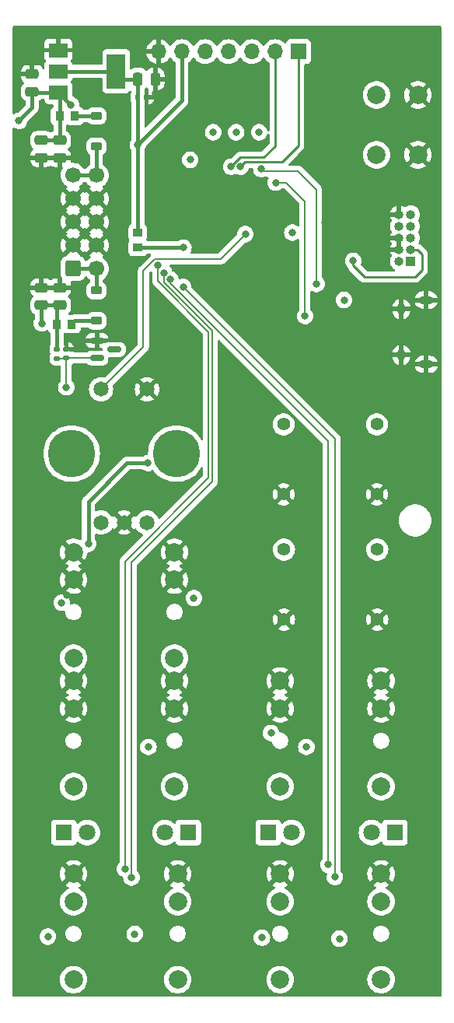
<source format=gbr>
%TF.GenerationSoftware,KiCad,Pcbnew,7.0.2*%
%TF.CreationDate,2025-01-10T16:25:51-06:00*%
%TF.ProjectId,gateDr_mainboard,67617465-4472-45f6-9d61-696e626f6172,rev?*%
%TF.SameCoordinates,Original*%
%TF.FileFunction,Copper,L1,Top*%
%TF.FilePolarity,Positive*%
%FSLAX46Y46*%
G04 Gerber Fmt 4.6, Leading zero omitted, Abs format (unit mm)*
G04 Created by KiCad (PCBNEW 7.0.2) date 2025-01-10 16:25:51*
%MOMM*%
%LPD*%
G01*
G04 APERTURE LIST*
G04 Aperture macros list*
%AMRoundRect*
0 Rectangle with rounded corners*
0 $1 Rounding radius*
0 $2 $3 $4 $5 $6 $7 $8 $9 X,Y pos of 4 corners*
0 Add a 4 corners polygon primitive as box body*
4,1,4,$2,$3,$4,$5,$6,$7,$8,$9,$2,$3,0*
0 Add four circle primitives for the rounded corners*
1,1,$1+$1,$2,$3*
1,1,$1+$1,$4,$5*
1,1,$1+$1,$6,$7*
1,1,$1+$1,$8,$9*
0 Add four rect primitives between the rounded corners*
20,1,$1+$1,$2,$3,$4,$5,0*
20,1,$1+$1,$4,$5,$6,$7,0*
20,1,$1+$1,$6,$7,$8,$9,0*
20,1,$1+$1,$8,$9,$2,$3,0*%
G04 Aperture macros list end*
%TA.AperFunction,SMDPad,CuDef*%
%ADD10R,0.950000X1.000000*%
%TD*%
%TA.AperFunction,ComponentPad*%
%ADD11R,1.800000X1.800000*%
%TD*%
%TA.AperFunction,ComponentPad*%
%ADD12C,1.800000*%
%TD*%
%TA.AperFunction,ComponentPad*%
%ADD13C,1.400000*%
%TD*%
%TA.AperFunction,ComponentPad*%
%ADD14R,1.700000X1.700000*%
%TD*%
%TA.AperFunction,ComponentPad*%
%ADD15O,1.700000X1.700000*%
%TD*%
%TA.AperFunction,ComponentPad*%
%ADD16C,2.000000*%
%TD*%
%TA.AperFunction,SMDPad,CuDef*%
%ADD17RoundRect,0.150000X-0.587500X-0.150000X0.587500X-0.150000X0.587500X0.150000X-0.587500X0.150000X0*%
%TD*%
%TA.AperFunction,SMDPad,CuDef*%
%ADD18RoundRect,0.250000X-0.475000X0.250000X-0.475000X-0.250000X0.475000X-0.250000X0.475000X0.250000X0*%
%TD*%
%TA.AperFunction,SMDPad,CuDef*%
%ADD19R,2.000000X1.500000*%
%TD*%
%TA.AperFunction,SMDPad,CuDef*%
%ADD20R,2.000000X3.800000*%
%TD*%
%TA.AperFunction,SMDPad,CuDef*%
%ADD21R,1.000000X0.950000*%
%TD*%
%TA.AperFunction,SMDPad,CuDef*%
%ADD22RoundRect,0.140000X-0.140000X-0.170000X0.140000X-0.170000X0.140000X0.170000X-0.140000X0.170000X0*%
%TD*%
%TA.AperFunction,SMDPad,CuDef*%
%ADD23RoundRect,0.250000X-0.250000X-0.475000X0.250000X-0.475000X0.250000X0.475000X-0.250000X0.475000X0*%
%TD*%
%TA.AperFunction,SMDPad,CuDef*%
%ADD24RoundRect,0.135000X-0.185000X0.135000X-0.185000X-0.135000X0.185000X-0.135000X0.185000X0.135000X0*%
%TD*%
%TA.AperFunction,ComponentPad*%
%ADD25C,1.650000*%
%TD*%
%TA.AperFunction,ComponentPad*%
%ADD26C,5.161000*%
%TD*%
%TA.AperFunction,SMDPad,CuDef*%
%ADD27RoundRect,0.250000X0.475000X-0.250000X0.475000X0.250000X-0.475000X0.250000X-0.475000X-0.250000X0*%
%TD*%
%TA.AperFunction,SMDPad,CuDef*%
%ADD28RoundRect,0.225000X-0.375000X0.225000X-0.375000X-0.225000X0.375000X-0.225000X0.375000X0.225000X0*%
%TD*%
%TA.AperFunction,SMDPad,CuDef*%
%ADD29RoundRect,0.140000X0.170000X-0.140000X0.170000X0.140000X-0.170000X0.140000X-0.170000X-0.140000X0*%
%TD*%
%TA.AperFunction,ComponentPad*%
%ADD30RoundRect,0.250000X-0.600000X-0.600000X0.600000X-0.600000X0.600000X0.600000X-0.600000X0.600000X0*%
%TD*%
%TA.AperFunction,ComponentPad*%
%ADD31C,1.700000*%
%TD*%
%TA.AperFunction,ComponentPad*%
%ADD32O,1.550000X0.890000*%
%TD*%
%TA.AperFunction,ComponentPad*%
%ADD33O,0.950000X1.250000*%
%TD*%
%TA.AperFunction,ComponentPad*%
%ADD34R,1.000000X1.000000*%
%TD*%
%TA.AperFunction,ComponentPad*%
%ADD35O,1.000000X1.000000*%
%TD*%
%TA.AperFunction,ViaPad*%
%ADD36C,0.800000*%
%TD*%
%TA.AperFunction,Conductor*%
%ADD37C,0.400000*%
%TD*%
%TA.AperFunction,Conductor*%
%ADD38C,0.200000*%
%TD*%
%TA.AperFunction,Conductor*%
%ADD39C,0.250000*%
%TD*%
G04 APERTURE END LIST*
D10*
%TO.P,FB2,1*%
%TO.N,Net-(D1-A)*%
X58340000Y-93870000D03*
%TO.P,FB2,2*%
%TO.N,-12V*%
X56740000Y-93870000D03*
%TD*%
D11*
%TO.P,D6,1,K*%
%TO.N,Net-(D6-K)*%
X93540000Y-149220000D03*
D12*
%TO.P,D6,2,A*%
%TO.N,Net-(D6-A)*%
X91000000Y-149220000D03*
%TD*%
D13*
%TO.P,SW2,1,1*%
%TO.N,GND*%
X81460000Y-126030000D03*
%TO.P,SW2,2,2*%
X91620000Y-126030000D03*
%TO.P,SW2,3,K*%
%TO.N,/MCU/sw_CH2*%
X81460000Y-118410000D03*
%TO.P,SW2,4,A*%
%TO.N,unconnected-(SW2-A-Pad4)*%
X91620000Y-118410000D03*
%TD*%
%TO.P,SW1,1,1*%
%TO.N,GND*%
X81420000Y-112410000D03*
%TO.P,SW1,2,2*%
X91580000Y-112410000D03*
%TO.P,SW1,3,K*%
%TO.N,/MCU/sw_CH1*%
X81420000Y-104790000D03*
%TO.P,SW1,4,A*%
%TO.N,unconnected-(SW1-A-Pad4)*%
X91580000Y-104790000D03*
%TD*%
D14*
%TO.P,J12,1,Pin_1*%
%TO.N,/MCU/display_SPI_SCK*%
X83040000Y-64220000D03*
D15*
%TO.P,J12,2,Pin_2*%
%TO.N,/MCU/display_SPI_DO*%
X80500000Y-64220000D03*
%TO.P,J12,3,Pin_3*%
%TO.N,/MCU/display_RST*%
X77960000Y-64220000D03*
%TO.P,J12,4,Pin_4*%
%TO.N,/MCU/display_CS*%
X75420000Y-64220000D03*
%TO.P,J12,5,Pin_5*%
%TO.N,/MCU/display_DC*%
X72880000Y-64220000D03*
%TO.P,J12,6,Pin_6*%
%TO.N,+3.3V*%
X70340000Y-64220000D03*
%TO.P,J12,7,Pin_7*%
%TO.N,GND*%
X67800000Y-64220000D03*
%TD*%
D11*
%TO.P,D5,1,K*%
%TO.N,Net-(D5-K)*%
X79765000Y-149220000D03*
D12*
%TO.P,D5,2,A*%
%TO.N,Net-(D5-A)*%
X82305000Y-149220000D03*
%TD*%
D16*
%TO.P,J10,1*%
%TO.N,GND*%
X81040000Y-153720000D03*
%TO.P,J10,2*%
%TO.N,Net-(J10-Pad2)*%
X81040000Y-165220000D03*
%TO.P,J10,3*%
%TO.N,unconnected-(J10-Pad3)*%
X81040000Y-156720000D03*
%TD*%
D17*
%TO.P,U3,1,K*%
%TO.N,GND*%
X61102500Y-95680000D03*
%TO.P,U3,2,A*%
%TO.N,AREF-10*%
X61102500Y-97580000D03*
%TO.P,U3,3*%
%TO.N,N/C*%
X62977500Y-96630000D03*
%TD*%
D16*
%TO.P,J11,1*%
%TO.N,GND*%
X92040000Y-153720000D03*
%TO.P,J11,2*%
%TO.N,Net-(J11-Pad2)*%
X92040000Y-165220000D03*
%TO.P,J11,3*%
%TO.N,unconnected-(J11-Pad3)*%
X92040000Y-156720000D03*
%TD*%
D18*
%TO.P,C6,1*%
%TO.N,GND*%
X57040000Y-89920000D03*
%TO.P,C6,2*%
%TO.N,-12V*%
X57040000Y-91820000D03*
%TD*%
D16*
%TO.P,J2,1*%
%TO.N,GND*%
X58540000Y-132720000D03*
%TO.P,J2,2*%
%TO.N,Net-(C13-Pad1)*%
X58540000Y-144220000D03*
%TO.P,J2,3*%
%TO.N,GND*%
X58540000Y-135720000D03*
%TD*%
D19*
%TO.P,U2,1,GND*%
%TO.N,GND*%
X56890000Y-64070000D03*
%TO.P,U2,2,VO*%
%TO.N,+3.3V*%
X56890000Y-66370000D03*
D20*
X63190000Y-66370000D03*
D19*
%TO.P,U2,3,VI*%
%TO.N,+12V*%
X56890000Y-68670000D03*
%TD*%
D21*
%TO.P,FB3,1*%
%TO.N,+3.3V*%
X65540000Y-83920000D03*
%TO.P,FB3,2*%
%TO.N,+3.3VA*%
X65540000Y-85520000D03*
%TD*%
D11*
%TO.P,D3,1,K*%
%TO.N,Net-(D3-K)*%
X57500000Y-149220000D03*
D12*
%TO.P,D3,2,A*%
%TO.N,Net-(D3-A)*%
X60040000Y-149220000D03*
%TD*%
D22*
%TO.P,C10,1*%
%TO.N,+3.3V*%
X65530000Y-69220000D03*
%TO.P,C10,2*%
%TO.N,GND*%
X66490000Y-69220000D03*
%TD*%
D16*
%TO.P,J9,1*%
%TO.N,GND*%
X69890000Y-153720000D03*
%TO.P,J9,2*%
%TO.N,Net-(J9-Pad2)*%
X69890000Y-165220000D03*
%TO.P,J9,3*%
%TO.N,unconnected-(J9-Pad3)*%
X69890000Y-156720000D03*
%TD*%
D23*
%TO.P,C9,1*%
%TO.N,+3.3V*%
X65540000Y-67220000D03*
%TO.P,C9,2*%
%TO.N,GND*%
X67440000Y-67220000D03*
%TD*%
D24*
%TO.P,R1,1*%
%TO.N,-12V*%
X56750000Y-96580000D03*
%TO.P,R1,2*%
%TO.N,AREF-10*%
X56750000Y-97600000D03*
%TD*%
D25*
%TO.P,SW3,1,1*%
%TO.N,/MCU/sw_ROT*%
X61540000Y-100970000D03*
%TO.P,SW3,2,2*%
%TO.N,GND*%
X66540000Y-100970000D03*
%TO.P,SW3,A1,A*%
%TO.N,/MCU/rot_A*%
X61540000Y-115470000D03*
%TO.P,SW3,B1,B*%
%TO.N,/MCU/rot_B*%
X66540000Y-115470000D03*
%TO.P,SW3,C1,C*%
%TO.N,GND*%
X64040000Y-115470000D03*
D26*
%TO.P,SW3,MH1,MH1*%
%TO.N,unconnected-(SW3-PadMH1)*%
X58340000Y-107970000D03*
%TO.P,SW3,MH2,MH2*%
%TO.N,unconnected-(SW3-PadMH2)*%
X69740000Y-107970000D03*
%TD*%
D10*
%TO.P,FB1,1*%
%TO.N,Net-(D2-K)*%
X58640000Y-71220000D03*
%TO.P,FB1,2*%
%TO.N,+12V*%
X57040000Y-71220000D03*
%TD*%
D16*
%TO.P,J6,1*%
%TO.N,GND*%
X58540000Y-118720000D03*
%TO.P,J6,2*%
%TO.N,Net-(C22-Pad1)*%
X58540000Y-130220000D03*
%TO.P,J6,3*%
%TO.N,GND*%
X58540000Y-121720000D03*
%TD*%
%TO.P,J3,1*%
%TO.N,GND*%
X69540000Y-132720000D03*
%TO.P,J3,2*%
%TO.N,Net-(C14-Pad1)*%
X69540000Y-144220000D03*
%TO.P,J3,3*%
%TO.N,GND*%
X69540000Y-135720000D03*
%TD*%
D27*
%TO.P,C8,1*%
%TO.N,+12V*%
X54040000Y-68580000D03*
%TO.P,C8,2*%
%TO.N,GND*%
X54040000Y-66680000D03*
%TD*%
D18*
%TO.P,C4,1*%
%TO.N,+12V*%
X55040000Y-73870000D03*
%TO.P,C4,2*%
%TO.N,GND*%
X55040000Y-75770000D03*
%TD*%
D11*
%TO.P,D4,1,K*%
%TO.N,Net-(D4-K)*%
X71040000Y-149220000D03*
D12*
%TO.P,D4,2,A*%
%TO.N,Net-(D4-A)*%
X68500000Y-149220000D03*
%TD*%
D18*
%TO.P,C7,1*%
%TO.N,GND*%
X55040000Y-89920000D03*
%TO.P,C7,2*%
%TO.N,-12V*%
X55040000Y-91820000D03*
%TD*%
D16*
%TO.P,J7,1*%
%TO.N,GND*%
X69540000Y-118720000D03*
%TO.P,J7,2*%
%TO.N,Net-(C24-Pad1)*%
X69540000Y-130220000D03*
%TO.P,J7,3*%
%TO.N,GND*%
X69540000Y-121720000D03*
%TD*%
%TO.P,J4,1*%
%TO.N,GND*%
X81040000Y-132720000D03*
%TO.P,J4,2*%
%TO.N,Net-(C16-Pad1)*%
X81040000Y-144220000D03*
%TO.P,J4,3*%
%TO.N,GND*%
X81040000Y-135720000D03*
%TD*%
D28*
%TO.P,D2,1,K*%
%TO.N,Net-(D2-K)*%
X61040000Y-71220000D03*
%TO.P,D2,2,A*%
%TO.N,Net-(D2-A)*%
X61040000Y-74520000D03*
%TD*%
%TO.P,D1,1,K*%
%TO.N,Net-(D1-K)*%
X61040000Y-90220000D03*
%TO.P,D1,2,A*%
%TO.N,Net-(D1-A)*%
X61040000Y-93520000D03*
%TD*%
D16*
%TO.P,J8,1*%
%TO.N,GND*%
X58540000Y-153720000D03*
%TO.P,J8,2*%
%TO.N,Net-(J8-Pad2)*%
X58540000Y-165220000D03*
%TO.P,J8,3*%
%TO.N,unconnected-(J8-Pad3)*%
X58540000Y-156720000D03*
%TD*%
D18*
%TO.P,C5,1*%
%TO.N,+12V*%
X57040000Y-73870000D03*
%TO.P,C5,2*%
%TO.N,GND*%
X57040000Y-75770000D03*
%TD*%
D16*
%TO.P,J5,1*%
%TO.N,GND*%
X92040000Y-132720000D03*
%TO.P,J5,2*%
%TO.N,Net-(C18-Pad1)*%
X92040000Y-144220000D03*
%TO.P,J5,3*%
%TO.N,GND*%
X92040000Y-135720000D03*
%TD*%
D29*
%TO.P,C11,1*%
%TO.N,AREF-10*%
X57750000Y-97580000D03*
%TO.P,C11,2*%
%TO.N,GND*%
X57750000Y-96620000D03*
%TD*%
D30*
%TO.P,J1,1,Pin_1*%
%TO.N,Net-(D1-K)*%
X58500000Y-87840000D03*
D31*
%TO.P,J1,2,Pin_2*%
X61040000Y-87840000D03*
%TO.P,J1,3,Pin_3*%
%TO.N,GND*%
X58500000Y-85300000D03*
%TO.P,J1,4,Pin_4*%
X61040000Y-85300000D03*
%TO.P,J1,5,Pin_5*%
X58500000Y-82760000D03*
%TO.P,J1,6,Pin_6*%
X61040000Y-82760000D03*
%TO.P,J1,7,Pin_7*%
X58500000Y-80220000D03*
%TO.P,J1,8,Pin_8*%
X61040000Y-80220000D03*
%TO.P,J1,9,Pin_9*%
%TO.N,Net-(D2-A)*%
X58500000Y-77680000D03*
%TO.P,J1,10,Pin_10*%
X61040000Y-77680000D03*
%TD*%
D32*
%TO.P,J14,6,Shield*%
%TO.N,GND*%
X96950000Y-91250000D03*
D33*
X94250000Y-92250000D03*
X94250000Y-97250000D03*
D32*
X96950000Y-98250000D03*
%TD*%
D34*
%TO.P,J13,1,Pin_1*%
%TO.N,/MCU/SWDIO*%
X95270000Y-87040000D03*
D35*
%TO.P,J13,2,Pin_2*%
%TO.N,+3.3V*%
X94000000Y-87040000D03*
%TO.P,J13,3,Pin_3*%
%TO.N,/MCU/SWCLK*%
X95270000Y-85770000D03*
%TO.P,J13,4,Pin_4*%
%TO.N,GND*%
X94000000Y-85770000D03*
%TO.P,J13,5,Pin_5*%
%TO.N,unconnected-(J13-Pin_5-Pad5)*%
X95270000Y-84500000D03*
%TO.P,J13,6,Pin_6*%
%TO.N,GND*%
X94000000Y-84500000D03*
%TO.P,J13,7,Pin_7*%
%TO.N,unconnected-(J13-Pin_7-Pad7)*%
X95270000Y-83230000D03*
%TO.P,J13,8,Pin_8*%
%TO.N,unconnected-(J13-Pin_8-Pad8)*%
X94000000Y-83230000D03*
%TO.P,J13,9,Pin_9*%
%TO.N,/MCU/nRESET*%
X95270000Y-81960000D03*
%TO.P,J13,10,Pin_10*%
%TO.N,GND*%
X94000000Y-81960000D03*
%TD*%
D16*
%TO.P,SW4,1,A*%
%TO.N,GND*%
X96050000Y-75450000D03*
X96050000Y-68950000D03*
%TO.P,SW4,2,B*%
%TO.N,/MCU/nRESET*%
X91550000Y-75450000D03*
X91550000Y-68950000D03*
%TD*%
D36*
%TO.N,GND*%
X97900000Y-143150000D03*
X97900000Y-83200000D03*
X72600000Y-157300000D03*
X53450000Y-158900000D03*
X56900000Y-81500000D03*
X88550000Y-145150000D03*
X97900000Y-72050000D03*
X62900000Y-144200000D03*
X63150000Y-104150000D03*
X53450000Y-143150000D03*
X89700000Y-165750000D03*
X53450000Y-99550000D03*
X82700000Y-113700000D03*
X62450000Y-84050000D03*
X82100000Y-145800000D03*
X56931844Y-161990274D03*
X53450000Y-109400000D03*
X71100000Y-161700000D03*
X79700000Y-162050000D03*
X62000000Y-129050000D03*
X97900000Y-129950000D03*
X56900000Y-62200000D03*
X97900000Y-165750000D03*
X91700201Y-92549799D03*
X93450000Y-161750000D03*
X82750000Y-127400000D03*
X53450000Y-75750000D03*
X89550000Y-82450000D03*
X54150000Y-64350000D03*
X74450000Y-152700000D03*
X86000000Y-62200000D03*
X90650000Y-134250000D03*
X53450000Y-118650000D03*
X80200558Y-82320001D03*
X83550000Y-165750000D03*
X59850000Y-134200000D03*
X67800000Y-62200000D03*
X92350000Y-62200000D03*
X61250000Y-165750000D03*
X57830949Y-123386671D03*
X92500000Y-82000000D03*
X79048994Y-139179000D03*
X97900000Y-120500000D03*
X75450000Y-165750000D03*
X97900000Y-101750000D03*
X68400000Y-145900000D03*
X53450000Y-129950000D03*
X97900000Y-89000000D03*
X52700000Y-69800000D03*
X53450000Y-155900000D03*
X97900000Y-109400000D03*
X56850000Y-84000000D03*
X66950000Y-165750000D03*
X66250000Y-129000000D03*
X92750000Y-96000000D03*
X82550000Y-155200000D03*
X94550000Y-157300000D03*
X85950000Y-82850000D03*
X97900000Y-158900000D03*
X82980383Y-141430383D03*
X74150000Y-84720000D03*
X52700000Y-62200000D03*
X59150000Y-96050000D03*
X57150000Y-120200000D03*
X70600000Y-140200000D03*
X62500000Y-81500000D03*
X53450000Y-83400000D03*
X67450000Y-68800000D03*
X70900000Y-120200000D03*
X63950000Y-117600000D03*
X97900000Y-155900000D03*
X90750000Y-155200000D03*
X62150000Y-62200000D03*
X77500000Y-62200000D03*
X82450000Y-134250000D03*
X68150000Y-134250000D03*
X97900000Y-62200000D03*
X53450000Y-89900000D03*
%TO.N,+3.3VA*%
X80047883Y-138379500D03*
X66650000Y-109000000D03*
X70499500Y-85543953D03*
X60150000Y-117800000D03*
%TO.N,+12V*%
X52600000Y-71750000D03*
X58250000Y-70000000D03*
X87501410Y-160762166D03*
X65199500Y-160250000D03*
%TO.N,-12V*%
X55750000Y-160550000D03*
X79050000Y-160650000D03*
X55100000Y-93800000D03*
%TO.N,+3.3V*%
X82379442Y-83919999D03*
X78750000Y-73010000D03*
X65540000Y-74350000D03*
X73750000Y-73010000D03*
X76250000Y-73010000D03*
%TO.N,AREF-10*%
X57250000Y-124200000D03*
X71650000Y-123700000D03*
X66700000Y-139900000D03*
X83900000Y-139900000D03*
X57750000Y-100750000D03*
%TO.N,/MCU/display_SPI_DO*%
X75715997Y-76750000D03*
%TO.N,/MCU/display_SPI_SCK*%
X76715500Y-76750000D03*
%TO.N,/MCU/SWCLK*%
X89000000Y-87000000D03*
%TO.N,/MCU/sw_ROT*%
X77250000Y-84100000D03*
%TO.N,/MCU/mcu_out_W*%
X64150500Y-153171985D03*
X67701500Y-87508360D03*
%TO.N,/MCU/mcu_out_X*%
X68401000Y-88300000D03*
X64850000Y-154100000D03*
%TO.N,/MCU/mcu_out_Y*%
X86300500Y-152700000D03*
X69100500Y-89016893D03*
%TO.N,/MCU/mcu_out_Z*%
X70474647Y-89825353D03*
X87000000Y-154050000D03*
%TO.N,/MCU/USB_D+*%
X83750000Y-93000000D03*
X80565500Y-78470000D03*
%TO.N,/MCU/USB_D-*%
X79000000Y-77000000D03*
X85000000Y-89500000D03*
%TO.N,USB_5V*%
X71250000Y-76000000D03*
X88000000Y-91250000D03*
%TD*%
D37*
%TO.N,+3.3VA*%
X70475547Y-85520000D02*
X65540000Y-85520000D01*
X60150000Y-117800000D02*
X60150000Y-113200000D01*
X70499500Y-85543953D02*
X70475547Y-85520000D01*
X60150000Y-113200000D02*
X64350000Y-109000000D01*
X64350000Y-109000000D02*
X66650000Y-109000000D01*
%TO.N,+12V*%
X57040000Y-68820000D02*
X57040000Y-71220000D01*
X54130000Y-68670000D02*
X54040000Y-68580000D01*
X56890000Y-68670000D02*
X57040000Y-68820000D01*
X54040000Y-68580000D02*
X54040000Y-70310000D01*
X54040000Y-70310000D02*
X52600000Y-71750000D01*
X56890000Y-68670000D02*
X54130000Y-68670000D01*
X58250000Y-70000000D02*
X58220000Y-70000000D01*
X57040000Y-71220000D02*
X57040000Y-73870000D01*
X57040000Y-73870000D02*
X55040000Y-73870000D01*
X58220000Y-70000000D02*
X56890000Y-68670000D01*
%TO.N,-12V*%
X56740000Y-93870000D02*
X56740000Y-92120000D01*
X55040000Y-91820000D02*
X57040000Y-91820000D01*
X55040000Y-91820000D02*
X55040000Y-93740000D01*
X56740000Y-92120000D02*
X57040000Y-91820000D01*
X55040000Y-93740000D02*
X55100000Y-93800000D01*
X56740000Y-96570000D02*
X56750000Y-96580000D01*
X56740000Y-93870000D02*
X56740000Y-96570000D01*
%TO.N,+3.3V*%
X65540000Y-67220000D02*
X65540000Y-69210000D01*
X70340000Y-69550000D02*
X65540000Y-74350000D01*
X65540000Y-67220000D02*
X64040000Y-67220000D01*
X65540000Y-74350000D02*
X65540000Y-83920000D01*
X64040000Y-67220000D02*
X63190000Y-66370000D01*
X70340000Y-64220000D02*
X70340000Y-69550000D01*
X65540000Y-69230000D02*
X65540000Y-74350000D01*
X65530000Y-69220000D02*
X65540000Y-69230000D01*
X65540000Y-69210000D02*
X65530000Y-69220000D01*
X63190000Y-66370000D02*
X56890000Y-66370000D01*
D38*
%TO.N,AREF-10*%
X56750000Y-97600000D02*
X57730000Y-97600000D01*
X57730000Y-97600000D02*
X57750000Y-97580000D01*
X57750000Y-97580000D02*
X61102500Y-97580000D01*
X57750000Y-97580000D02*
X57750000Y-100750000D01*
D37*
%TO.N,Net-(D1-A)*%
X58690000Y-93520000D02*
X58340000Y-93870000D01*
X61040000Y-93520000D02*
X58690000Y-93520000D01*
%TO.N,Net-(D2-K)*%
X61040000Y-71220000D02*
X58640000Y-71220000D01*
D39*
%TO.N,/MCU/display_SPI_DO*%
X75715997Y-76750000D02*
X75715997Y-76724198D01*
X80500000Y-74500000D02*
X80500000Y-64220000D01*
X75715997Y-76724198D02*
X76690195Y-75750000D01*
X76690195Y-75750000D02*
X79250000Y-75750000D01*
X79250000Y-75750000D02*
X80500000Y-74500000D01*
%TO.N,/MCU/display_SPI_SCK*%
X76715500Y-76750000D02*
X77215500Y-76250000D01*
X81250000Y-76250000D02*
X83040000Y-74460000D01*
X77215500Y-76250000D02*
X81250000Y-76250000D01*
X83040000Y-74460000D02*
X83040000Y-64220000D01*
%TO.N,/MCU/SWCLK*%
X96500000Y-86292894D02*
X95977106Y-85770000D01*
X89000000Y-87500000D02*
X90250000Y-88750000D01*
X95977106Y-85770000D02*
X95270000Y-85770000D01*
X90250000Y-88750000D02*
X95750000Y-88750000D01*
X96500000Y-88000000D02*
X96500000Y-86292894D01*
X89000000Y-87000000D02*
X89000000Y-87500000D01*
X95750000Y-88750000D02*
X96500000Y-88000000D01*
D38*
%TO.N,/MCU/sw_ROT*%
X66150000Y-88069910D02*
X66150000Y-96360000D01*
X67411550Y-86808360D02*
X66150000Y-88069910D01*
X77250000Y-84100000D02*
X74541640Y-86808360D01*
X66150000Y-96360000D02*
X61540000Y-100970000D01*
X74541640Y-86808360D02*
X67411550Y-86808360D01*
%TO.N,/MCU/mcu_out_W*%
X73250000Y-94721322D02*
X73250000Y-110600000D01*
X73250000Y-110600000D02*
X64150500Y-119699500D01*
X64150500Y-119699500D02*
X64150500Y-153171985D01*
X67701500Y-87508360D02*
X67701500Y-89172822D01*
X67701500Y-89172822D02*
X73250000Y-94721322D01*
%TO.N,/MCU/mcu_out_X*%
X68401000Y-88300000D02*
X68401000Y-89306636D01*
X64850000Y-119850000D02*
X64850000Y-154100000D01*
X68401000Y-89306636D02*
X73650000Y-94555636D01*
X73650000Y-94555636D02*
X73650000Y-111050000D01*
X73650000Y-111050000D02*
X64850000Y-119850000D01*
%TO.N,/MCU/mcu_out_Y*%
X86300500Y-106640450D02*
X86300500Y-152700000D01*
X69100500Y-89016893D02*
X69100500Y-89440450D01*
X69100500Y-89440450D02*
X86300500Y-106640450D01*
%TO.N,/MCU/mcu_out_Z*%
X70474647Y-89825353D02*
X70475353Y-89825353D01*
X70475353Y-89825353D02*
X87000000Y-106350000D01*
X87000000Y-106350000D02*
X87000000Y-154050000D01*
%TO.N,/MCU/USB_D+*%
X81720000Y-78470000D02*
X83750000Y-80500000D01*
X80565500Y-78470000D02*
X81720000Y-78470000D01*
X83750000Y-80500000D02*
X83750000Y-93000000D01*
%TO.N,/MCU/USB_D-*%
X79000000Y-77000000D02*
X79250000Y-77250000D01*
X79250000Y-77250000D02*
X83000000Y-77250000D01*
X83000000Y-77250000D02*
X85000000Y-79250000D01*
X85000000Y-79250000D02*
X85000000Y-89500000D01*
D37*
%TO.N,Net-(D1-K)*%
X61040000Y-87840000D02*
X61040000Y-90220000D01*
X58500000Y-87840000D02*
X61040000Y-87840000D01*
%TO.N,Net-(D2-A)*%
X58500000Y-77680000D02*
X61040000Y-77680000D01*
X61040000Y-77680000D02*
X61040000Y-74520000D01*
%TD*%
%TA.AperFunction,Conductor*%
%TO.N,GND*%
G36*
X60580507Y-85509844D02*
G01*
X60658239Y-85630798D01*
X60766900Y-85724952D01*
X60897685Y-85784680D01*
X60907466Y-85786086D01*
X60278625Y-86414925D01*
X60354594Y-86468119D01*
X60398219Y-86522696D01*
X60405413Y-86592194D01*
X60373890Y-86654549D01*
X60354595Y-86671269D01*
X60168595Y-86801508D01*
X59993834Y-86976270D01*
X59991128Y-86973564D01*
X59952151Y-87004671D01*
X59882647Y-87011809D01*
X59820317Y-86980237D01*
X59787539Y-86928890D01*
X59784814Y-86920666D01*
X59692712Y-86771344D01*
X59692711Y-86771342D01*
X59568657Y-86647288D01*
X59419334Y-86555186D01*
X59346967Y-86531206D01*
X59289522Y-86491433D01*
X59262699Y-86426917D01*
X59262585Y-86416137D01*
X58632533Y-85786086D01*
X58642315Y-85784680D01*
X58773100Y-85724952D01*
X58881761Y-85630798D01*
X58959493Y-85509844D01*
X58983076Y-85429524D01*
X59614925Y-86061373D01*
X59668424Y-85984969D01*
X59723001Y-85941344D01*
X59792499Y-85934150D01*
X59854854Y-85965673D01*
X59871574Y-85984969D01*
X59925072Y-86061373D01*
X59925073Y-86061373D01*
X60556922Y-85429523D01*
X60580507Y-85509844D01*
G37*
%TD.AperFunction*%
%TA.AperFunction,Conductor*%
G36*
X60580507Y-82969844D02*
G01*
X60658239Y-83090798D01*
X60766900Y-83184952D01*
X60897685Y-83244680D01*
X60907466Y-83246086D01*
X60278625Y-83874925D01*
X60355031Y-83928425D01*
X60398655Y-83983002D01*
X60405848Y-84052501D01*
X60374326Y-84114855D01*
X60355029Y-84131576D01*
X60278625Y-84185072D01*
X60907466Y-84813913D01*
X60897685Y-84815320D01*
X60766900Y-84875048D01*
X60658239Y-84969202D01*
X60580507Y-85090156D01*
X60556923Y-85170476D01*
X59925072Y-84538625D01*
X59871576Y-84615030D01*
X59817000Y-84658656D01*
X59747501Y-84665850D01*
X59685146Y-84634328D01*
X59668425Y-84615031D01*
X59614926Y-84538626D01*
X59614925Y-84538625D01*
X58983076Y-85170475D01*
X58959493Y-85090156D01*
X58881761Y-84969202D01*
X58773100Y-84875048D01*
X58642315Y-84815320D01*
X58632533Y-84813913D01*
X59261373Y-84185073D01*
X59261373Y-84185072D01*
X59184969Y-84131574D01*
X59141344Y-84076997D01*
X59134150Y-84007499D01*
X59165673Y-83945144D01*
X59184969Y-83928424D01*
X59261373Y-83874925D01*
X58632533Y-83246086D01*
X58642315Y-83244680D01*
X58773100Y-83184952D01*
X58881761Y-83090798D01*
X58959493Y-82969844D01*
X58983076Y-82889524D01*
X59614925Y-83521373D01*
X59668424Y-83444969D01*
X59723001Y-83401344D01*
X59792499Y-83394150D01*
X59854854Y-83425673D01*
X59871574Y-83444969D01*
X59925072Y-83521373D01*
X59925073Y-83521373D01*
X60556922Y-82889523D01*
X60580507Y-82969844D01*
G37*
%TD.AperFunction*%
%TA.AperFunction,Conductor*%
G36*
X60580507Y-80429844D02*
G01*
X60658239Y-80550798D01*
X60766900Y-80644952D01*
X60897685Y-80704680D01*
X60907466Y-80706086D01*
X60278625Y-81334925D01*
X60355031Y-81388425D01*
X60398655Y-81443002D01*
X60405848Y-81512501D01*
X60374326Y-81574855D01*
X60355029Y-81591576D01*
X60278625Y-81645072D01*
X60907466Y-82273913D01*
X60897685Y-82275320D01*
X60766900Y-82335048D01*
X60658239Y-82429202D01*
X60580507Y-82550156D01*
X60556923Y-82630476D01*
X59925072Y-81998625D01*
X59871576Y-82075030D01*
X59817000Y-82118656D01*
X59747501Y-82125850D01*
X59685146Y-82094328D01*
X59668425Y-82075031D01*
X59614926Y-81998626D01*
X59614925Y-81998625D01*
X58983076Y-82630475D01*
X58959493Y-82550156D01*
X58881761Y-82429202D01*
X58773100Y-82335048D01*
X58642315Y-82275320D01*
X58632533Y-82273913D01*
X59261373Y-81645073D01*
X59261373Y-81645072D01*
X59184969Y-81591574D01*
X59141344Y-81536997D01*
X59134150Y-81467499D01*
X59165673Y-81405144D01*
X59184969Y-81388424D01*
X59261373Y-81334925D01*
X58632533Y-80706086D01*
X58642315Y-80704680D01*
X58773100Y-80644952D01*
X58881761Y-80550798D01*
X58959493Y-80429844D01*
X58983076Y-80349524D01*
X59614925Y-80981373D01*
X59668424Y-80904969D01*
X59723001Y-80861344D01*
X59792499Y-80854150D01*
X59854854Y-80885673D01*
X59871574Y-80904969D01*
X59925072Y-80981373D01*
X59925073Y-80981373D01*
X60556922Y-80349523D01*
X60580507Y-80429844D01*
G37*
%TD.AperFunction*%
%TA.AperFunction,Conductor*%
G36*
X59884328Y-78400185D02*
G01*
X59918863Y-78433376D01*
X60001505Y-78551401D01*
X60168599Y-78718495D01*
X60354596Y-78848732D01*
X60398219Y-78903307D01*
X60405412Y-78972806D01*
X60373890Y-79035160D01*
X60354594Y-79051881D01*
X60278626Y-79105073D01*
X60907466Y-79733913D01*
X60897685Y-79735320D01*
X60766900Y-79795048D01*
X60658239Y-79889202D01*
X60580507Y-80010156D01*
X60556923Y-80090476D01*
X59925072Y-79458625D01*
X59925072Y-79458626D01*
X59871574Y-79535030D01*
X59816998Y-79578655D01*
X59747499Y-79585849D01*
X59685144Y-79554326D01*
X59668424Y-79535030D01*
X59614925Y-79458626D01*
X59614925Y-79458625D01*
X58983076Y-80090474D01*
X58959493Y-80010156D01*
X58881761Y-79889202D01*
X58773100Y-79795048D01*
X58642315Y-79735320D01*
X58632533Y-79733913D01*
X59261373Y-79105073D01*
X59261373Y-79105072D01*
X59185405Y-79051880D01*
X59141780Y-78997304D01*
X59134586Y-78927805D01*
X59166108Y-78865451D01*
X59185399Y-78848734D01*
X59371401Y-78718495D01*
X59538495Y-78551401D01*
X59621136Y-78433376D01*
X59675713Y-78389752D01*
X59722711Y-78380500D01*
X59817289Y-78380500D01*
X59884328Y-78400185D01*
G37*
%TD.AperFunction*%
%TA.AperFunction,Conductor*%
G36*
X98532539Y-61430185D02*
G01*
X98578294Y-61482989D01*
X98589500Y-61534500D01*
X98589500Y-166965500D01*
X98569815Y-167032539D01*
X98517011Y-167078294D01*
X98465500Y-167089500D01*
X52034500Y-167089500D01*
X51967461Y-167069815D01*
X51921706Y-167017011D01*
X51910500Y-166965500D01*
X51910500Y-165219999D01*
X57034356Y-165219999D01*
X57054891Y-165467816D01*
X57054891Y-165467819D01*
X57054892Y-165467821D01*
X57115937Y-165708881D01*
X57160960Y-165811523D01*
X57215825Y-165936604D01*
X57215827Y-165936607D01*
X57351836Y-166144785D01*
X57520256Y-166327738D01*
X57520259Y-166327740D01*
X57716485Y-166480470D01*
X57716487Y-166480471D01*
X57716491Y-166480474D01*
X57935190Y-166598828D01*
X58170386Y-166679571D01*
X58415665Y-166720500D01*
X58664335Y-166720500D01*
X58909614Y-166679571D01*
X59144810Y-166598828D01*
X59363509Y-166480474D01*
X59559744Y-166327738D01*
X59728164Y-166144785D01*
X59864173Y-165936607D01*
X59964063Y-165708881D01*
X60025108Y-165467821D01*
X60045643Y-165220000D01*
X68384356Y-165220000D01*
X68404891Y-165467816D01*
X68404891Y-165467819D01*
X68404892Y-165467821D01*
X68465937Y-165708881D01*
X68510960Y-165811523D01*
X68565825Y-165936604D01*
X68565827Y-165936607D01*
X68701836Y-166144785D01*
X68870256Y-166327738D01*
X68870259Y-166327740D01*
X69066485Y-166480470D01*
X69066487Y-166480471D01*
X69066491Y-166480474D01*
X69285190Y-166598828D01*
X69520386Y-166679571D01*
X69765665Y-166720500D01*
X70014335Y-166720500D01*
X70259614Y-166679571D01*
X70494810Y-166598828D01*
X70713509Y-166480474D01*
X70909744Y-166327738D01*
X71078164Y-166144785D01*
X71214173Y-165936607D01*
X71314063Y-165708881D01*
X71375108Y-165467821D01*
X71395643Y-165220000D01*
X71395643Y-165219999D01*
X79534356Y-165219999D01*
X79554891Y-165467816D01*
X79554891Y-165467819D01*
X79554892Y-165467821D01*
X79615937Y-165708881D01*
X79660960Y-165811523D01*
X79715825Y-165936604D01*
X79715827Y-165936607D01*
X79851836Y-166144785D01*
X80020256Y-166327738D01*
X80020259Y-166327740D01*
X80216485Y-166480470D01*
X80216487Y-166480471D01*
X80216491Y-166480474D01*
X80435190Y-166598828D01*
X80670386Y-166679571D01*
X80915665Y-166720500D01*
X81164335Y-166720500D01*
X81409614Y-166679571D01*
X81644810Y-166598828D01*
X81863509Y-166480474D01*
X82059744Y-166327738D01*
X82228164Y-166144785D01*
X82364173Y-165936607D01*
X82464063Y-165708881D01*
X82525108Y-165467821D01*
X82545643Y-165220000D01*
X82545643Y-165219999D01*
X90534356Y-165219999D01*
X90554891Y-165467816D01*
X90554891Y-165467819D01*
X90554892Y-165467821D01*
X90615937Y-165708881D01*
X90660960Y-165811523D01*
X90715825Y-165936604D01*
X90715827Y-165936607D01*
X90851836Y-166144785D01*
X91020256Y-166327738D01*
X91020259Y-166327740D01*
X91216485Y-166480470D01*
X91216487Y-166480471D01*
X91216491Y-166480474D01*
X91435190Y-166598828D01*
X91670386Y-166679571D01*
X91915665Y-166720500D01*
X92164335Y-166720500D01*
X92409614Y-166679571D01*
X92644810Y-166598828D01*
X92863509Y-166480474D01*
X93059744Y-166327738D01*
X93228164Y-166144785D01*
X93364173Y-165936607D01*
X93464063Y-165708881D01*
X93525108Y-165467821D01*
X93545643Y-165220000D01*
X93525108Y-164972179D01*
X93464063Y-164731119D01*
X93364173Y-164503393D01*
X93228164Y-164295215D01*
X93059744Y-164112262D01*
X93037612Y-164095036D01*
X92863514Y-163959529D01*
X92863510Y-163959526D01*
X92863509Y-163959526D01*
X92644810Y-163841172D01*
X92644806Y-163841170D01*
X92644805Y-163841170D01*
X92409615Y-163760429D01*
X92164335Y-163719500D01*
X91915665Y-163719500D01*
X91670384Y-163760429D01*
X91435194Y-163841170D01*
X91216485Y-163959529D01*
X91020259Y-164112259D01*
X90851837Y-164295214D01*
X90715825Y-164503395D01*
X90615938Y-164731117D01*
X90554891Y-164972183D01*
X90534356Y-165219999D01*
X82545643Y-165219999D01*
X82525108Y-164972179D01*
X82464063Y-164731119D01*
X82364173Y-164503393D01*
X82228164Y-164295215D01*
X82059744Y-164112262D01*
X82037612Y-164095036D01*
X81863514Y-163959529D01*
X81863510Y-163959526D01*
X81863509Y-163959526D01*
X81644810Y-163841172D01*
X81644806Y-163841170D01*
X81644805Y-163841170D01*
X81409615Y-163760429D01*
X81164335Y-163719500D01*
X80915665Y-163719500D01*
X80670384Y-163760429D01*
X80435194Y-163841170D01*
X80216485Y-163959529D01*
X80020259Y-164112259D01*
X79851837Y-164295214D01*
X79715825Y-164503395D01*
X79615938Y-164731117D01*
X79554891Y-164972183D01*
X79534356Y-165219999D01*
X71395643Y-165219999D01*
X71375108Y-164972179D01*
X71314063Y-164731119D01*
X71214173Y-164503393D01*
X71078164Y-164295215D01*
X70909744Y-164112262D01*
X70887612Y-164095036D01*
X70713514Y-163959529D01*
X70713510Y-163959526D01*
X70713509Y-163959526D01*
X70494810Y-163841172D01*
X70494806Y-163841170D01*
X70494805Y-163841170D01*
X70259615Y-163760429D01*
X70014335Y-163719500D01*
X69765665Y-163719500D01*
X69520384Y-163760429D01*
X69285194Y-163841170D01*
X69066485Y-163959529D01*
X68870259Y-164112259D01*
X68701837Y-164295214D01*
X68565825Y-164503395D01*
X68465938Y-164731117D01*
X68404891Y-164972183D01*
X68384356Y-165220000D01*
X60045643Y-165220000D01*
X60025108Y-164972179D01*
X59964063Y-164731119D01*
X59864173Y-164503393D01*
X59728164Y-164295215D01*
X59559744Y-164112262D01*
X59537612Y-164095036D01*
X59363514Y-163959529D01*
X59363510Y-163959526D01*
X59363509Y-163959526D01*
X59144810Y-163841172D01*
X59144806Y-163841170D01*
X59144805Y-163841170D01*
X58909615Y-163760429D01*
X58664335Y-163719500D01*
X58415665Y-163719500D01*
X58170384Y-163760429D01*
X57935194Y-163841170D01*
X57716485Y-163959529D01*
X57520259Y-164112259D01*
X57351837Y-164295214D01*
X57215825Y-164503395D01*
X57115938Y-164731117D01*
X57054891Y-164972183D01*
X57034356Y-165219999D01*
X51910500Y-165219999D01*
X51910500Y-160549999D01*
X54844540Y-160549999D01*
X54864326Y-160738257D01*
X54922820Y-160918284D01*
X55017466Y-161082216D01*
X55144129Y-161222889D01*
X55297269Y-161334151D01*
X55470197Y-161411144D01*
X55655352Y-161450500D01*
X55655354Y-161450500D01*
X55844648Y-161450500D01*
X55968084Y-161424262D01*
X56029803Y-161411144D01*
X56202730Y-161334151D01*
X56355871Y-161222888D01*
X56482533Y-161082216D01*
X56577179Y-160918284D01*
X56635674Y-160738256D01*
X56655460Y-160550000D01*
X56635674Y-160361744D01*
X56589618Y-160219999D01*
X57639999Y-160219999D01*
X57740000Y-160670001D01*
X58039999Y-160970000D01*
X58539999Y-161120000D01*
X58540000Y-161120000D01*
X58540001Y-161120000D01*
X59040000Y-160970000D01*
X59040001Y-160970000D01*
X59339999Y-160670002D01*
X59339999Y-160670001D01*
X59340000Y-160670000D01*
X59433334Y-160249999D01*
X64294040Y-160249999D01*
X64313826Y-160438257D01*
X64372320Y-160618284D01*
X64466966Y-160782216D01*
X64593629Y-160922889D01*
X64746769Y-161034151D01*
X64919697Y-161111144D01*
X65104852Y-161150500D01*
X65104854Y-161150500D01*
X65294148Y-161150500D01*
X65437638Y-161120000D01*
X65479303Y-161111144D01*
X65652230Y-161034151D01*
X65805371Y-160922888D01*
X65932033Y-160782216D01*
X66026679Y-160618284D01*
X66085174Y-160438256D01*
X66104960Y-160250000D01*
X66101807Y-160219999D01*
X68989999Y-160219999D01*
X69090000Y-160670001D01*
X69389999Y-160970000D01*
X69889999Y-161120000D01*
X69890000Y-161120000D01*
X69890001Y-161120000D01*
X70390000Y-160970000D01*
X70689999Y-160670001D01*
X70690000Y-160670000D01*
X70694444Y-160650000D01*
X78144540Y-160650000D01*
X78164326Y-160838257D01*
X78222820Y-161018284D01*
X78317466Y-161182216D01*
X78444129Y-161322889D01*
X78597269Y-161434151D01*
X78770197Y-161511144D01*
X78955352Y-161550500D01*
X78955354Y-161550500D01*
X79144648Y-161550500D01*
X79268083Y-161524262D01*
X79329803Y-161511144D01*
X79502730Y-161434151D01*
X79655871Y-161322888D01*
X79782533Y-161182216D01*
X79877179Y-161018284D01*
X79935674Y-160838256D01*
X79955460Y-160650000D01*
X79935674Y-160461744D01*
X79877179Y-160281716D01*
X79877179Y-160281715D01*
X79841547Y-160219999D01*
X80139999Y-160219999D01*
X80240000Y-160670001D01*
X80539999Y-160970000D01*
X81039999Y-161120000D01*
X81040000Y-161120000D01*
X81040001Y-161120000D01*
X81540000Y-160970000D01*
X81747835Y-160762165D01*
X86595950Y-160762165D01*
X86615736Y-160950423D01*
X86674230Y-161130450D01*
X86768876Y-161294382D01*
X86895539Y-161435055D01*
X87048679Y-161546317D01*
X87221607Y-161623310D01*
X87406762Y-161662666D01*
X87406764Y-161662666D01*
X87596058Y-161662666D01*
X87719493Y-161636428D01*
X87781213Y-161623310D01*
X87954140Y-161546317D01*
X88002552Y-161511144D01*
X88107280Y-161435055D01*
X88233943Y-161294382D01*
X88328589Y-161130450D01*
X88344261Y-161082216D01*
X88387084Y-160950422D01*
X88406870Y-160762166D01*
X88387084Y-160573910D01*
X88350638Y-160461742D01*
X88328589Y-160393881D01*
X88233943Y-160229949D01*
X88224984Y-160219999D01*
X91139999Y-160219999D01*
X91240000Y-160670001D01*
X91539999Y-160970000D01*
X92039999Y-161120000D01*
X92040000Y-161120000D01*
X92040001Y-161120000D01*
X92540000Y-160970000D01*
X92839999Y-160670001D01*
X92839999Y-160670000D01*
X92840000Y-160670000D01*
X92940000Y-160220000D01*
X92931492Y-160181716D01*
X92864826Y-159881716D01*
X92840000Y-159770000D01*
X92540000Y-159420000D01*
X92539999Y-159419999D01*
X92540000Y-159419999D01*
X92040000Y-159319999D01*
X91540000Y-159419999D01*
X91239999Y-159770001D01*
X91139999Y-160219999D01*
X88224984Y-160219999D01*
X88107280Y-160089276D01*
X87954140Y-159978014D01*
X87781212Y-159901021D01*
X87596058Y-159861666D01*
X87596056Y-159861666D01*
X87406764Y-159861666D01*
X87406762Y-159861666D01*
X87221607Y-159901021D01*
X87048679Y-159978014D01*
X86895539Y-160089276D01*
X86768876Y-160229949D01*
X86674230Y-160393881D01*
X86615736Y-160573908D01*
X86595950Y-160762165D01*
X81747835Y-160762165D01*
X81839999Y-160670001D01*
X81839999Y-160670000D01*
X81840000Y-160670000D01*
X81940000Y-160220000D01*
X81931492Y-160181716D01*
X81864826Y-159881716D01*
X81840000Y-159770000D01*
X81540000Y-159420000D01*
X81539999Y-159419999D01*
X81540000Y-159419999D01*
X81039999Y-159319999D01*
X80540000Y-159419999D01*
X80239999Y-159770001D01*
X80139999Y-160219999D01*
X79841547Y-160219999D01*
X79782533Y-160117783D01*
X79655870Y-159977110D01*
X79502730Y-159865848D01*
X79329802Y-159788855D01*
X79144648Y-159749500D01*
X79144646Y-159749500D01*
X78955354Y-159749500D01*
X78955352Y-159749500D01*
X78770197Y-159788855D01*
X78597269Y-159865848D01*
X78444129Y-159977110D01*
X78317466Y-160117783D01*
X78222820Y-160281715D01*
X78164326Y-160461742D01*
X78144540Y-160650000D01*
X70694444Y-160650000D01*
X70790000Y-160220000D01*
X70781492Y-160181716D01*
X70714826Y-159881716D01*
X70690000Y-159770000D01*
X70390000Y-159420000D01*
X70389999Y-159419999D01*
X70390000Y-159419999D01*
X69890000Y-159319999D01*
X69390000Y-159419999D01*
X69089999Y-159770001D01*
X68989999Y-160219999D01*
X66101807Y-160219999D01*
X66085174Y-160061744D01*
X66026679Y-159881716D01*
X66026679Y-159881715D01*
X65932033Y-159717783D01*
X65805370Y-159577110D01*
X65652230Y-159465848D01*
X65479302Y-159388855D01*
X65294148Y-159349500D01*
X65294146Y-159349500D01*
X65104854Y-159349500D01*
X65104852Y-159349500D01*
X64919697Y-159388855D01*
X64746769Y-159465848D01*
X64593629Y-159577110D01*
X64466966Y-159717783D01*
X64372320Y-159881715D01*
X64313826Y-160061742D01*
X64294040Y-160249999D01*
X59433334Y-160249999D01*
X59440000Y-160220000D01*
X59431492Y-160181716D01*
X59364826Y-159881716D01*
X59340000Y-159770000D01*
X59040000Y-159420000D01*
X59039999Y-159419999D01*
X59040000Y-159419999D01*
X58540000Y-159319999D01*
X58040000Y-159419999D01*
X57739999Y-159770001D01*
X57639999Y-160219999D01*
X56589618Y-160219999D01*
X56577179Y-160181716D01*
X56577179Y-160181715D01*
X56482533Y-160017783D01*
X56355870Y-159877110D01*
X56202730Y-159765848D01*
X56029802Y-159688855D01*
X55844648Y-159649500D01*
X55844646Y-159649500D01*
X55655354Y-159649500D01*
X55655352Y-159649500D01*
X55470197Y-159688855D01*
X55297269Y-159765848D01*
X55144129Y-159877110D01*
X55017466Y-160017783D01*
X54922820Y-160181715D01*
X54864326Y-160361742D01*
X54844540Y-160549999D01*
X51910500Y-160549999D01*
X51910500Y-156720000D01*
X57034356Y-156720000D01*
X57054891Y-156967816D01*
X57054891Y-156967819D01*
X57054892Y-156967821D01*
X57115937Y-157208881D01*
X57160960Y-157311523D01*
X57215825Y-157436604D01*
X57215827Y-157436607D01*
X57351836Y-157644785D01*
X57520256Y-157827738D01*
X57520259Y-157827740D01*
X57716485Y-157980470D01*
X57716487Y-157980471D01*
X57716491Y-157980474D01*
X57935190Y-158098828D01*
X58170386Y-158179571D01*
X58415665Y-158220500D01*
X58664335Y-158220500D01*
X58909614Y-158179571D01*
X59144810Y-158098828D01*
X59363509Y-157980474D01*
X59559744Y-157827738D01*
X59728164Y-157644785D01*
X59864173Y-157436607D01*
X59964063Y-157208881D01*
X60025108Y-156967821D01*
X60045643Y-156720000D01*
X68384356Y-156720000D01*
X68404891Y-156967816D01*
X68404891Y-156967819D01*
X68404892Y-156967821D01*
X68465937Y-157208881D01*
X68510960Y-157311523D01*
X68565825Y-157436604D01*
X68565827Y-157436607D01*
X68701836Y-157644785D01*
X68870256Y-157827738D01*
X68870259Y-157827740D01*
X69066485Y-157980470D01*
X69066487Y-157980471D01*
X69066491Y-157980474D01*
X69285190Y-158098828D01*
X69520386Y-158179571D01*
X69765665Y-158220500D01*
X70014335Y-158220500D01*
X70259614Y-158179571D01*
X70494810Y-158098828D01*
X70713509Y-157980474D01*
X70909744Y-157827738D01*
X71078164Y-157644785D01*
X71214173Y-157436607D01*
X71314063Y-157208881D01*
X71375108Y-156967821D01*
X71395643Y-156720000D01*
X79534356Y-156720000D01*
X79554891Y-156967816D01*
X79554891Y-156967819D01*
X79554892Y-156967821D01*
X79615937Y-157208881D01*
X79660960Y-157311523D01*
X79715825Y-157436604D01*
X79715827Y-157436607D01*
X79851836Y-157644785D01*
X80020256Y-157827738D01*
X80020259Y-157827740D01*
X80216485Y-157980470D01*
X80216487Y-157980471D01*
X80216491Y-157980474D01*
X80435190Y-158098828D01*
X80670386Y-158179571D01*
X80915665Y-158220500D01*
X81164335Y-158220500D01*
X81409614Y-158179571D01*
X81644810Y-158098828D01*
X81863509Y-157980474D01*
X82059744Y-157827738D01*
X82228164Y-157644785D01*
X82364173Y-157436607D01*
X82464063Y-157208881D01*
X82525108Y-156967821D01*
X82545643Y-156720000D01*
X90534356Y-156720000D01*
X90554891Y-156967816D01*
X90554891Y-156967819D01*
X90554892Y-156967821D01*
X90615937Y-157208881D01*
X90660960Y-157311523D01*
X90715825Y-157436604D01*
X90715827Y-157436607D01*
X90851836Y-157644785D01*
X91020256Y-157827738D01*
X91020259Y-157827740D01*
X91216485Y-157980470D01*
X91216487Y-157980471D01*
X91216491Y-157980474D01*
X91435190Y-158098828D01*
X91670386Y-158179571D01*
X91915665Y-158220500D01*
X92164335Y-158220500D01*
X92409614Y-158179571D01*
X92644810Y-158098828D01*
X92863509Y-157980474D01*
X93059744Y-157827738D01*
X93228164Y-157644785D01*
X93364173Y-157436607D01*
X93464063Y-157208881D01*
X93525108Y-156967821D01*
X93545643Y-156720000D01*
X93525108Y-156472179D01*
X93464063Y-156231119D01*
X93364173Y-156003393D01*
X93228164Y-155795215D01*
X93059744Y-155612262D01*
X93037612Y-155595036D01*
X92863514Y-155459529D01*
X92863510Y-155459526D01*
X92863509Y-155459526D01*
X92644810Y-155341172D01*
X92644806Y-155341170D01*
X92644805Y-155341170D01*
X92632705Y-155337016D01*
X92575689Y-155296630D01*
X92549559Y-155231830D01*
X92562611Y-155163191D01*
X92610700Y-155112503D01*
X92632708Y-155102453D01*
X92644607Y-155098368D01*
X92863233Y-154980053D01*
X92910056Y-154943609D01*
X92211568Y-154245121D01*
X92328458Y-154194349D01*
X92445739Y-154098934D01*
X92532928Y-153975415D01*
X92563354Y-153889802D01*
X93263434Y-154589882D01*
X93363730Y-154436369D01*
X93463586Y-154208721D01*
X93524613Y-153967732D01*
X93545141Y-153720000D01*
X93524613Y-153472267D01*
X93463586Y-153231278D01*
X93363730Y-153003630D01*
X93263434Y-152850116D01*
X92565928Y-153547621D01*
X92563116Y-153534085D01*
X92493558Y-153399844D01*
X92390362Y-153289348D01*
X92261181Y-153210791D01*
X92209997Y-153196450D01*
X92910057Y-152496390D01*
X92910056Y-152496388D01*
X92863235Y-152459947D01*
X92644606Y-152341631D01*
X92409493Y-152260916D01*
X92164293Y-152220000D01*
X91915707Y-152220000D01*
X91670506Y-152260916D01*
X91435393Y-152341631D01*
X91216764Y-152459946D01*
X91169942Y-152496388D01*
X91169942Y-152496390D01*
X91868431Y-153194878D01*
X91751542Y-153245651D01*
X91634261Y-153341066D01*
X91547072Y-153464585D01*
X91516645Y-153550197D01*
X90816564Y-152850116D01*
X90716266Y-153003634D01*
X90616413Y-153231278D01*
X90555386Y-153472267D01*
X90534858Y-153720000D01*
X90555386Y-153967732D01*
X90616413Y-154208721D01*
X90716268Y-154436370D01*
X90816563Y-154589882D01*
X90816564Y-154589882D01*
X91514070Y-153892376D01*
X91516884Y-153905915D01*
X91586442Y-154040156D01*
X91689638Y-154150652D01*
X91818819Y-154229209D01*
X91870002Y-154243549D01*
X91169942Y-154943609D01*
X91169942Y-154943610D01*
X91216766Y-154980055D01*
X91435389Y-155098366D01*
X91447293Y-155102453D01*
X91504309Y-155142839D01*
X91530440Y-155207638D01*
X91517389Y-155276278D01*
X91469301Y-155326966D01*
X91447296Y-155337016D01*
X91435191Y-155341171D01*
X91216485Y-155459529D01*
X91020259Y-155612259D01*
X90851837Y-155795214D01*
X90715825Y-156003395D01*
X90615938Y-156231117D01*
X90554891Y-156472183D01*
X90534356Y-156720000D01*
X82545643Y-156720000D01*
X82525108Y-156472179D01*
X82464063Y-156231119D01*
X82364173Y-156003393D01*
X82228164Y-155795215D01*
X82059744Y-155612262D01*
X82037612Y-155595036D01*
X81863514Y-155459529D01*
X81863510Y-155459526D01*
X81863509Y-155459526D01*
X81644810Y-155341172D01*
X81644806Y-155341170D01*
X81644805Y-155341170D01*
X81632705Y-155337016D01*
X81575689Y-155296630D01*
X81549559Y-155231830D01*
X81562611Y-155163191D01*
X81610700Y-155112503D01*
X81632708Y-155102453D01*
X81644607Y-155098368D01*
X81863233Y-154980053D01*
X81910056Y-154943609D01*
X81211568Y-154245121D01*
X81328458Y-154194349D01*
X81445739Y-154098934D01*
X81532928Y-153975415D01*
X81563354Y-153889802D01*
X82263434Y-154589882D01*
X82363730Y-154436369D01*
X82463586Y-154208721D01*
X82524613Y-153967732D01*
X82545141Y-153720000D01*
X82524613Y-153472267D01*
X82463586Y-153231278D01*
X82363730Y-153003630D01*
X82263434Y-152850116D01*
X81565929Y-153547622D01*
X81563116Y-153534085D01*
X81493558Y-153399844D01*
X81390362Y-153289348D01*
X81261181Y-153210791D01*
X81209997Y-153196450D01*
X81910057Y-152496390D01*
X81910056Y-152496388D01*
X81863235Y-152459947D01*
X81644606Y-152341631D01*
X81409493Y-152260916D01*
X81164293Y-152220000D01*
X80915707Y-152220000D01*
X80670506Y-152260916D01*
X80435393Y-152341631D01*
X80216764Y-152459946D01*
X80169942Y-152496388D01*
X80169942Y-152496390D01*
X80868431Y-153194878D01*
X80751542Y-153245651D01*
X80634261Y-153341066D01*
X80547072Y-153464585D01*
X80516645Y-153550197D01*
X79816564Y-152850116D01*
X79716266Y-153003634D01*
X79616413Y-153231278D01*
X79555386Y-153472267D01*
X79534858Y-153720000D01*
X79555386Y-153967732D01*
X79616413Y-154208721D01*
X79716268Y-154436370D01*
X79816563Y-154589882D01*
X79816564Y-154589882D01*
X80514070Y-153892376D01*
X80516884Y-153905915D01*
X80586442Y-154040156D01*
X80689638Y-154150652D01*
X80818819Y-154229209D01*
X80870002Y-154243549D01*
X80169942Y-154943609D01*
X80169942Y-154943610D01*
X80216766Y-154980055D01*
X80435389Y-155098366D01*
X80447293Y-155102453D01*
X80504309Y-155142839D01*
X80530440Y-155207638D01*
X80517389Y-155276278D01*
X80469301Y-155326966D01*
X80447296Y-155337016D01*
X80435191Y-155341171D01*
X80216485Y-155459529D01*
X80020259Y-155612259D01*
X79851837Y-155795214D01*
X79715825Y-156003395D01*
X79615938Y-156231117D01*
X79554891Y-156472183D01*
X79534356Y-156720000D01*
X71395643Y-156720000D01*
X71375108Y-156472179D01*
X71314063Y-156231119D01*
X71214173Y-156003393D01*
X71078164Y-155795215D01*
X70909744Y-155612262D01*
X70887612Y-155595036D01*
X70713514Y-155459529D01*
X70713510Y-155459526D01*
X70713509Y-155459526D01*
X70494810Y-155341172D01*
X70494806Y-155341170D01*
X70494805Y-155341170D01*
X70482705Y-155337016D01*
X70425689Y-155296630D01*
X70399559Y-155231830D01*
X70412611Y-155163191D01*
X70460700Y-155112503D01*
X70482708Y-155102453D01*
X70494607Y-155098368D01*
X70713233Y-154980053D01*
X70760056Y-154943609D01*
X70061568Y-154245121D01*
X70178458Y-154194349D01*
X70295739Y-154098934D01*
X70382928Y-153975415D01*
X70413354Y-153889802D01*
X71113434Y-154589882D01*
X71213730Y-154436369D01*
X71313586Y-154208721D01*
X71374613Y-153967732D01*
X71395141Y-153720000D01*
X71374613Y-153472267D01*
X71313586Y-153231278D01*
X71213730Y-153003630D01*
X71113434Y-152850116D01*
X70415929Y-153547622D01*
X70413116Y-153534085D01*
X70343558Y-153399844D01*
X70240362Y-153289348D01*
X70111181Y-153210791D01*
X70059997Y-153196450D01*
X70760057Y-152496390D01*
X70760056Y-152496388D01*
X70713235Y-152459947D01*
X70494606Y-152341631D01*
X70259493Y-152260916D01*
X70014293Y-152220000D01*
X69765707Y-152220000D01*
X69520506Y-152260916D01*
X69285393Y-152341631D01*
X69066764Y-152459946D01*
X69019942Y-152496388D01*
X69019942Y-152496390D01*
X69718431Y-153194878D01*
X69601542Y-153245651D01*
X69484261Y-153341066D01*
X69397072Y-153464585D01*
X69366645Y-153550197D01*
X68666564Y-152850116D01*
X68566266Y-153003634D01*
X68466413Y-153231278D01*
X68405386Y-153472267D01*
X68384858Y-153720000D01*
X68405386Y-153967732D01*
X68466413Y-154208721D01*
X68566268Y-154436370D01*
X68666563Y-154589882D01*
X68666564Y-154589882D01*
X69364070Y-153892376D01*
X69366884Y-153905915D01*
X69436442Y-154040156D01*
X69539638Y-154150652D01*
X69668819Y-154229209D01*
X69720002Y-154243549D01*
X69019942Y-154943609D01*
X69019942Y-154943610D01*
X69066766Y-154980055D01*
X69285389Y-155098366D01*
X69297293Y-155102453D01*
X69354309Y-155142839D01*
X69380440Y-155207638D01*
X69367389Y-155276278D01*
X69319301Y-155326966D01*
X69297296Y-155337016D01*
X69285191Y-155341171D01*
X69066485Y-155459529D01*
X68870259Y-155612259D01*
X68701837Y-155795214D01*
X68565825Y-156003395D01*
X68465938Y-156231117D01*
X68404891Y-156472183D01*
X68384356Y-156720000D01*
X60045643Y-156720000D01*
X60025108Y-156472179D01*
X59964063Y-156231119D01*
X59864173Y-156003393D01*
X59728164Y-155795215D01*
X59559744Y-155612262D01*
X59537612Y-155595036D01*
X59363514Y-155459529D01*
X59363510Y-155459526D01*
X59363509Y-155459526D01*
X59144810Y-155341172D01*
X59144806Y-155341170D01*
X59144805Y-155341170D01*
X59132705Y-155337016D01*
X59075689Y-155296630D01*
X59049559Y-155231830D01*
X59062611Y-155163191D01*
X59110700Y-155112503D01*
X59132708Y-155102453D01*
X59144607Y-155098368D01*
X59363233Y-154980053D01*
X59410056Y-154943609D01*
X58711568Y-154245121D01*
X58828458Y-154194349D01*
X58945739Y-154098934D01*
X59032928Y-153975415D01*
X59063354Y-153889802D01*
X59763434Y-154589882D01*
X59863730Y-154436369D01*
X59963586Y-154208721D01*
X60024613Y-153967732D01*
X60045141Y-153719999D01*
X60024613Y-153472267D01*
X59963586Y-153231278D01*
X59863730Y-153003630D01*
X59763434Y-152850116D01*
X59065929Y-153547622D01*
X59063116Y-153534085D01*
X58993558Y-153399844D01*
X58890362Y-153289348D01*
X58761181Y-153210791D01*
X58709996Y-153196449D01*
X59410056Y-152496389D01*
X59410056Y-152496387D01*
X59363235Y-152459947D01*
X59144606Y-152341631D01*
X58909493Y-152260916D01*
X58664293Y-152220000D01*
X58415707Y-152220000D01*
X58170506Y-152260916D01*
X57935393Y-152341631D01*
X57716764Y-152459946D01*
X57669942Y-152496388D01*
X57669942Y-152496390D01*
X58368430Y-153194879D01*
X58251542Y-153245651D01*
X58134261Y-153341066D01*
X58047072Y-153464585D01*
X58016644Y-153550198D01*
X57316564Y-152850116D01*
X57216266Y-153003634D01*
X57116413Y-153231278D01*
X57055386Y-153472267D01*
X57034858Y-153719999D01*
X57055386Y-153967732D01*
X57116413Y-154208721D01*
X57216268Y-154436370D01*
X57316563Y-154589882D01*
X57316564Y-154589882D01*
X58014070Y-153892374D01*
X58016884Y-153905915D01*
X58086442Y-154040156D01*
X58189638Y-154150652D01*
X58318819Y-154229209D01*
X58370002Y-154243549D01*
X57669942Y-154943609D01*
X57669942Y-154943610D01*
X57716766Y-154980055D01*
X57935389Y-155098366D01*
X57947293Y-155102453D01*
X58004309Y-155142839D01*
X58030440Y-155207638D01*
X58017389Y-155276278D01*
X57969301Y-155326966D01*
X57947296Y-155337016D01*
X57935191Y-155341171D01*
X57716485Y-155459529D01*
X57520259Y-155612259D01*
X57351837Y-155795214D01*
X57215825Y-156003395D01*
X57115938Y-156231117D01*
X57054891Y-156472183D01*
X57034356Y-156720000D01*
X51910500Y-156720000D01*
X51910500Y-150164578D01*
X56099500Y-150164578D01*
X56099501Y-150167872D01*
X56099853Y-150171152D01*
X56099854Y-150171159D01*
X56105909Y-150227484D01*
X56115766Y-150253911D01*
X56156204Y-150362331D01*
X56242454Y-150477546D01*
X56357669Y-150563796D01*
X56492517Y-150614091D01*
X56552127Y-150620500D01*
X58447872Y-150620499D01*
X58507483Y-150614091D01*
X58642331Y-150563796D01*
X58757546Y-150477546D01*
X58843796Y-150362331D01*
X58872455Y-150285491D01*
X58914325Y-150229559D01*
X58979789Y-150205141D01*
X59048062Y-150219992D01*
X59079864Y-150244840D01*
X59088216Y-150253913D01*
X59271374Y-150396470D01*
X59475497Y-150506936D01*
X59585258Y-150544617D01*
X59695015Y-150582297D01*
X59695017Y-150582297D01*
X59695019Y-150582298D01*
X59923951Y-150620500D01*
X59923952Y-150620500D01*
X60156048Y-150620500D01*
X60156049Y-150620500D01*
X60384981Y-150582298D01*
X60604503Y-150506936D01*
X60808626Y-150396470D01*
X60991784Y-150253913D01*
X61148979Y-150083153D01*
X61275924Y-149888849D01*
X61369157Y-149676300D01*
X61426134Y-149451305D01*
X61445300Y-149220000D01*
X61426134Y-148988695D01*
X61369157Y-148763700D01*
X61275924Y-148551151D01*
X61148979Y-148356847D01*
X60991784Y-148186087D01*
X60808626Y-148043530D01*
X60604503Y-147933064D01*
X60604499Y-147933062D01*
X60604498Y-147933062D01*
X60384984Y-147857702D01*
X60194456Y-147825909D01*
X60156049Y-147819500D01*
X59923951Y-147819500D01*
X59885544Y-147825909D01*
X59695015Y-147857702D01*
X59475501Y-147933062D01*
X59271372Y-148043531D01*
X59088213Y-148186089D01*
X59079863Y-148195160D01*
X59019975Y-148231148D01*
X58950137Y-148229046D01*
X58892522Y-148189520D01*
X58872455Y-148154508D01*
X58843796Y-148077669D01*
X58757546Y-147962454D01*
X58642331Y-147876204D01*
X58507483Y-147825909D01*
X58447873Y-147819500D01*
X58444550Y-147819500D01*
X56555439Y-147819500D01*
X56555420Y-147819500D01*
X56552128Y-147819501D01*
X56548848Y-147819853D01*
X56548840Y-147819854D01*
X56492515Y-147825909D01*
X56357669Y-147876204D01*
X56242454Y-147962454D01*
X56156204Y-148077668D01*
X56105910Y-148212515D01*
X56105909Y-148212517D01*
X56099500Y-148272127D01*
X56099500Y-148275448D01*
X56099500Y-148275449D01*
X56099500Y-150164560D01*
X56099500Y-150164578D01*
X51910500Y-150164578D01*
X51910500Y-144220000D01*
X57034356Y-144220000D01*
X57054891Y-144467816D01*
X57054891Y-144467819D01*
X57054892Y-144467821D01*
X57115937Y-144708881D01*
X57160960Y-144811523D01*
X57215825Y-144936604D01*
X57215827Y-144936607D01*
X57351836Y-145144785D01*
X57520256Y-145327738D01*
X57520259Y-145327740D01*
X57716485Y-145480470D01*
X57716487Y-145480471D01*
X57716491Y-145480474D01*
X57935190Y-145598828D01*
X58170386Y-145679571D01*
X58415665Y-145720500D01*
X58664335Y-145720500D01*
X58909614Y-145679571D01*
X59144810Y-145598828D01*
X59363509Y-145480474D01*
X59559744Y-145327738D01*
X59728164Y-145144785D01*
X59864173Y-144936607D01*
X59964063Y-144708881D01*
X60025108Y-144467821D01*
X60045643Y-144220000D01*
X60025108Y-143972179D01*
X59964063Y-143731119D01*
X59864173Y-143503393D01*
X59728164Y-143295215D01*
X59559744Y-143112262D01*
X59537612Y-143095036D01*
X59363514Y-142959529D01*
X59363510Y-142959526D01*
X59363509Y-142959526D01*
X59144810Y-142841172D01*
X59144806Y-142841170D01*
X59144805Y-142841170D01*
X58909615Y-142760429D01*
X58664335Y-142719500D01*
X58415665Y-142719500D01*
X58170384Y-142760429D01*
X57935194Y-142841170D01*
X57716485Y-142959529D01*
X57520259Y-143112259D01*
X57351837Y-143295214D01*
X57215825Y-143503395D01*
X57115938Y-143731117D01*
X57054891Y-143972183D01*
X57034356Y-144220000D01*
X51910500Y-144220000D01*
X51910500Y-139219999D01*
X57639999Y-139219999D01*
X57740000Y-139670001D01*
X58039999Y-139970000D01*
X58539999Y-140120000D01*
X58540000Y-140120000D01*
X58540001Y-140120000D01*
X59040000Y-139970000D01*
X59339999Y-139670001D01*
X59340000Y-139670000D01*
X59440000Y-139220000D01*
X59340000Y-138770000D01*
X59040000Y-138420000D01*
X59039999Y-138419999D01*
X59040000Y-138419999D01*
X58539999Y-138319999D01*
X58040000Y-138419999D01*
X57739999Y-138770001D01*
X57639999Y-139219999D01*
X51910500Y-139219999D01*
X51910500Y-130220000D01*
X57034356Y-130220000D01*
X57054891Y-130467816D01*
X57054891Y-130467819D01*
X57054892Y-130467821D01*
X57115937Y-130708881D01*
X57160960Y-130811523D01*
X57215825Y-130936604D01*
X57215827Y-130936607D01*
X57351836Y-131144785D01*
X57520255Y-131327737D01*
X57520259Y-131327741D01*
X57621374Y-131406442D01*
X57662187Y-131463152D01*
X57666300Y-131492748D01*
X58368430Y-132194879D01*
X58251542Y-132245651D01*
X58134261Y-132341066D01*
X58047072Y-132464585D01*
X58016644Y-132550198D01*
X57316564Y-131850116D01*
X57216266Y-132003634D01*
X57116413Y-132231278D01*
X57055386Y-132472267D01*
X57034858Y-132720000D01*
X57055386Y-132967732D01*
X57116413Y-133208721D01*
X57216268Y-133436370D01*
X57316563Y-133589882D01*
X57316564Y-133589882D01*
X58014070Y-132892374D01*
X58016884Y-132905915D01*
X58086442Y-133040156D01*
X58189638Y-133150652D01*
X58318819Y-133229209D01*
X58370002Y-133243549D01*
X57669942Y-133943609D01*
X57669942Y-133943610D01*
X57716766Y-133980055D01*
X57935393Y-134098368D01*
X57948065Y-134102719D01*
X58005081Y-134143105D01*
X58031211Y-134207905D01*
X58018159Y-134276544D01*
X57970070Y-134327232D01*
X57948065Y-134337281D01*
X57935393Y-134341631D01*
X57716764Y-134459946D01*
X57669942Y-134496388D01*
X57669942Y-134496390D01*
X58368431Y-135194878D01*
X58251542Y-135245651D01*
X58134261Y-135341066D01*
X58047072Y-135464585D01*
X58016645Y-135550197D01*
X57316564Y-134850116D01*
X57216266Y-135003634D01*
X57116413Y-135231278D01*
X57055386Y-135472267D01*
X57034858Y-135719999D01*
X57055386Y-135967732D01*
X57116413Y-136208721D01*
X57216268Y-136436370D01*
X57316563Y-136589882D01*
X57316564Y-136589882D01*
X58014070Y-135892375D01*
X58016884Y-135905915D01*
X58086442Y-136040156D01*
X58189638Y-136150652D01*
X58318819Y-136229209D01*
X58370002Y-136243549D01*
X57669942Y-136943609D01*
X57669942Y-136943610D01*
X57716766Y-136980055D01*
X57935393Y-137098368D01*
X58170506Y-137179083D01*
X58415707Y-137220000D01*
X58664293Y-137220000D01*
X58909493Y-137179083D01*
X59144606Y-137098368D01*
X59363233Y-136980053D01*
X59410056Y-136943609D01*
X58711568Y-136245121D01*
X58828458Y-136194349D01*
X58945739Y-136098934D01*
X59032928Y-135975415D01*
X59063354Y-135889802D01*
X59763434Y-136589882D01*
X59863730Y-136436369D01*
X59963586Y-136208721D01*
X60024613Y-135967732D01*
X60045141Y-135720000D01*
X60024613Y-135472267D01*
X59963586Y-135231278D01*
X59863730Y-135003630D01*
X59763434Y-134850116D01*
X59065928Y-135547621D01*
X59063116Y-135534085D01*
X58993558Y-135399844D01*
X58890362Y-135289348D01*
X58761181Y-135210791D01*
X58709997Y-135196450D01*
X59410057Y-134496390D01*
X59410056Y-134496388D01*
X59363235Y-134459947D01*
X59144610Y-134341633D01*
X59131935Y-134337282D01*
X59074919Y-134296896D01*
X59048788Y-134232097D01*
X59061839Y-134163457D01*
X59109927Y-134112769D01*
X59131935Y-134102718D01*
X59144610Y-134098366D01*
X59363233Y-133980053D01*
X59410056Y-133943609D01*
X58711568Y-133245121D01*
X58828458Y-133194349D01*
X58945739Y-133098934D01*
X59032928Y-132975415D01*
X59063354Y-132889802D01*
X59763434Y-133589882D01*
X59863730Y-133436369D01*
X59963586Y-133208721D01*
X60024613Y-132967732D01*
X60045141Y-132720000D01*
X60024613Y-132472267D01*
X59963586Y-132231278D01*
X59863730Y-132003630D01*
X59763434Y-131850116D01*
X59065929Y-132547622D01*
X59063116Y-132534085D01*
X58993558Y-132399844D01*
X58890362Y-132289348D01*
X58761181Y-132210791D01*
X58709996Y-132196449D01*
X59415898Y-131490548D01*
X59426515Y-131443852D01*
X59458618Y-131406446D01*
X59559744Y-131327738D01*
X59728164Y-131144785D01*
X59864173Y-130936607D01*
X59964063Y-130708881D01*
X60025108Y-130467821D01*
X60045643Y-130220000D01*
X60025108Y-129972179D01*
X59964063Y-129731119D01*
X59864173Y-129503393D01*
X59728164Y-129295215D01*
X59559744Y-129112262D01*
X59537612Y-129095036D01*
X59363514Y-128959529D01*
X59363510Y-128959526D01*
X59363509Y-128959526D01*
X59144810Y-128841172D01*
X59144806Y-128841170D01*
X59144805Y-128841170D01*
X58909615Y-128760429D01*
X58664335Y-128719500D01*
X58415665Y-128719500D01*
X58170384Y-128760429D01*
X57935194Y-128841170D01*
X57716485Y-128959529D01*
X57520259Y-129112259D01*
X57351837Y-129295214D01*
X57215825Y-129503395D01*
X57115938Y-129731117D01*
X57054891Y-129972183D01*
X57034356Y-130220000D01*
X51910500Y-130220000D01*
X51910500Y-124200000D01*
X56344540Y-124200000D01*
X56354433Y-124294128D01*
X56364326Y-124388257D01*
X56422820Y-124568284D01*
X56517466Y-124732216D01*
X56644129Y-124872889D01*
X56797269Y-124984151D01*
X56970197Y-125061144D01*
X57155352Y-125100500D01*
X57155354Y-125100500D01*
X57344648Y-125100500D01*
X57493843Y-125068788D01*
X57563510Y-125074104D01*
X57619244Y-125116241D01*
X57643349Y-125181821D01*
X57640671Y-125216976D01*
X57639999Y-125219998D01*
X57740000Y-125670001D01*
X58039999Y-125970000D01*
X58539999Y-126120000D01*
X58540000Y-126120000D01*
X58540001Y-126120000D01*
X59040000Y-125970000D01*
X59339999Y-125670001D01*
X59340000Y-125670000D01*
X59440000Y-125220000D01*
X59416942Y-125116241D01*
X59340000Y-124770001D01*
X59340000Y-124770000D01*
X59040000Y-124420000D01*
X59039999Y-124419999D01*
X59040000Y-124419999D01*
X58539999Y-124319999D01*
X58299574Y-124368084D01*
X58229976Y-124361929D01*
X58174754Y-124319124D01*
X58151441Y-124253258D01*
X58151934Y-124233542D01*
X58155460Y-124200000D01*
X58135674Y-124011744D01*
X58105332Y-123918363D01*
X58077179Y-123831715D01*
X57982533Y-123667783D01*
X57855870Y-123527110D01*
X57702730Y-123415848D01*
X57529802Y-123338855D01*
X57344648Y-123299500D01*
X57344646Y-123299500D01*
X57155354Y-123299500D01*
X57155352Y-123299500D01*
X56970197Y-123338855D01*
X56797269Y-123415848D01*
X56644129Y-123527110D01*
X56517466Y-123667783D01*
X56422820Y-123831715D01*
X56364326Y-124011742D01*
X56344540Y-124199998D01*
X56344540Y-124200000D01*
X51910500Y-124200000D01*
X51910500Y-107970000D01*
X55254145Y-107970000D01*
X55254340Y-107973472D01*
X55273104Y-108307610D01*
X55273548Y-108315506D01*
X55274127Y-108318916D01*
X55274129Y-108318930D01*
X55330930Y-108653233D01*
X55330932Y-108653242D01*
X55331514Y-108656667D01*
X55332475Y-108660004D01*
X55332477Y-108660011D01*
X55426349Y-108985849D01*
X55426352Y-108985858D01*
X55427313Y-108989193D01*
X55428642Y-108992401D01*
X55428645Y-108992410D01*
X55558409Y-109305687D01*
X55559741Y-109308902D01*
X55561423Y-109311945D01*
X55725453Y-109608737D01*
X55725457Y-109608743D01*
X55727132Y-109611774D01*
X55792097Y-109703334D01*
X55925358Y-109891149D01*
X55927381Y-109893999D01*
X55929695Y-109896589D01*
X55929698Y-109896592D01*
X56155660Y-110149443D01*
X56157971Y-110152029D01*
X56416001Y-110382619D01*
X56698226Y-110582868D01*
X57001098Y-110750259D01*
X57320807Y-110882687D01*
X57653333Y-110978486D01*
X57994494Y-111036452D01*
X58340000Y-111055855D01*
X58685506Y-111036452D01*
X59026667Y-110978486D01*
X59359193Y-110882687D01*
X59678902Y-110750259D01*
X59981774Y-110582868D01*
X60263999Y-110382619D01*
X60522029Y-110152029D01*
X60752619Y-109893999D01*
X60952868Y-109611774D01*
X61120259Y-109308902D01*
X61252687Y-108989193D01*
X61348486Y-108656667D01*
X61406452Y-108315506D01*
X61425855Y-107970000D01*
X61406452Y-107624494D01*
X61348486Y-107283333D01*
X61252687Y-106950807D01*
X61120259Y-106631098D01*
X60964902Y-106350000D01*
X60954546Y-106331262D01*
X60954545Y-106331261D01*
X60952868Y-106328226D01*
X60752619Y-106046001D01*
X60522029Y-105787971D01*
X60263999Y-105557381D01*
X59981774Y-105357132D01*
X59978743Y-105355457D01*
X59978737Y-105355453D01*
X59681945Y-105191423D01*
X59678902Y-105189741D01*
X59675691Y-105188411D01*
X59675687Y-105188409D01*
X59362410Y-105058645D01*
X59362401Y-105058642D01*
X59359193Y-105057313D01*
X59355858Y-105056352D01*
X59355849Y-105056349D01*
X59030011Y-104962477D01*
X59030004Y-104962475D01*
X59026667Y-104961514D01*
X59023242Y-104960932D01*
X59023233Y-104960930D01*
X58688930Y-104904129D01*
X58688916Y-104904127D01*
X58685506Y-104903548D01*
X58682042Y-104903353D01*
X58682038Y-104903353D01*
X58343472Y-104884340D01*
X58340000Y-104884145D01*
X58336528Y-104884340D01*
X57997961Y-104903353D01*
X57997955Y-104903353D01*
X57994494Y-104903548D01*
X57991085Y-104904127D01*
X57991069Y-104904129D01*
X57656766Y-104960930D01*
X57656753Y-104960932D01*
X57653333Y-104961514D01*
X57649999Y-104962474D01*
X57649988Y-104962477D01*
X57324150Y-105056349D01*
X57324135Y-105056354D01*
X57320807Y-105057313D01*
X57317603Y-105058639D01*
X57317589Y-105058645D01*
X57004312Y-105188409D01*
X57004301Y-105188414D01*
X57001098Y-105189741D01*
X56998058Y-105191420D01*
X56998054Y-105191423D01*
X56701262Y-105355453D01*
X56701247Y-105355461D01*
X56698226Y-105357132D01*
X56695400Y-105359136D01*
X56695397Y-105359139D01*
X56418838Y-105555367D01*
X56418826Y-105555376D01*
X56416001Y-105557381D01*
X56413418Y-105559688D01*
X56413407Y-105559698D01*
X56160556Y-105785660D01*
X56160547Y-105785668D01*
X56157971Y-105787971D01*
X56155668Y-105790547D01*
X56155660Y-105790556D01*
X55929698Y-106043407D01*
X55929688Y-106043418D01*
X55927381Y-106046001D01*
X55925376Y-106048826D01*
X55925367Y-106048838D01*
X55729139Y-106325397D01*
X55727132Y-106328226D01*
X55725461Y-106331247D01*
X55725453Y-106331262D01*
X55561423Y-106628054D01*
X55559741Y-106631098D01*
X55558414Y-106634301D01*
X55558409Y-106634312D01*
X55428645Y-106947589D01*
X55428639Y-106947603D01*
X55427313Y-106950807D01*
X55426354Y-106954135D01*
X55426349Y-106954150D01*
X55332477Y-107279988D01*
X55332474Y-107279999D01*
X55331514Y-107283333D01*
X55330932Y-107286753D01*
X55330930Y-107286766D01*
X55274129Y-107621069D01*
X55274127Y-107621085D01*
X55273548Y-107624494D01*
X55254145Y-107970000D01*
X51910500Y-107970000D01*
X51910500Y-92116877D01*
X53814500Y-92116877D01*
X53814501Y-92120008D01*
X53814820Y-92123140D01*
X53814821Y-92123141D01*
X53825000Y-92222796D01*
X53880186Y-92389334D01*
X53972288Y-92538657D01*
X54096342Y-92662711D01*
X54146073Y-92693385D01*
X54245666Y-92754814D01*
X54254503Y-92757742D01*
X54311948Y-92797514D01*
X54338772Y-92862029D01*
X54339500Y-92875448D01*
X54339500Y-93282998D01*
X54322887Y-93344998D01*
X54272820Y-93431715D01*
X54214326Y-93611742D01*
X54194540Y-93799999D01*
X54214326Y-93988257D01*
X54272820Y-94168284D01*
X54367466Y-94332216D01*
X54494129Y-94472889D01*
X54647269Y-94584151D01*
X54820197Y-94661144D01*
X55005352Y-94700500D01*
X55005354Y-94700500D01*
X55194648Y-94700500D01*
X55318084Y-94674262D01*
X55379803Y-94661144D01*
X55552730Y-94584151D01*
X55623659Y-94532617D01*
X55689466Y-94509138D01*
X55757520Y-94524963D01*
X55806214Y-94575069D01*
X55812724Y-94589597D01*
X55821204Y-94612331D01*
X55907454Y-94727546D01*
X55989811Y-94789198D01*
X56031681Y-94845131D01*
X56039499Y-94888464D01*
X56039499Y-96051223D01*
X56022232Y-96114343D01*
X55977130Y-96190608D01*
X55932335Y-96344793D01*
X55929691Y-96378384D01*
X55929690Y-96378400D01*
X55929500Y-96380819D01*
X55929500Y-96383263D01*
X55929500Y-96383264D01*
X55929500Y-96776756D01*
X55929500Y-96776781D01*
X55929501Y-96779180D01*
X55929689Y-96781571D01*
X55929690Y-96781593D01*
X55932335Y-96815205D01*
X55977130Y-96969392D01*
X56011128Y-97026881D01*
X56028309Y-97094605D01*
X56011128Y-97153119D01*
X55977130Y-97210607D01*
X55932335Y-97364793D01*
X55929691Y-97398384D01*
X55929690Y-97398400D01*
X55929500Y-97400819D01*
X55929500Y-97403263D01*
X55929500Y-97403264D01*
X55929500Y-97796756D01*
X55929500Y-97796781D01*
X55929501Y-97799180D01*
X55929689Y-97801571D01*
X55929690Y-97801593D01*
X55932335Y-97835205D01*
X55977130Y-97989392D01*
X55977725Y-97990398D01*
X56058865Y-98127598D01*
X56172402Y-98241135D01*
X56310607Y-98322869D01*
X56464796Y-98367665D01*
X56500819Y-98370500D01*
X56999180Y-98370499D01*
X57015773Y-98369193D01*
X57084149Y-98383557D01*
X57133905Y-98432609D01*
X57149500Y-98492811D01*
X57149500Y-100023547D01*
X57129815Y-100090586D01*
X57117650Y-100106519D01*
X57017466Y-100217783D01*
X56922820Y-100381715D01*
X56864326Y-100561742D01*
X56844540Y-100749999D01*
X56864326Y-100938257D01*
X56922820Y-101118284D01*
X57017466Y-101282216D01*
X57144129Y-101422889D01*
X57297269Y-101534151D01*
X57470197Y-101611144D01*
X57655352Y-101650500D01*
X57655354Y-101650500D01*
X57844648Y-101650500D01*
X57968083Y-101624262D01*
X58029803Y-101611144D01*
X58202730Y-101534151D01*
X58243426Y-101504584D01*
X58355870Y-101422889D01*
X58482533Y-101282216D01*
X58577179Y-101118284D01*
X58588659Y-101082953D01*
X58635674Y-100938256D01*
X58655460Y-100750000D01*
X58635674Y-100561744D01*
X58577179Y-100381716D01*
X58577179Y-100381715D01*
X58482533Y-100217783D01*
X58382350Y-100106519D01*
X58352120Y-100043528D01*
X58350500Y-100023547D01*
X58350500Y-98304500D01*
X58370185Y-98237461D01*
X58422989Y-98191706D01*
X58474500Y-98180500D01*
X59994192Y-98180500D01*
X60061231Y-98200185D01*
X60081873Y-98216819D01*
X60113135Y-98248081D01*
X60166898Y-98279876D01*
X60254602Y-98331744D01*
X60412427Y-98377597D01*
X60412431Y-98377598D01*
X60449306Y-98380500D01*
X60451751Y-98380500D01*
X61753249Y-98380500D01*
X61755694Y-98380500D01*
X61792569Y-98377598D01*
X61950398Y-98331744D01*
X62091865Y-98248081D01*
X62208081Y-98131865D01*
X62291744Y-97990398D01*
X62337598Y-97832569D01*
X62340500Y-97795694D01*
X62340500Y-97554500D01*
X62360185Y-97487461D01*
X62412989Y-97441706D01*
X62464500Y-97430500D01*
X63628249Y-97430500D01*
X63630694Y-97430500D01*
X63667569Y-97427598D01*
X63825398Y-97381744D01*
X63966865Y-97298081D01*
X64083081Y-97181865D01*
X64166744Y-97040398D01*
X64212598Y-96882569D01*
X64215500Y-96845694D01*
X64215500Y-96414306D01*
X64212598Y-96377431D01*
X64207533Y-96359999D01*
X64166744Y-96219602D01*
X64143900Y-96180975D01*
X64083081Y-96078135D01*
X63966865Y-95961919D01*
X63883694Y-95912732D01*
X63825397Y-95878255D01*
X63667572Y-95832402D01*
X63633128Y-95829691D01*
X63633114Y-95829690D01*
X63630694Y-95829500D01*
X62324306Y-95829500D01*
X62321886Y-95829690D01*
X62321871Y-95829691D01*
X62287427Y-95832402D01*
X62129602Y-95878255D01*
X62071306Y-95912732D01*
X62008185Y-95930000D01*
X61352500Y-95930000D01*
X61352499Y-96480000D01*
X61615500Y-96480000D01*
X61682539Y-96499685D01*
X61728294Y-96552489D01*
X61739500Y-96604000D01*
X61739500Y-96655500D01*
X61719815Y-96722539D01*
X61667011Y-96768294D01*
X61615500Y-96779500D01*
X60449306Y-96779500D01*
X60446886Y-96779690D01*
X60446871Y-96779691D01*
X60412427Y-96782402D01*
X60254602Y-96828255D01*
X60113134Y-96911919D01*
X60081873Y-96943181D01*
X60020550Y-96976666D01*
X59994192Y-96979500D01*
X58687844Y-96979500D01*
X58620805Y-96959815D01*
X58575050Y-96907011D01*
X58573334Y-96895078D01*
X58554505Y-96870000D01*
X58248353Y-96870000D01*
X58185232Y-96852732D01*
X58176394Y-96847505D01*
X58020996Y-96802357D01*
X57987124Y-96799691D01*
X57987110Y-96799690D01*
X57984690Y-96799500D01*
X57982245Y-96799500D01*
X57694500Y-96799500D01*
X57627461Y-96779815D01*
X57581706Y-96727011D01*
X57570500Y-96675500D01*
X57570499Y-96383243D01*
X57570499Y-96380820D01*
X57567665Y-96344796D01*
X57522869Y-96190607D01*
X57517267Y-96181134D01*
X57500000Y-96118015D01*
X57500000Y-95841209D01*
X58000000Y-95841209D01*
X58000000Y-96370000D01*
X58554504Y-96370000D01*
X58512031Y-96223803D01*
X58429718Y-96084620D01*
X58315379Y-95970281D01*
X58247268Y-95930000D01*
X59867704Y-95930000D01*
X59867900Y-95932488D01*
X59913719Y-96090200D01*
X59997317Y-96231557D01*
X60113442Y-96347682D01*
X60254802Y-96431282D01*
X60412506Y-96477099D01*
X60446923Y-96479808D01*
X60451803Y-96480000D01*
X60852500Y-96480000D01*
X60852500Y-95930000D01*
X59867704Y-95930000D01*
X58247268Y-95930000D01*
X58176194Y-95887967D01*
X58020917Y-95842855D01*
X58000000Y-95841209D01*
X57500000Y-95841209D01*
X57500000Y-95841208D01*
X57480329Y-95823025D01*
X57444462Y-95763064D01*
X57440500Y-95731969D01*
X57440500Y-95429999D01*
X59867704Y-95429999D01*
X59867705Y-95430000D01*
X60852500Y-95430000D01*
X61352499Y-95430000D01*
X62337295Y-95430000D01*
X62337295Y-95429999D01*
X62337099Y-95427511D01*
X62291280Y-95269799D01*
X62207682Y-95128442D01*
X62091557Y-95012317D01*
X61950197Y-94928717D01*
X61792493Y-94882900D01*
X61758076Y-94880191D01*
X61753197Y-94880000D01*
X61352500Y-94880000D01*
X61352499Y-95430000D01*
X60852500Y-95430000D01*
X60852500Y-94880000D01*
X60451803Y-94880000D01*
X60446923Y-94880191D01*
X60412506Y-94882900D01*
X60254802Y-94928717D01*
X60113442Y-95012317D01*
X59997317Y-95128442D01*
X59913719Y-95269799D01*
X59867900Y-95427511D01*
X59867704Y-95429999D01*
X57440500Y-95429999D01*
X57440500Y-94924444D01*
X57460185Y-94857405D01*
X57512989Y-94811650D01*
X57582147Y-94801706D01*
X57607834Y-94808262D01*
X57622666Y-94813794D01*
X57622669Y-94813796D01*
X57757517Y-94864091D01*
X57817127Y-94870500D01*
X58862872Y-94870499D01*
X58922483Y-94864091D01*
X59057331Y-94813796D01*
X59172546Y-94727546D01*
X59258796Y-94612331D01*
X59309091Y-94477483D01*
X59315500Y-94417873D01*
X59315500Y-94344500D01*
X59335185Y-94277461D01*
X59387989Y-94231706D01*
X59439500Y-94220500D01*
X60063126Y-94220500D01*
X60130165Y-94240185D01*
X60150802Y-94256814D01*
X60211956Y-94317968D01*
X60211958Y-94317970D01*
X60356300Y-94407002D01*
X60517292Y-94460349D01*
X60613522Y-94470180D01*
X60613523Y-94470180D01*
X60616655Y-94470500D01*
X61463344Y-94470499D01*
X61562708Y-94460349D01*
X61723697Y-94407003D01*
X61868044Y-94317968D01*
X61987968Y-94198044D01*
X62077003Y-94053697D01*
X62130349Y-93892708D01*
X62140500Y-93793345D01*
X62140499Y-93246656D01*
X62130349Y-93147292D01*
X62077003Y-92986303D01*
X62077002Y-92986302D01*
X62077002Y-92986300D01*
X61987968Y-92841955D01*
X61868044Y-92722031D01*
X61723699Y-92632997D01*
X61562707Y-92579650D01*
X61466477Y-92569819D01*
X61466458Y-92569818D01*
X61463345Y-92569500D01*
X61460196Y-92569500D01*
X60619805Y-92569500D01*
X60619785Y-92569500D01*
X60616656Y-92569501D01*
X60613524Y-92569820D01*
X60613522Y-92569821D01*
X60517292Y-92579650D01*
X60356300Y-92632997D01*
X60211958Y-92722029D01*
X60181383Y-92752604D01*
X60150805Y-92783182D01*
X60089485Y-92816666D01*
X60063126Y-92819500D01*
X58714921Y-92819500D01*
X58707434Y-92819274D01*
X58647391Y-92815641D01*
X58588227Y-92826483D01*
X58580828Y-92827610D01*
X58521124Y-92834860D01*
X58511651Y-92838453D01*
X58490047Y-92844476D01*
X58480069Y-92846305D01*
X58452801Y-92858577D01*
X58401912Y-92869500D01*
X58076230Y-92869500D01*
X58009191Y-92849815D01*
X57963436Y-92797011D01*
X57953492Y-92727853D01*
X57982517Y-92664297D01*
X57988535Y-92657832D01*
X58107712Y-92538656D01*
X58199814Y-92389334D01*
X58254999Y-92222797D01*
X58265500Y-92120009D01*
X58265499Y-91519992D01*
X58254999Y-91417203D01*
X58199814Y-91250666D01*
X58139237Y-91152455D01*
X58107711Y-91101342D01*
X57983659Y-90977290D01*
X57980345Y-90975246D01*
X57933620Y-90923299D01*
X57922396Y-90854336D01*
X57950238Y-90790254D01*
X57980348Y-90764164D01*
X57983348Y-90762313D01*
X58107316Y-90638345D01*
X58199357Y-90489122D01*
X58254506Y-90322696D01*
X58264680Y-90223109D01*
X58265000Y-90216831D01*
X58265000Y-90170000D01*
X53815001Y-90170000D01*
X53815001Y-90216829D01*
X53815321Y-90223111D01*
X53825493Y-90322695D01*
X53880642Y-90489122D01*
X53972683Y-90638345D01*
X54096654Y-90762316D01*
X54099656Y-90764168D01*
X54146380Y-90816117D01*
X54157601Y-90885079D01*
X54129757Y-90949161D01*
X54099659Y-90975242D01*
X54096344Y-90977286D01*
X53972288Y-91101342D01*
X53880186Y-91250665D01*
X53825000Y-91417202D01*
X53814819Y-91516858D01*
X53814817Y-91516878D01*
X53814500Y-91519991D01*
X53814500Y-91523138D01*
X53814500Y-91523139D01*
X53814500Y-92116858D01*
X53814500Y-92116877D01*
X51910500Y-92116877D01*
X51910500Y-89670000D01*
X53815000Y-89670000D01*
X54790000Y-89670000D01*
X54790000Y-88920000D01*
X55290000Y-88920000D01*
X55290000Y-89670000D01*
X56790000Y-89670000D01*
X56790000Y-88920000D01*
X56518171Y-88920000D01*
X56511888Y-88920321D01*
X56412304Y-88930493D01*
X56245877Y-88985642D01*
X56105096Y-89072476D01*
X56037704Y-89090916D01*
X55974904Y-89072476D01*
X55834122Y-88985642D01*
X55667696Y-88930493D01*
X55568109Y-88920319D01*
X55561832Y-88920000D01*
X55290000Y-88920000D01*
X54790000Y-88920000D01*
X54518171Y-88920000D01*
X54511888Y-88920321D01*
X54412304Y-88930493D01*
X54245877Y-88985642D01*
X54096654Y-89077683D01*
X53972683Y-89201654D01*
X53880642Y-89350877D01*
X53825493Y-89517303D01*
X53815319Y-89616890D01*
X53815000Y-89623168D01*
X53815000Y-89670000D01*
X51910500Y-89670000D01*
X51910500Y-77679999D01*
X57144340Y-77679999D01*
X57164936Y-77915407D01*
X57207221Y-78073216D01*
X57226097Y-78143663D01*
X57325965Y-78357830D01*
X57461505Y-78551401D01*
X57628599Y-78718495D01*
X57814596Y-78848732D01*
X57858219Y-78903307D01*
X57865412Y-78972806D01*
X57833890Y-79035160D01*
X57814594Y-79051881D01*
X57738626Y-79105073D01*
X58367466Y-79733913D01*
X58357685Y-79735320D01*
X58226900Y-79795048D01*
X58118239Y-79889202D01*
X58040507Y-80010156D01*
X58016923Y-80090476D01*
X57385072Y-79458625D01*
X57326399Y-79542422D01*
X57226569Y-79756507D01*
X57165430Y-79984681D01*
X57144842Y-80220000D01*
X57165430Y-80455318D01*
X57226569Y-80683492D01*
X57326400Y-80897580D01*
X57385073Y-80981373D01*
X58016923Y-80349523D01*
X58040507Y-80429844D01*
X58118239Y-80550798D01*
X58226900Y-80644952D01*
X58357685Y-80704680D01*
X58367466Y-80706086D01*
X57738625Y-81334925D01*
X57815031Y-81388425D01*
X57858655Y-81443002D01*
X57865848Y-81512501D01*
X57834326Y-81574855D01*
X57815029Y-81591576D01*
X57738625Y-81645072D01*
X58367466Y-82273913D01*
X58357685Y-82275320D01*
X58226900Y-82335048D01*
X58118239Y-82429202D01*
X58040507Y-82550156D01*
X58016923Y-82630476D01*
X57385072Y-81998625D01*
X57326399Y-82082422D01*
X57226569Y-82296507D01*
X57165430Y-82524681D01*
X57144842Y-82760000D01*
X57165430Y-82995318D01*
X57226569Y-83223492D01*
X57326400Y-83437580D01*
X57385073Y-83521373D01*
X58016923Y-82889523D01*
X58040507Y-82969844D01*
X58118239Y-83090798D01*
X58226900Y-83184952D01*
X58357685Y-83244680D01*
X58367466Y-83246086D01*
X57738625Y-83874925D01*
X57815031Y-83928425D01*
X57858655Y-83983002D01*
X57865848Y-84052501D01*
X57834326Y-84114855D01*
X57815029Y-84131576D01*
X57738625Y-84185072D01*
X58367466Y-84813913D01*
X58357685Y-84815320D01*
X58226900Y-84875048D01*
X58118239Y-84969202D01*
X58040507Y-85090156D01*
X58016923Y-85170476D01*
X57385072Y-84538625D01*
X57326399Y-84622422D01*
X57226569Y-84836507D01*
X57165430Y-85064681D01*
X57144842Y-85300000D01*
X57165430Y-85535318D01*
X57226569Y-85763492D01*
X57326400Y-85977580D01*
X57385073Y-86061373D01*
X58016923Y-85429523D01*
X58040507Y-85509844D01*
X58118239Y-85630798D01*
X58226900Y-85724952D01*
X58357685Y-85784680D01*
X58367466Y-85786086D01*
X57734208Y-86419342D01*
X57723788Y-86471193D01*
X57675172Y-86521376D01*
X57653032Y-86531206D01*
X57580664Y-86555186D01*
X57431342Y-86647288D01*
X57307288Y-86771342D01*
X57215186Y-86920665D01*
X57160000Y-87087202D01*
X57149819Y-87186858D01*
X57149817Y-87186878D01*
X57149500Y-87189991D01*
X57149500Y-87193138D01*
X57149500Y-87193139D01*
X57149500Y-88486859D01*
X57149500Y-88486878D01*
X57149501Y-88490008D01*
X57149820Y-88493140D01*
X57149821Y-88493141D01*
X57160000Y-88592796D01*
X57215186Y-88759334D01*
X57271539Y-88850697D01*
X57290000Y-88915793D01*
X57290000Y-89670000D01*
X58264999Y-89670000D01*
X58264999Y-89623170D01*
X58264678Y-89616888D01*
X58254506Y-89517304D01*
X58200227Y-89353503D01*
X58197825Y-89283675D01*
X58233557Y-89223633D01*
X58296077Y-89192440D01*
X58317925Y-89190499D01*
X59150008Y-89190499D01*
X59252797Y-89179999D01*
X59419334Y-89124814D01*
X59568656Y-89032712D01*
X59692712Y-88908656D01*
X59784814Y-88759334D01*
X59787538Y-88751111D01*
X59827307Y-88693668D01*
X59891822Y-88666843D01*
X59960599Y-88679155D01*
X59991654Y-88705909D01*
X59993834Y-88703730D01*
X60001505Y-88711401D01*
X60168599Y-88878495D01*
X60286624Y-88961137D01*
X60330248Y-89015713D01*
X60339499Y-89062711D01*
X60339499Y-89274154D01*
X60319814Y-89341193D01*
X60280597Y-89379692D01*
X60211954Y-89422032D01*
X60092031Y-89541955D01*
X60002997Y-89686300D01*
X59949650Y-89847292D01*
X59939819Y-89943522D01*
X59939817Y-89943542D01*
X59939500Y-89946655D01*
X59939500Y-89949802D01*
X59939500Y-89949803D01*
X59939500Y-90490194D01*
X59939500Y-90490213D01*
X59939501Y-90493344D01*
X59939820Y-90496476D01*
X59939821Y-90496477D01*
X59949650Y-90592707D01*
X60002997Y-90753699D01*
X60092031Y-90898044D01*
X60211955Y-91017968D01*
X60356300Y-91107002D01*
X60517292Y-91160349D01*
X60613522Y-91170180D01*
X60613523Y-91170180D01*
X60616655Y-91170500D01*
X61463344Y-91170499D01*
X61562708Y-91160349D01*
X61723697Y-91107003D01*
X61868044Y-91017968D01*
X61987968Y-90898044D01*
X62054454Y-90790254D01*
X62077002Y-90753699D01*
X62079041Y-90747548D01*
X62130349Y-90592708D01*
X62140500Y-90493345D01*
X62140499Y-89946656D01*
X62130349Y-89847292D01*
X62077003Y-89686303D01*
X62077002Y-89686302D01*
X62077002Y-89686300D01*
X61987968Y-89541955D01*
X61868044Y-89422031D01*
X61799402Y-89379692D01*
X61752677Y-89327744D01*
X61740499Y-89274154D01*
X61740499Y-89171437D01*
X61740499Y-89062708D01*
X61760184Y-88995672D01*
X61793373Y-88961138D01*
X61911401Y-88878495D01*
X62078495Y-88711401D01*
X62214035Y-88517830D01*
X62313903Y-88303663D01*
X62375063Y-88075408D01*
X62395659Y-87840000D01*
X62375063Y-87604592D01*
X62313903Y-87376337D01*
X62214035Y-87162171D01*
X62078495Y-86968599D01*
X61911401Y-86801505D01*
X61725402Y-86671267D01*
X61681780Y-86616692D01*
X61674587Y-86547193D01*
X61706109Y-86484839D01*
X61725405Y-86468119D01*
X61801373Y-86414925D01*
X61172533Y-85786086D01*
X61182315Y-85784680D01*
X61313100Y-85724952D01*
X61421761Y-85630798D01*
X61499493Y-85509844D01*
X61523076Y-85429523D01*
X62154925Y-86061372D01*
X62213600Y-85977576D01*
X62313430Y-85763492D01*
X62374569Y-85535318D01*
X62395157Y-85300000D01*
X62374569Y-85064681D01*
X62313430Y-84836507D01*
X62213599Y-84622421D01*
X62154926Y-84538626D01*
X62154925Y-84538625D01*
X61523076Y-85170473D01*
X61499493Y-85090156D01*
X61421761Y-84969202D01*
X61313100Y-84875048D01*
X61182315Y-84815320D01*
X61172533Y-84813913D01*
X61801373Y-84185073D01*
X61801373Y-84185072D01*
X61724969Y-84131574D01*
X61681344Y-84076997D01*
X61674150Y-84007499D01*
X61705673Y-83945144D01*
X61724969Y-83928424D01*
X61801373Y-83874925D01*
X61172533Y-83246086D01*
X61182315Y-83244680D01*
X61313100Y-83184952D01*
X61421761Y-83090798D01*
X61499493Y-82969844D01*
X61523076Y-82889525D01*
X62154925Y-83521373D01*
X62213600Y-83437576D01*
X62313430Y-83223492D01*
X62374569Y-82995318D01*
X62395157Y-82760000D01*
X62374569Y-82524681D01*
X62313430Y-82296507D01*
X62213599Y-82082421D01*
X62154926Y-81998626D01*
X62154925Y-81998625D01*
X61523076Y-82630474D01*
X61499493Y-82550156D01*
X61421761Y-82429202D01*
X61313100Y-82335048D01*
X61182315Y-82275320D01*
X61172533Y-82273913D01*
X61801373Y-81645073D01*
X61801373Y-81645072D01*
X61724969Y-81591574D01*
X61681344Y-81536997D01*
X61674150Y-81467499D01*
X61705673Y-81405144D01*
X61724969Y-81388424D01*
X61801373Y-81334925D01*
X61172533Y-80706086D01*
X61182315Y-80704680D01*
X61313100Y-80644952D01*
X61421761Y-80550798D01*
X61499493Y-80429844D01*
X61523076Y-80349525D01*
X62154925Y-80981373D01*
X62213600Y-80897576D01*
X62313430Y-80683492D01*
X62374569Y-80455318D01*
X62395157Y-80220000D01*
X62374569Y-79984681D01*
X62313430Y-79756507D01*
X62213599Y-79542421D01*
X62154926Y-79458626D01*
X62154925Y-79458625D01*
X61523076Y-80090474D01*
X61499493Y-80010156D01*
X61421761Y-79889202D01*
X61313100Y-79795048D01*
X61182315Y-79735320D01*
X61172533Y-79733913D01*
X61801373Y-79105073D01*
X61801373Y-79105072D01*
X61725405Y-79051880D01*
X61681780Y-78997304D01*
X61674586Y-78927805D01*
X61706108Y-78865451D01*
X61725399Y-78848734D01*
X61911401Y-78718495D01*
X62078495Y-78551401D01*
X62214035Y-78357830D01*
X62313903Y-78143663D01*
X62375063Y-77915408D01*
X62395659Y-77680000D01*
X62375063Y-77444592D01*
X62313903Y-77216337D01*
X62214035Y-77002171D01*
X62078495Y-76808599D01*
X61911401Y-76641505D01*
X61819295Y-76577011D01*
X61793375Y-76558861D01*
X61749751Y-76504284D01*
X61740500Y-76457287D01*
X61740500Y-75465845D01*
X61760185Y-75398806D01*
X61799403Y-75360306D01*
X61868044Y-75317968D01*
X61987968Y-75198044D01*
X62024180Y-75139336D01*
X62077002Y-75053699D01*
X62094530Y-75000805D01*
X62130349Y-74892708D01*
X62140500Y-74793345D01*
X62140499Y-74246656D01*
X62130349Y-74147292D01*
X62077003Y-73986303D01*
X62077002Y-73986302D01*
X62077002Y-73986300D01*
X61987968Y-73841955D01*
X61868044Y-73722031D01*
X61723699Y-73632997D01*
X61562707Y-73579650D01*
X61466477Y-73569819D01*
X61466458Y-73569818D01*
X61463345Y-73569500D01*
X61460196Y-73569500D01*
X60619805Y-73569500D01*
X60619785Y-73569500D01*
X60616656Y-73569501D01*
X60613524Y-73569820D01*
X60613522Y-73569821D01*
X60517292Y-73579650D01*
X60356300Y-73632997D01*
X60211955Y-73722031D01*
X60092031Y-73841955D01*
X60002997Y-73986300D01*
X59949650Y-74147292D01*
X59939819Y-74243522D01*
X59939817Y-74243542D01*
X59939500Y-74246655D01*
X59939500Y-74249802D01*
X59939500Y-74249803D01*
X59939500Y-74790194D01*
X59939500Y-74790213D01*
X59939501Y-74793344D01*
X59939820Y-74796476D01*
X59939821Y-74796477D01*
X59949650Y-74892707D01*
X60002997Y-75053699D01*
X60092031Y-75198044D01*
X60211953Y-75317966D01*
X60211955Y-75317967D01*
X60211956Y-75317968D01*
X60235835Y-75332697D01*
X60280597Y-75360306D01*
X60327321Y-75412254D01*
X60339500Y-75465845D01*
X60339500Y-76457288D01*
X60319815Y-76524327D01*
X60286624Y-76558862D01*
X60168599Y-76641504D01*
X60001505Y-76808598D01*
X59954660Y-76875500D01*
X59935051Y-76903506D01*
X59918864Y-76926623D01*
X59864287Y-76970248D01*
X59817289Y-76979500D01*
X59722711Y-76979500D01*
X59655672Y-76959815D01*
X59621136Y-76926623D01*
X59609196Y-76909571D01*
X59538495Y-76808599D01*
X59371401Y-76641505D01*
X59177830Y-76505965D01*
X58963663Y-76406097D01*
X58872671Y-76381716D01*
X58735407Y-76344936D01*
X58499999Y-76324340D01*
X58383242Y-76334555D01*
X58314742Y-76320788D01*
X58264559Y-76272173D01*
X58248626Y-76204144D01*
X58254395Y-76173781D01*
X58264680Y-76073109D01*
X58265000Y-76066831D01*
X58265000Y-76020000D01*
X57290000Y-76020000D01*
X57290000Y-76769999D01*
X57306489Y-76786488D01*
X57317371Y-76789684D01*
X57363126Y-76842488D01*
X57373070Y-76911646D01*
X57351907Y-76965122D01*
X57325965Y-77002170D01*
X57226097Y-77216336D01*
X57164936Y-77444592D01*
X57144340Y-77679999D01*
X51910500Y-77679999D01*
X51910500Y-76020000D01*
X53815001Y-76020000D01*
X53815001Y-76066829D01*
X53815321Y-76073111D01*
X53825493Y-76172695D01*
X53880642Y-76339122D01*
X53972683Y-76488345D01*
X54096654Y-76612316D01*
X54245877Y-76704357D01*
X54412303Y-76759506D01*
X54511890Y-76769680D01*
X54518168Y-76769999D01*
X54789999Y-76769999D01*
X54790000Y-76769998D01*
X54790000Y-76020000D01*
X55290000Y-76020000D01*
X55290000Y-76769999D01*
X55561829Y-76769999D01*
X55568111Y-76769678D01*
X55667695Y-76759506D01*
X55834120Y-76704358D01*
X55974903Y-76617523D01*
X56042296Y-76599083D01*
X56105097Y-76617523D01*
X56245879Y-76704358D01*
X56412303Y-76759506D01*
X56511890Y-76769680D01*
X56518168Y-76769999D01*
X56789999Y-76769999D01*
X56790000Y-76769998D01*
X56790000Y-76020000D01*
X55290000Y-76020000D01*
X54790000Y-76020000D01*
X53815001Y-76020000D01*
X51910500Y-76020000D01*
X51910500Y-72605491D01*
X51930185Y-72538452D01*
X51982989Y-72492697D01*
X52052147Y-72482753D01*
X52107385Y-72505173D01*
X52131573Y-72522747D01*
X52147271Y-72534152D01*
X52320197Y-72611144D01*
X52505352Y-72650500D01*
X52505354Y-72650500D01*
X52694648Y-72650500D01*
X52818084Y-72624262D01*
X52879803Y-72611144D01*
X53052730Y-72534151D01*
X53205871Y-72422888D01*
X53332533Y-72282216D01*
X53427179Y-72118284D01*
X53485674Y-71938256D01*
X53490864Y-71888867D01*
X53517446Y-71824257D01*
X53526485Y-71814169D01*
X54517723Y-70822931D01*
X54523142Y-70817829D01*
X54568183Y-70777929D01*
X54602361Y-70728410D01*
X54606790Y-70722394D01*
X54643875Y-70675060D01*
X54643875Y-70675059D01*
X54643878Y-70675056D01*
X54648037Y-70665814D01*
X54659061Y-70646268D01*
X54664818Y-70637930D01*
X54686152Y-70581674D01*
X54688994Y-70574811D01*
X54713695Y-70519931D01*
X54715522Y-70509956D01*
X54721549Y-70488339D01*
X54725140Y-70478872D01*
X54732387Y-70419179D01*
X54733514Y-70411777D01*
X54733918Y-70409571D01*
X54744358Y-70352606D01*
X54740723Y-70292532D01*
X54740500Y-70285112D01*
X54740500Y-69635448D01*
X54760185Y-69568408D01*
X54812989Y-69522654D01*
X54825493Y-69517743D01*
X54834334Y-69514814D01*
X54983656Y-69422712D01*
X54983656Y-69422711D01*
X54999550Y-69406819D01*
X55060873Y-69373334D01*
X55087231Y-69370500D01*
X55267649Y-69370500D01*
X55334688Y-69390185D01*
X55380443Y-69442989D01*
X55390938Y-69481245D01*
X55391987Y-69490996D01*
X55395909Y-69527484D01*
X55407110Y-69557514D01*
X55446204Y-69662331D01*
X55532454Y-69777546D01*
X55647669Y-69863796D01*
X55782517Y-69914091D01*
X55842127Y-69920500D01*
X56215499Y-69920499D01*
X56282538Y-69940183D01*
X56328293Y-69992987D01*
X56339499Y-70044499D01*
X56339499Y-70201535D01*
X56319814Y-70268574D01*
X56289810Y-70300802D01*
X56207454Y-70362453D01*
X56121204Y-70477668D01*
X56070909Y-70612516D01*
X56065178Y-70665825D01*
X56064500Y-70672127D01*
X56064500Y-70675448D01*
X56064500Y-70675449D01*
X56064500Y-71764560D01*
X56064500Y-71764578D01*
X56064501Y-71767872D01*
X56064853Y-71771152D01*
X56064854Y-71771159D01*
X56070909Y-71827484D01*
X56093806Y-71888872D01*
X56121204Y-71962331D01*
X56207454Y-72077546D01*
X56289811Y-72139199D01*
X56331682Y-72195132D01*
X56339500Y-72238465D01*
X56339500Y-72814551D01*
X56319815Y-72881590D01*
X56267011Y-72927345D01*
X56254507Y-72932256D01*
X56245666Y-72935185D01*
X56105096Y-73021889D01*
X56037703Y-73040329D01*
X55974904Y-73021889D01*
X55834334Y-72935186D01*
X55667797Y-72880000D01*
X55568141Y-72869819D01*
X55568122Y-72869818D01*
X55565009Y-72869500D01*
X55561860Y-72869500D01*
X54518140Y-72869500D01*
X54518120Y-72869500D01*
X54514992Y-72869501D01*
X54511860Y-72869820D01*
X54511858Y-72869821D01*
X54412203Y-72880000D01*
X54245665Y-72935186D01*
X54096342Y-73027288D01*
X53972288Y-73151342D01*
X53880186Y-73300665D01*
X53825000Y-73467202D01*
X53814819Y-73566858D01*
X53814817Y-73566878D01*
X53814500Y-73569991D01*
X53814500Y-73573138D01*
X53814500Y-73573139D01*
X53814500Y-74166858D01*
X53814500Y-74166877D01*
X53814501Y-74170008D01*
X53814820Y-74173140D01*
X53814821Y-74173141D01*
X53825000Y-74272796D01*
X53880186Y-74439334D01*
X53972288Y-74588657D01*
X54096340Y-74712709D01*
X54096342Y-74712710D01*
X54096344Y-74712712D01*
X54099652Y-74714752D01*
X54146379Y-74766698D01*
X54157603Y-74835660D01*
X54129762Y-74899744D01*
X54099659Y-74925830D01*
X54096654Y-74927683D01*
X53972683Y-75051654D01*
X53880642Y-75200877D01*
X53825493Y-75367303D01*
X53815319Y-75466890D01*
X53815000Y-75473168D01*
X53815000Y-75520000D01*
X58264999Y-75520000D01*
X58264999Y-75473170D01*
X58264678Y-75466888D01*
X58254506Y-75367304D01*
X58199357Y-75200877D01*
X58107316Y-75051654D01*
X57983344Y-74927682D01*
X57980343Y-74925831D01*
X57933618Y-74873883D01*
X57922397Y-74804921D01*
X57950240Y-74740839D01*
X57980345Y-74714753D01*
X57983656Y-74712712D01*
X58107712Y-74588656D01*
X58199814Y-74439334D01*
X58254999Y-74272797D01*
X58265500Y-74170009D01*
X58265499Y-73569992D01*
X58254999Y-73467203D01*
X58199814Y-73300666D01*
X58107712Y-73151344D01*
X58107711Y-73151342D01*
X57983657Y-73027288D01*
X57834332Y-72935185D01*
X57825493Y-72932256D01*
X57768049Y-72892483D01*
X57741227Y-72827967D01*
X57740499Y-72814567D01*
X57740499Y-72274443D01*
X57760184Y-72207405D01*
X57812988Y-72161650D01*
X57882146Y-72151706D01*
X57907832Y-72158262D01*
X57922668Y-72163795D01*
X57922669Y-72163796D01*
X58057517Y-72214091D01*
X58117127Y-72220500D01*
X59162872Y-72220499D01*
X59222483Y-72214091D01*
X59357331Y-72163796D01*
X59472546Y-72077546D01*
X59552914Y-71970188D01*
X59608847Y-71928318D01*
X59652180Y-71920500D01*
X60063126Y-71920500D01*
X60130165Y-71940185D01*
X60150802Y-71956814D01*
X60211956Y-72017968D01*
X60211958Y-72017970D01*
X60356300Y-72107002D01*
X60517292Y-72160349D01*
X60613522Y-72170180D01*
X60613523Y-72170180D01*
X60616655Y-72170500D01*
X61463344Y-72170499D01*
X61562708Y-72160349D01*
X61723697Y-72107003D01*
X61771456Y-72077545D01*
X61868044Y-72017968D01*
X61987968Y-71898044D01*
X62077002Y-71753699D01*
X62130349Y-71592707D01*
X62140180Y-71496477D01*
X62140179Y-71496477D01*
X62140500Y-71493345D01*
X62140499Y-70946656D01*
X62130349Y-70847292D01*
X62077003Y-70686303D01*
X62077002Y-70686302D01*
X62077002Y-70686300D01*
X61987968Y-70541955D01*
X61868044Y-70422031D01*
X61723699Y-70332997D01*
X61562707Y-70279650D01*
X61466477Y-70269819D01*
X61466458Y-70269818D01*
X61463345Y-70269500D01*
X61460196Y-70269500D01*
X60619805Y-70269500D01*
X60619785Y-70269500D01*
X60616656Y-70269501D01*
X60613524Y-70269820D01*
X60613522Y-70269821D01*
X60517292Y-70279650D01*
X60356300Y-70332997D01*
X60211958Y-70422029D01*
X60183988Y-70450000D01*
X60150805Y-70483182D01*
X60089485Y-70516666D01*
X60063126Y-70519500D01*
X59652180Y-70519500D01*
X59585141Y-70499815D01*
X59552913Y-70469811D01*
X59472546Y-70362454D01*
X59357331Y-70276204D01*
X59225170Y-70226911D01*
X59169237Y-70185039D01*
X59144820Y-70119575D01*
X59145182Y-70097784D01*
X59155460Y-70000000D01*
X59135674Y-69811744D01*
X59088439Y-69666369D01*
X59077179Y-69631715D01*
X58982533Y-69467783D01*
X58855870Y-69327110D01*
X58702730Y-69215848D01*
X58529803Y-69138855D01*
X58488717Y-69130122D01*
X58427235Y-69096929D01*
X58393459Y-69035766D01*
X58390499Y-69008832D01*
X58390499Y-67875439D01*
X58390499Y-67875438D01*
X58390499Y-67872128D01*
X58384091Y-67812517D01*
X58333796Y-67677669D01*
X58271393Y-67594310D01*
X58246976Y-67528847D01*
X58261827Y-67460574D01*
X58271394Y-67445689D01*
X58306836Y-67398345D01*
X58333796Y-67362331D01*
X58384091Y-67227483D01*
X58389062Y-67181244D01*
X58415800Y-67116694D01*
X58473193Y-67076846D01*
X58512352Y-67070500D01*
X61565501Y-67070500D01*
X61632540Y-67090185D01*
X61678295Y-67142989D01*
X61689501Y-67194499D01*
X61689501Y-68317872D01*
X61689853Y-68321152D01*
X61689854Y-68321159D01*
X61693732Y-68357230D01*
X61695909Y-68377483D01*
X61746204Y-68512331D01*
X61832454Y-68627546D01*
X61947669Y-68713796D01*
X62082517Y-68764091D01*
X62142127Y-68770500D01*
X64237872Y-68770499D01*
X64297483Y-68764091D01*
X64432331Y-68713796D01*
X64547546Y-68627546D01*
X64616234Y-68535789D01*
X64672167Y-68493920D01*
X64741858Y-68488936D01*
X64803181Y-68522421D01*
X64836666Y-68583744D01*
X64839500Y-68610102D01*
X64839500Y-68688674D01*
X64822232Y-68751795D01*
X64797505Y-68793605D01*
X64752357Y-68949003D01*
X64749691Y-68982875D01*
X64749690Y-68982890D01*
X64749500Y-68985310D01*
X64749500Y-69454690D01*
X64749690Y-69457110D01*
X64749691Y-69457124D01*
X64752357Y-69490996D01*
X64797504Y-69646391D01*
X64797505Y-69646393D01*
X64797506Y-69646395D01*
X64822232Y-69688205D01*
X64839500Y-69751325D01*
X64839500Y-73734608D01*
X64819815Y-73801647D01*
X64807655Y-73817575D01*
X64807467Y-73817783D01*
X64712820Y-73981715D01*
X64654326Y-74161742D01*
X64635353Y-74342262D01*
X64634540Y-74350000D01*
X64642345Y-74424258D01*
X64654326Y-74538257D01*
X64712820Y-74718284D01*
X64807466Y-74882216D01*
X64807650Y-74882420D01*
X64807973Y-74883094D01*
X64813983Y-74893503D01*
X64813188Y-74893961D01*
X64837879Y-74945412D01*
X64839499Y-74965391D01*
X64839499Y-82907820D01*
X64819814Y-82974859D01*
X64789810Y-83007087D01*
X64682454Y-83087453D01*
X64596204Y-83202668D01*
X64545909Y-83337516D01*
X64540505Y-83387783D01*
X64539500Y-83397127D01*
X64539500Y-83400448D01*
X64539500Y-83400449D01*
X64539500Y-84439560D01*
X64539500Y-84439578D01*
X64539501Y-84442872D01*
X64539853Y-84446152D01*
X64539854Y-84446159D01*
X64545909Y-84502484D01*
X64596204Y-84637332D01*
X64602462Y-84645691D01*
X64626878Y-84711155D01*
X64612026Y-84779428D01*
X64602462Y-84794309D01*
X64596205Y-84802666D01*
X64565599Y-84884726D01*
X64545909Y-84937517D01*
X64539500Y-84997127D01*
X64539500Y-85000448D01*
X64539500Y-85000449D01*
X64539500Y-86039560D01*
X64539500Y-86039578D01*
X64539501Y-86042872D01*
X64539853Y-86046152D01*
X64539854Y-86046159D01*
X64545909Y-86102484D01*
X64549155Y-86111186D01*
X64596204Y-86237331D01*
X64682454Y-86352546D01*
X64797669Y-86438796D01*
X64932517Y-86489091D01*
X64992127Y-86495500D01*
X66087872Y-86495499D01*
X66147483Y-86489091D01*
X66282331Y-86438796D01*
X66397546Y-86352546D01*
X66459199Y-86270188D01*
X66515132Y-86228318D01*
X66558465Y-86220500D01*
X66850813Y-86220500D01*
X66917852Y-86240185D01*
X66963607Y-86292989D01*
X66973551Y-86362147D01*
X66944526Y-86425703D01*
X66938494Y-86432181D01*
X65758965Y-87611708D01*
X65746774Y-87622400D01*
X65721720Y-87641625D01*
X65721717Y-87641628D01*
X65721718Y-87641628D01*
X65660760Y-87721070D01*
X65638262Y-87750390D01*
X65625463Y-87767070D01*
X65564956Y-87913147D01*
X65544317Y-88069909D01*
X65548439Y-88101211D01*
X65549500Y-88117397D01*
X65549500Y-96059902D01*
X65529815Y-96126941D01*
X65513181Y-96147583D01*
X62003118Y-99657645D01*
X61941795Y-99691130D01*
X61883344Y-99689739D01*
X61771049Y-99659650D01*
X61539999Y-99639436D01*
X61308952Y-99659650D01*
X61084919Y-99719680D01*
X60874721Y-99817698D01*
X60874719Y-99817699D01*
X60684731Y-99950730D01*
X60684727Y-99950733D01*
X60520733Y-100114727D01*
X60520730Y-100114730D01*
X60520730Y-100114731D01*
X60442416Y-100226576D01*
X60387698Y-100304721D01*
X60289680Y-100514919D01*
X60229650Y-100738952D01*
X60209436Y-100970000D01*
X60229650Y-101201047D01*
X60289680Y-101425080D01*
X60314921Y-101479209D01*
X60387699Y-101635282D01*
X60520730Y-101825269D01*
X60684731Y-101989270D01*
X60874718Y-102122301D01*
X61084921Y-102220320D01*
X61308950Y-102280349D01*
X61462983Y-102293824D01*
X61539999Y-102300563D01*
X61539999Y-102300562D01*
X61540000Y-102300563D01*
X61771050Y-102280349D01*
X61995079Y-102220320D01*
X62205282Y-102122301D01*
X62395269Y-101989270D01*
X62559270Y-101825269D01*
X62692301Y-101635282D01*
X62790320Y-101425079D01*
X62850349Y-101201050D01*
X62870563Y-100970000D01*
X65209938Y-100970000D01*
X65230145Y-101200961D01*
X65290151Y-101424907D01*
X65388133Y-101635032D01*
X65443023Y-101713422D01*
X65443024Y-101713423D01*
X66014070Y-101142376D01*
X66016884Y-101155915D01*
X66086442Y-101290156D01*
X66189638Y-101400652D01*
X66318819Y-101479209D01*
X66370002Y-101493549D01*
X65796575Y-102066975D01*
X65796575Y-102066976D01*
X65874967Y-102121866D01*
X66085092Y-102219848D01*
X66309038Y-102279854D01*
X66540000Y-102300061D01*
X66770961Y-102279854D01*
X66994907Y-102219848D01*
X67205028Y-102121867D01*
X67283423Y-102066975D01*
X66711568Y-101495121D01*
X66828458Y-101444349D01*
X66945739Y-101348934D01*
X67032928Y-101225415D01*
X67063354Y-101139802D01*
X67636975Y-101713423D01*
X67691867Y-101635028D01*
X67789848Y-101424907D01*
X67849854Y-101200961D01*
X67870061Y-100970000D01*
X67849854Y-100739038D01*
X67789848Y-100515092D01*
X67691867Y-100304972D01*
X67636974Y-100226576D01*
X67065928Y-100797621D01*
X67063116Y-100784085D01*
X66993558Y-100649844D01*
X66890362Y-100539348D01*
X66761181Y-100460791D01*
X66709996Y-100446449D01*
X67283423Y-99873023D01*
X67205032Y-99818133D01*
X66994907Y-99720151D01*
X66770961Y-99660145D01*
X66540000Y-99639938D01*
X66309038Y-99660145D01*
X66085092Y-99720151D01*
X65874968Y-99818133D01*
X65796577Y-99873023D01*
X65796576Y-99873025D01*
X66368430Y-100444879D01*
X66251542Y-100495651D01*
X66134261Y-100591066D01*
X66047072Y-100714585D01*
X66016645Y-100800197D01*
X65443024Y-100226576D01*
X65443023Y-100226577D01*
X65388133Y-100304968D01*
X65290151Y-100515092D01*
X65230145Y-100739038D01*
X65209938Y-100970000D01*
X62870563Y-100970000D01*
X62850349Y-100738950D01*
X62820259Y-100626654D01*
X62821922Y-100556805D01*
X62852351Y-100506882D01*
X66541043Y-96818190D01*
X66553223Y-96807509D01*
X66578282Y-96788282D01*
X66674536Y-96662841D01*
X66735044Y-96516762D01*
X66744781Y-96442804D01*
X66755683Y-96360000D01*
X66754061Y-96347682D01*
X66751561Y-96328689D01*
X66750500Y-96312504D01*
X66750500Y-92356519D01*
X66750499Y-88370002D01*
X66770184Y-88302967D01*
X66786806Y-88282338D01*
X66889322Y-88179822D01*
X66950642Y-88146340D01*
X67020334Y-88151324D01*
X67076267Y-88193196D01*
X67100684Y-88258661D01*
X67101000Y-88267506D01*
X67101000Y-89125333D01*
X67099939Y-89141518D01*
X67095817Y-89172821D01*
X67113435Y-89306636D01*
X67116456Y-89329584D01*
X67176963Y-89475662D01*
X67273216Y-89601103D01*
X67288707Y-89612989D01*
X67293788Y-89616888D01*
X67298268Y-89620325D01*
X67310464Y-89631021D01*
X72613182Y-94933739D01*
X72646666Y-94995060D01*
X72649500Y-95021418D01*
X72649500Y-106384232D01*
X72629815Y-106451271D01*
X72577011Y-106497026D01*
X72507853Y-106506970D01*
X72444297Y-106477945D01*
X72416972Y-106444213D01*
X72354546Y-106331262D01*
X72354545Y-106331261D01*
X72352868Y-106328226D01*
X72152619Y-106046001D01*
X71922029Y-105787971D01*
X71663999Y-105557381D01*
X71381774Y-105357132D01*
X71378743Y-105355457D01*
X71378737Y-105355453D01*
X71081945Y-105191423D01*
X71078902Y-105189741D01*
X71075691Y-105188411D01*
X71075687Y-105188409D01*
X70762410Y-105058645D01*
X70762401Y-105058642D01*
X70759193Y-105057313D01*
X70755858Y-105056352D01*
X70755849Y-105056349D01*
X70430011Y-104962477D01*
X70430004Y-104962475D01*
X70426667Y-104961514D01*
X70423242Y-104960932D01*
X70423233Y-104960930D01*
X70088930Y-104904129D01*
X70088916Y-104904127D01*
X70085506Y-104903548D01*
X70082042Y-104903353D01*
X70082038Y-104903353D01*
X69743472Y-104884340D01*
X69740000Y-104884145D01*
X69736528Y-104884340D01*
X69397961Y-104903353D01*
X69397955Y-104903353D01*
X69394494Y-104903548D01*
X69391085Y-104904127D01*
X69391069Y-104904129D01*
X69056766Y-104960930D01*
X69056753Y-104960932D01*
X69053333Y-104961514D01*
X69049999Y-104962474D01*
X69049988Y-104962477D01*
X68724150Y-105056349D01*
X68724135Y-105056354D01*
X68720807Y-105057313D01*
X68717603Y-105058639D01*
X68717589Y-105058645D01*
X68404312Y-105188409D01*
X68404301Y-105188414D01*
X68401098Y-105189741D01*
X68398058Y-105191420D01*
X68398054Y-105191423D01*
X68101262Y-105355453D01*
X68101247Y-105355461D01*
X68098226Y-105357132D01*
X68095400Y-105359136D01*
X68095397Y-105359139D01*
X67818838Y-105555367D01*
X67818826Y-105555376D01*
X67816001Y-105557381D01*
X67813418Y-105559688D01*
X67813407Y-105559698D01*
X67560556Y-105785660D01*
X67560547Y-105785668D01*
X67557971Y-105787971D01*
X67555668Y-105790547D01*
X67555660Y-105790556D01*
X67329698Y-106043407D01*
X67329688Y-106043418D01*
X67327381Y-106046001D01*
X67325376Y-106048826D01*
X67325367Y-106048838D01*
X67129139Y-106325397D01*
X67127132Y-106328226D01*
X67125461Y-106331247D01*
X67125453Y-106331262D01*
X66961423Y-106628054D01*
X66959741Y-106631098D01*
X66958414Y-106634301D01*
X66958409Y-106634312D01*
X66828645Y-106947589D01*
X66828639Y-106947603D01*
X66827313Y-106950807D01*
X66826354Y-106954135D01*
X66826349Y-106954150D01*
X66732477Y-107279988D01*
X66732474Y-107279999D01*
X66731514Y-107283333D01*
X66730932Y-107286753D01*
X66730930Y-107286766D01*
X66674129Y-107621069D01*
X66674127Y-107621085D01*
X66673548Y-107624494D01*
X66654145Y-107970000D01*
X66654340Y-107973472D01*
X66654340Y-107976952D01*
X66654182Y-107971275D01*
X66638270Y-108039188D01*
X66588083Y-108087799D01*
X66556181Y-108099323D01*
X66370197Y-108138855D01*
X66197272Y-108215847D01*
X66114730Y-108275818D01*
X66048923Y-108299298D01*
X66041844Y-108299500D01*
X64374921Y-108299500D01*
X64367434Y-108299274D01*
X64307391Y-108295641D01*
X64248227Y-108306483D01*
X64240828Y-108307610D01*
X64181124Y-108314860D01*
X64171651Y-108318453D01*
X64150047Y-108324476D01*
X64140069Y-108326305D01*
X64085212Y-108350993D01*
X64078296Y-108353857D01*
X64022070Y-108375181D01*
X64013726Y-108380941D01*
X63994185Y-108391962D01*
X63984941Y-108396122D01*
X63937597Y-108433213D01*
X63931568Y-108437649D01*
X63882070Y-108471816D01*
X63842183Y-108516838D01*
X63837051Y-108522290D01*
X59672290Y-112687051D01*
X59666838Y-112692183D01*
X59621816Y-112732070D01*
X59587649Y-112781568D01*
X59583213Y-112787597D01*
X59546121Y-112834942D01*
X59541961Y-112844186D01*
X59530941Y-112863725D01*
X59525182Y-112872069D01*
X59503853Y-112928305D01*
X59500989Y-112935219D01*
X59476303Y-112990070D01*
X59474475Y-113000047D01*
X59468454Y-113021648D01*
X59464859Y-113031128D01*
X59457609Y-113090827D01*
X59456483Y-113098226D01*
X59445641Y-113157390D01*
X59449274Y-113217433D01*
X59449500Y-113224920D01*
X59449500Y-117184608D01*
X59429815Y-117251647D01*
X59417655Y-117267575D01*
X59417465Y-117267785D01*
X59380336Y-117332094D01*
X59329769Y-117380309D01*
X59261162Y-117393531D01*
X59213933Y-117379148D01*
X59144607Y-117341631D01*
X58909493Y-117260916D01*
X58664293Y-117220000D01*
X58415707Y-117220000D01*
X58170506Y-117260916D01*
X57935393Y-117341631D01*
X57716764Y-117459946D01*
X57669942Y-117496388D01*
X57669942Y-117496390D01*
X58368431Y-118194878D01*
X58251542Y-118245651D01*
X58134261Y-118341066D01*
X58047072Y-118464585D01*
X58016645Y-118550197D01*
X57316564Y-117850116D01*
X57216266Y-118003634D01*
X57116413Y-118231278D01*
X57055386Y-118472267D01*
X57034858Y-118719999D01*
X57055386Y-118967732D01*
X57116413Y-119208721D01*
X57216268Y-119436370D01*
X57316563Y-119589882D01*
X57316564Y-119589882D01*
X58014070Y-118892375D01*
X58016884Y-118905915D01*
X58086442Y-119040156D01*
X58189638Y-119150652D01*
X58318819Y-119229209D01*
X58370002Y-119243549D01*
X57669942Y-119943609D01*
X57669942Y-119943610D01*
X57716766Y-119980055D01*
X57935387Y-120098365D01*
X57948061Y-120102716D01*
X58005078Y-120143100D01*
X58031210Y-120207899D01*
X58018161Y-120276539D01*
X57970074Y-120327228D01*
X57948070Y-120337278D01*
X57935397Y-120341629D01*
X57716764Y-120459946D01*
X57669942Y-120496388D01*
X57669942Y-120496390D01*
X58368431Y-121194878D01*
X58251542Y-121245651D01*
X58134261Y-121341066D01*
X58047072Y-121464585D01*
X58016645Y-121550197D01*
X57316564Y-120850116D01*
X57216266Y-121003634D01*
X57116413Y-121231278D01*
X57055386Y-121472267D01*
X57034858Y-121719999D01*
X57055386Y-121967732D01*
X57116413Y-122208721D01*
X57216268Y-122436370D01*
X57316563Y-122589882D01*
X57316564Y-122589882D01*
X58014070Y-121892375D01*
X58016884Y-121905915D01*
X58086442Y-122040156D01*
X58189638Y-122150652D01*
X58318819Y-122229209D01*
X58370002Y-122243549D01*
X57669942Y-122943609D01*
X57669942Y-122943610D01*
X57716766Y-122980055D01*
X57935393Y-123098368D01*
X58170506Y-123179083D01*
X58415707Y-123220000D01*
X58664293Y-123220000D01*
X58909493Y-123179083D01*
X59144606Y-123098368D01*
X59363233Y-122980053D01*
X59410056Y-122943609D01*
X58711568Y-122245121D01*
X58828458Y-122194349D01*
X58945739Y-122098934D01*
X59032928Y-121975415D01*
X59063354Y-121889802D01*
X59763434Y-122589882D01*
X59863730Y-122436369D01*
X59963586Y-122208721D01*
X60024613Y-121967732D01*
X60045141Y-121719999D01*
X60024613Y-121472267D01*
X59963586Y-121231278D01*
X59863730Y-121003630D01*
X59763434Y-120850116D01*
X59065929Y-121547622D01*
X59063116Y-121534085D01*
X58993558Y-121399844D01*
X58890362Y-121289348D01*
X58761181Y-121210791D01*
X58709997Y-121196450D01*
X59410057Y-120496390D01*
X59410056Y-120496388D01*
X59363235Y-120459947D01*
X59144607Y-120341631D01*
X59131930Y-120337279D01*
X59074916Y-120296891D01*
X59048788Y-120232091D01*
X59061841Y-120163452D01*
X59109932Y-120112765D01*
X59131940Y-120102716D01*
X59144609Y-120098367D01*
X59363233Y-119980053D01*
X59410056Y-119943609D01*
X58711567Y-119245121D01*
X58828458Y-119194349D01*
X58945739Y-119098934D01*
X59032928Y-118975415D01*
X59063354Y-118889802D01*
X59763434Y-119589882D01*
X59863730Y-119436369D01*
X59963586Y-119208721D01*
X60024613Y-118967732D01*
X60037331Y-118814260D01*
X60062484Y-118749075D01*
X60118886Y-118707837D01*
X60160907Y-118700500D01*
X60244648Y-118700500D01*
X60368083Y-118674262D01*
X60429803Y-118661144D01*
X60602730Y-118584151D01*
X60755871Y-118472888D01*
X60882533Y-118332216D01*
X60977179Y-118168284D01*
X61035674Y-117988256D01*
X61055460Y-117800000D01*
X61035674Y-117611744D01*
X60982430Y-117447876D01*
X60977179Y-117431715D01*
X60918888Y-117330753D01*
X60882533Y-117267784D01*
X60882345Y-117267575D01*
X60882013Y-117266884D01*
X60876017Y-117256498D01*
X60876810Y-117256040D01*
X60852119Y-117204582D01*
X60850500Y-117184608D01*
X60850500Y-116805648D01*
X60870185Y-116738609D01*
X60922989Y-116692854D01*
X60992147Y-116682910D01*
X61026898Y-116693263D01*
X61084921Y-116720320D01*
X61308950Y-116780349D01*
X61540000Y-116800563D01*
X61771050Y-116780349D01*
X61995079Y-116720320D01*
X62205282Y-116622301D01*
X62395269Y-116489270D01*
X62559270Y-116325269D01*
X62688731Y-116140380D01*
X62743306Y-116096757D01*
X62812804Y-116089564D01*
X62875159Y-116121086D01*
X62891879Y-116140382D01*
X62943022Y-116213422D01*
X62943024Y-116213423D01*
X63514070Y-115642376D01*
X63516884Y-115655915D01*
X63586442Y-115790156D01*
X63689638Y-115900652D01*
X63818819Y-115979209D01*
X63870002Y-115993549D01*
X63296575Y-116566975D01*
X63296575Y-116566976D01*
X63374967Y-116621866D01*
X63585092Y-116719848D01*
X63809038Y-116779854D01*
X64040000Y-116800061D01*
X64270961Y-116779854D01*
X64494907Y-116719848D01*
X64705028Y-116621867D01*
X64783423Y-116566975D01*
X64211568Y-115995121D01*
X64328458Y-115944349D01*
X64445739Y-115848934D01*
X64532928Y-115725415D01*
X64563354Y-115639802D01*
X65136975Y-116213423D01*
X65188120Y-116140381D01*
X65242697Y-116096756D01*
X65312195Y-116089562D01*
X65374550Y-116121085D01*
X65391263Y-116140372D01*
X65520730Y-116325269D01*
X65684731Y-116489270D01*
X65874718Y-116622301D01*
X66057767Y-116707657D01*
X66110206Y-116753829D01*
X66129358Y-116821022D01*
X66109143Y-116887904D01*
X66093043Y-116907720D01*
X63759465Y-119241298D01*
X63747273Y-119251991D01*
X63722218Y-119271217D01*
X63698050Y-119302715D01*
X63625962Y-119396661D01*
X63565456Y-119542737D01*
X63544817Y-119699498D01*
X63548939Y-119730807D01*
X63549999Y-119746989D01*
X63549999Y-152445533D01*
X63530314Y-152512572D01*
X63518149Y-152528505D01*
X63417966Y-152639768D01*
X63323320Y-152803700D01*
X63264826Y-152983727D01*
X63245040Y-153171985D01*
X63264826Y-153360242D01*
X63323320Y-153540269D01*
X63417966Y-153704201D01*
X63544629Y-153844874D01*
X63697765Y-153956134D01*
X63741071Y-153975415D01*
X63870697Y-154033129D01*
X63870698Y-154033129D01*
X63875390Y-154035218D01*
X63928627Y-154080469D01*
X63948275Y-154135536D01*
X63964326Y-154288257D01*
X64022820Y-154468284D01*
X64117466Y-154632216D01*
X64244129Y-154772889D01*
X64397269Y-154884151D01*
X64570197Y-154961144D01*
X64755352Y-155000500D01*
X64755354Y-155000500D01*
X64944648Y-155000500D01*
X65068084Y-154974262D01*
X65129803Y-154961144D01*
X65302730Y-154884151D01*
X65455870Y-154772889D01*
X65582533Y-154632216D01*
X65677179Y-154468284D01*
X65735674Y-154288256D01*
X65755460Y-154100000D01*
X65735674Y-153911744D01*
X65677179Y-153731716D01*
X65677179Y-153731715D01*
X65582533Y-153567783D01*
X65482350Y-153456519D01*
X65452120Y-153393528D01*
X65450500Y-153373547D01*
X65450500Y-149220000D01*
X67094699Y-149220000D01*
X67113865Y-149451299D01*
X67113865Y-149451301D01*
X67113866Y-149451305D01*
X67170843Y-149676300D01*
X67264076Y-149888849D01*
X67391021Y-150083153D01*
X67548216Y-150253913D01*
X67731374Y-150396470D01*
X67935497Y-150506936D01*
X68045257Y-150544617D01*
X68155015Y-150582297D01*
X68155017Y-150582297D01*
X68155019Y-150582298D01*
X68383951Y-150620500D01*
X68383952Y-150620500D01*
X68616048Y-150620500D01*
X68616049Y-150620500D01*
X68844981Y-150582298D01*
X69064503Y-150506936D01*
X69268626Y-150396470D01*
X69451784Y-150253913D01*
X69460132Y-150244844D01*
X69520016Y-150208853D01*
X69589855Y-150210950D01*
X69647472Y-150250473D01*
X69667544Y-150285491D01*
X69696204Y-150362331D01*
X69782454Y-150477546D01*
X69897669Y-150563796D01*
X70032517Y-150614091D01*
X70092127Y-150620500D01*
X71987872Y-150620499D01*
X72047483Y-150614091D01*
X72182331Y-150563796D01*
X72297546Y-150477546D01*
X72383796Y-150362331D01*
X72434091Y-150227483D01*
X72440500Y-150167873D01*
X72440500Y-150164578D01*
X78364500Y-150164578D01*
X78364501Y-150167872D01*
X78364853Y-150171152D01*
X78364854Y-150171159D01*
X78370909Y-150227484D01*
X78380766Y-150253911D01*
X78421204Y-150362331D01*
X78507454Y-150477546D01*
X78622669Y-150563796D01*
X78757517Y-150614091D01*
X78817127Y-150620500D01*
X80712872Y-150620499D01*
X80772483Y-150614091D01*
X80907331Y-150563796D01*
X81022546Y-150477546D01*
X81108796Y-150362331D01*
X81137455Y-150285491D01*
X81179325Y-150229559D01*
X81244789Y-150205141D01*
X81313062Y-150219992D01*
X81344864Y-150244840D01*
X81353216Y-150253913D01*
X81536374Y-150396470D01*
X81740497Y-150506936D01*
X81850258Y-150544617D01*
X81960015Y-150582297D01*
X81960017Y-150582297D01*
X81960019Y-150582298D01*
X82188951Y-150620500D01*
X82188952Y-150620500D01*
X82421048Y-150620500D01*
X82421049Y-150620500D01*
X82649981Y-150582298D01*
X82869503Y-150506936D01*
X83073626Y-150396470D01*
X83256784Y-150253913D01*
X83413979Y-150083153D01*
X83540924Y-149888849D01*
X83634157Y-149676300D01*
X83691134Y-149451305D01*
X83710300Y-149220000D01*
X83691134Y-148988695D01*
X83634157Y-148763700D01*
X83540924Y-148551151D01*
X83413979Y-148356847D01*
X83256784Y-148186087D01*
X83073626Y-148043530D01*
X82869503Y-147933064D01*
X82869499Y-147933062D01*
X82869498Y-147933062D01*
X82649984Y-147857702D01*
X82459456Y-147825909D01*
X82421049Y-147819500D01*
X82188951Y-147819500D01*
X82150544Y-147825909D01*
X81960015Y-147857702D01*
X81740501Y-147933062D01*
X81536372Y-148043531D01*
X81353213Y-148186089D01*
X81344863Y-148195160D01*
X81284975Y-148231148D01*
X81215137Y-148229046D01*
X81157522Y-148189520D01*
X81137455Y-148154508D01*
X81108796Y-148077669D01*
X81022546Y-147962454D01*
X80907331Y-147876204D01*
X80772483Y-147825909D01*
X80712873Y-147819500D01*
X80709550Y-147819500D01*
X78820439Y-147819500D01*
X78820420Y-147819500D01*
X78817128Y-147819501D01*
X78813848Y-147819853D01*
X78813840Y-147819854D01*
X78757515Y-147825909D01*
X78622669Y-147876204D01*
X78507454Y-147962454D01*
X78421204Y-148077668D01*
X78370910Y-148212515D01*
X78370909Y-148212517D01*
X78364500Y-148272127D01*
X78364500Y-148275448D01*
X78364500Y-148275449D01*
X78364500Y-150164560D01*
X78364500Y-150164578D01*
X72440500Y-150164578D01*
X72440499Y-148272128D01*
X72434091Y-148212517D01*
X72383796Y-148077669D01*
X72297546Y-147962454D01*
X72182331Y-147876204D01*
X72047483Y-147825909D01*
X71987873Y-147819500D01*
X71984550Y-147819500D01*
X70095439Y-147819500D01*
X70095420Y-147819500D01*
X70092128Y-147819501D01*
X70088848Y-147819853D01*
X70088840Y-147819854D01*
X70032515Y-147825909D01*
X69897669Y-147876204D01*
X69782454Y-147962454D01*
X69696204Y-148077669D01*
X69667545Y-148154508D01*
X69625673Y-148210441D01*
X69560209Y-148234858D01*
X69491936Y-148220006D01*
X69460133Y-148195157D01*
X69451784Y-148186087D01*
X69312488Y-148077669D01*
X69268626Y-148043530D01*
X69064503Y-147933064D01*
X69064499Y-147933062D01*
X69064498Y-147933062D01*
X68844984Y-147857702D01*
X68654456Y-147825909D01*
X68616049Y-147819500D01*
X68383951Y-147819500D01*
X68345544Y-147825909D01*
X68155015Y-147857702D01*
X67935501Y-147933062D01*
X67731372Y-148043531D01*
X67548215Y-148186087D01*
X67391020Y-148356848D01*
X67264076Y-148551150D01*
X67170844Y-148763696D01*
X67113865Y-148988700D01*
X67094699Y-149220000D01*
X65450500Y-149220000D01*
X65450500Y-144220000D01*
X68034356Y-144220000D01*
X68054891Y-144467816D01*
X68054891Y-144467819D01*
X68054892Y-144467821D01*
X68115937Y-144708881D01*
X68160960Y-144811523D01*
X68215825Y-144936604D01*
X68215827Y-144936607D01*
X68351836Y-145144785D01*
X68520256Y-145327738D01*
X68520259Y-145327740D01*
X68716485Y-145480470D01*
X68716487Y-145480471D01*
X68716491Y-145480474D01*
X68935190Y-145598828D01*
X69170386Y-145679571D01*
X69415665Y-145720500D01*
X69664335Y-145720500D01*
X69909614Y-145679571D01*
X70144810Y-145598828D01*
X70363509Y-145480474D01*
X70559744Y-145327738D01*
X70728164Y-145144785D01*
X70864173Y-144936607D01*
X70964063Y-144708881D01*
X71025108Y-144467821D01*
X71045643Y-144220000D01*
X79534356Y-144220000D01*
X79554891Y-144467816D01*
X79554891Y-144467819D01*
X79554892Y-144467821D01*
X79615937Y-144708881D01*
X79660960Y-144811523D01*
X79715825Y-144936604D01*
X79715827Y-144936607D01*
X79851836Y-145144785D01*
X80020256Y-145327738D01*
X80020259Y-145327740D01*
X80216485Y-145480470D01*
X80216487Y-145480471D01*
X80216491Y-145480474D01*
X80435190Y-145598828D01*
X80670386Y-145679571D01*
X80915665Y-145720500D01*
X81164335Y-145720500D01*
X81409614Y-145679571D01*
X81644810Y-145598828D01*
X81863509Y-145480474D01*
X82059744Y-145327738D01*
X82228164Y-145144785D01*
X82364173Y-144936607D01*
X82464063Y-144708881D01*
X82525108Y-144467821D01*
X82545643Y-144220000D01*
X82525108Y-143972179D01*
X82464063Y-143731119D01*
X82364173Y-143503393D01*
X82228164Y-143295215D01*
X82059744Y-143112262D01*
X82037612Y-143095036D01*
X81863514Y-142959529D01*
X81863510Y-142959526D01*
X81863509Y-142959526D01*
X81644810Y-142841172D01*
X81644806Y-142841170D01*
X81644805Y-142841170D01*
X81409615Y-142760429D01*
X81164335Y-142719500D01*
X80915665Y-142719500D01*
X80670384Y-142760429D01*
X80435194Y-142841170D01*
X80216485Y-142959529D01*
X80020259Y-143112259D01*
X79851837Y-143295214D01*
X79715825Y-143503395D01*
X79615938Y-143731117D01*
X79554891Y-143972183D01*
X79534356Y-144220000D01*
X71045643Y-144220000D01*
X71025108Y-143972179D01*
X70964063Y-143731119D01*
X70864173Y-143503393D01*
X70728164Y-143295215D01*
X70559744Y-143112262D01*
X70537612Y-143095036D01*
X70363514Y-142959529D01*
X70363510Y-142959526D01*
X70363509Y-142959526D01*
X70144810Y-142841172D01*
X70144806Y-142841170D01*
X70144805Y-142841170D01*
X69909615Y-142760429D01*
X69664335Y-142719500D01*
X69415665Y-142719500D01*
X69170384Y-142760429D01*
X68935194Y-142841170D01*
X68716485Y-142959529D01*
X68520259Y-143112259D01*
X68351837Y-143295214D01*
X68215825Y-143503395D01*
X68115938Y-143731117D01*
X68054891Y-143972183D01*
X68034356Y-144220000D01*
X65450500Y-144220000D01*
X65450500Y-139900000D01*
X65794540Y-139900000D01*
X65814326Y-140088257D01*
X65872820Y-140268284D01*
X65967466Y-140432216D01*
X66094129Y-140572889D01*
X66247269Y-140684151D01*
X66420197Y-140761144D01*
X66605352Y-140800500D01*
X66605354Y-140800500D01*
X66794648Y-140800500D01*
X66918084Y-140774262D01*
X66979803Y-140761144D01*
X67152730Y-140684151D01*
X67305871Y-140572888D01*
X67432533Y-140432216D01*
X67527179Y-140268284D01*
X67585674Y-140088256D01*
X67605460Y-139900000D01*
X67585674Y-139711744D01*
X67527179Y-139531716D01*
X67527179Y-139531715D01*
X67432533Y-139367783D01*
X67305870Y-139227110D01*
X67296082Y-139219999D01*
X68639999Y-139219999D01*
X68740000Y-139670001D01*
X69039999Y-139970000D01*
X69539999Y-140120000D01*
X69540000Y-140120000D01*
X69540001Y-140120000D01*
X70040000Y-139970000D01*
X70339999Y-139670002D01*
X70339999Y-139670001D01*
X70340000Y-139670000D01*
X70440000Y-139220000D01*
X70340000Y-138770000D01*
X70040000Y-138420000D01*
X70039999Y-138419999D01*
X70040000Y-138419999D01*
X69837500Y-138379499D01*
X79142423Y-138379499D01*
X79162209Y-138567757D01*
X79220703Y-138747784D01*
X79315349Y-138911716D01*
X79442012Y-139052389D01*
X79595152Y-139163651D01*
X79768080Y-139240644D01*
X79953235Y-139280000D01*
X80053864Y-139280000D01*
X80120903Y-139299685D01*
X80166658Y-139352489D01*
X80174911Y-139377100D01*
X80240000Y-139670001D01*
X80539999Y-139970000D01*
X81039999Y-140120000D01*
X81040000Y-140120000D01*
X81040001Y-140120000D01*
X81540000Y-139970000D01*
X81540001Y-139970000D01*
X81610001Y-139900000D01*
X82994540Y-139900000D01*
X83014326Y-140088257D01*
X83072820Y-140268284D01*
X83167466Y-140432216D01*
X83294129Y-140572889D01*
X83447269Y-140684151D01*
X83620197Y-140761144D01*
X83805352Y-140800500D01*
X83805354Y-140800500D01*
X83994648Y-140800500D01*
X84118084Y-140774262D01*
X84179803Y-140761144D01*
X84352730Y-140684151D01*
X84505871Y-140572888D01*
X84632533Y-140432216D01*
X84727179Y-140268284D01*
X84785674Y-140088256D01*
X84805460Y-139900000D01*
X84785674Y-139711744D01*
X84727179Y-139531716D01*
X84727179Y-139531715D01*
X84632533Y-139367783D01*
X84505870Y-139227110D01*
X84352730Y-139115848D01*
X84179802Y-139038855D01*
X83994648Y-138999500D01*
X83994646Y-138999500D01*
X83805354Y-138999500D01*
X83805352Y-138999500D01*
X83620197Y-139038855D01*
X83447269Y-139115848D01*
X83294129Y-139227110D01*
X83167466Y-139367783D01*
X83072820Y-139531715D01*
X83014326Y-139711742D01*
X82994540Y-139900000D01*
X81610001Y-139900000D01*
X81839999Y-139670001D01*
X81839999Y-139670000D01*
X81840000Y-139670000D01*
X81940000Y-139220000D01*
X81840000Y-138770000D01*
X81540000Y-138420000D01*
X81539999Y-138419999D01*
X81034559Y-138318911D01*
X80972682Y-138286461D01*
X80938172Y-138225709D01*
X80935558Y-138210290D01*
X80933557Y-138191244D01*
X80875062Y-138011216D01*
X80875062Y-138011215D01*
X80780416Y-137847283D01*
X80653753Y-137706610D01*
X80500613Y-137595348D01*
X80327685Y-137518355D01*
X80142531Y-137479000D01*
X80142529Y-137479000D01*
X79953237Y-137479000D01*
X79953235Y-137479000D01*
X79768080Y-137518355D01*
X79595152Y-137595348D01*
X79442012Y-137706610D01*
X79315349Y-137847283D01*
X79220703Y-138011215D01*
X79162209Y-138191242D01*
X79142423Y-138379499D01*
X69837500Y-138379499D01*
X69539999Y-138319999D01*
X69040000Y-138419999D01*
X68739999Y-138770001D01*
X68639999Y-139219999D01*
X67296082Y-139219999D01*
X67152730Y-139115848D01*
X66979802Y-139038855D01*
X66794648Y-138999500D01*
X66794646Y-138999500D01*
X66605354Y-138999500D01*
X66605352Y-138999500D01*
X66420197Y-139038855D01*
X66247269Y-139115848D01*
X66094129Y-139227110D01*
X65967466Y-139367783D01*
X65872820Y-139531715D01*
X65814326Y-139711742D01*
X65794540Y-139900000D01*
X65450500Y-139900000D01*
X65450500Y-130220000D01*
X68034356Y-130220000D01*
X68054891Y-130467816D01*
X68054891Y-130467819D01*
X68054892Y-130467821D01*
X68115937Y-130708881D01*
X68160960Y-130811523D01*
X68215825Y-130936604D01*
X68215827Y-130936607D01*
X68351836Y-131144785D01*
X68520255Y-131327737D01*
X68520259Y-131327741D01*
X68621374Y-131406442D01*
X68662187Y-131463152D01*
X68666300Y-131492748D01*
X69368431Y-132194878D01*
X69251542Y-132245651D01*
X69134261Y-132341066D01*
X69047072Y-132464585D01*
X69016645Y-132550197D01*
X68316564Y-131850116D01*
X68216266Y-132003634D01*
X68116413Y-132231278D01*
X68055386Y-132472267D01*
X68034858Y-132720000D01*
X68055386Y-132967732D01*
X68116413Y-133208721D01*
X68216268Y-133436370D01*
X68316563Y-133589882D01*
X68316564Y-133589882D01*
X69014070Y-132892375D01*
X69016884Y-132905915D01*
X69086442Y-133040156D01*
X69189638Y-133150652D01*
X69318819Y-133229209D01*
X69370002Y-133243549D01*
X68669942Y-133943609D01*
X68669942Y-133943610D01*
X68716766Y-133980055D01*
X68935393Y-134098368D01*
X68948065Y-134102719D01*
X69005081Y-134143105D01*
X69031211Y-134207905D01*
X69018159Y-134276544D01*
X68970070Y-134327232D01*
X68948065Y-134337281D01*
X68935393Y-134341631D01*
X68716764Y-134459946D01*
X68669942Y-134496388D01*
X68669942Y-134496390D01*
X69368431Y-135194878D01*
X69251542Y-135245651D01*
X69134261Y-135341066D01*
X69047072Y-135464585D01*
X69016645Y-135550197D01*
X68316564Y-134850116D01*
X68216266Y-135003634D01*
X68116413Y-135231278D01*
X68055386Y-135472267D01*
X68034858Y-135720000D01*
X68055386Y-135967732D01*
X68116413Y-136208721D01*
X68216268Y-136436370D01*
X68316563Y-136589882D01*
X68316564Y-136589882D01*
X69014070Y-135892376D01*
X69016884Y-135905915D01*
X69086442Y-136040156D01*
X69189638Y-136150652D01*
X69318819Y-136229209D01*
X69370002Y-136243549D01*
X68669942Y-136943609D01*
X68669942Y-136943610D01*
X68716766Y-136980055D01*
X68935393Y-137098368D01*
X69170506Y-137179083D01*
X69415707Y-137220000D01*
X69664293Y-137220000D01*
X69909493Y-137179083D01*
X70144606Y-137098368D01*
X70363233Y-136980053D01*
X70410056Y-136943609D01*
X69711568Y-136245121D01*
X69828458Y-136194349D01*
X69945739Y-136098934D01*
X70032928Y-135975415D01*
X70063354Y-135889802D01*
X70763434Y-136589882D01*
X70863730Y-136436369D01*
X70963586Y-136208721D01*
X71024613Y-135967732D01*
X71045141Y-135720000D01*
X79534858Y-135720000D01*
X79555386Y-135967732D01*
X79616413Y-136208721D01*
X79716268Y-136436370D01*
X79816563Y-136589882D01*
X79816564Y-136589882D01*
X80514070Y-135892376D01*
X80516884Y-135905915D01*
X80586442Y-136040156D01*
X80689638Y-136150652D01*
X80818819Y-136229209D01*
X80870002Y-136243549D01*
X80169942Y-136943609D01*
X80169942Y-136943610D01*
X80216766Y-136980055D01*
X80435393Y-137098368D01*
X80670506Y-137179083D01*
X80915707Y-137220000D01*
X81164293Y-137220000D01*
X81409493Y-137179083D01*
X81644606Y-137098368D01*
X81863233Y-136980053D01*
X81910056Y-136943609D01*
X81211568Y-136245121D01*
X81328458Y-136194349D01*
X81445739Y-136098934D01*
X81532928Y-135975415D01*
X81563354Y-135889802D01*
X82263434Y-136589882D01*
X82363730Y-136436369D01*
X82463586Y-136208721D01*
X82524613Y-135967732D01*
X82545141Y-135720000D01*
X82524613Y-135472267D01*
X82463586Y-135231278D01*
X82363730Y-135003630D01*
X82263434Y-134850116D01*
X81565929Y-135547622D01*
X81563116Y-135534085D01*
X81493558Y-135399844D01*
X81390362Y-135289348D01*
X81261181Y-135210791D01*
X81209996Y-135196449D01*
X81910056Y-134496389D01*
X81910056Y-134496387D01*
X81863235Y-134459947D01*
X81644610Y-134341633D01*
X81631935Y-134337282D01*
X81574919Y-134296896D01*
X81548788Y-134232097D01*
X81561839Y-134163457D01*
X81609927Y-134112769D01*
X81631935Y-134102718D01*
X81644610Y-134098366D01*
X81863233Y-133980053D01*
X81910056Y-133943609D01*
X81211568Y-133245121D01*
X81328458Y-133194349D01*
X81445739Y-133098934D01*
X81532928Y-132975415D01*
X81563354Y-132889802D01*
X82263434Y-133589882D01*
X82363730Y-133436369D01*
X82463586Y-133208721D01*
X82524613Y-132967732D01*
X82545141Y-132720000D01*
X82524613Y-132472267D01*
X82463586Y-132231278D01*
X82363730Y-132003630D01*
X82263434Y-131850116D01*
X81565929Y-132547622D01*
X81563116Y-132534085D01*
X81493558Y-132399844D01*
X81390362Y-132289348D01*
X81261181Y-132210791D01*
X81209997Y-132196450D01*
X81910057Y-131496390D01*
X81910056Y-131496388D01*
X81863235Y-131459947D01*
X81644606Y-131341631D01*
X81409493Y-131260916D01*
X81164293Y-131220000D01*
X80915707Y-131220000D01*
X80670506Y-131260916D01*
X80435393Y-131341631D01*
X80216764Y-131459946D01*
X80169942Y-131496388D01*
X80169942Y-131496390D01*
X80868431Y-132194878D01*
X80751542Y-132245651D01*
X80634261Y-132341066D01*
X80547072Y-132464585D01*
X80516645Y-132550197D01*
X79816564Y-131850116D01*
X79716266Y-132003634D01*
X79616413Y-132231278D01*
X79555386Y-132472267D01*
X79534858Y-132720000D01*
X79555386Y-132967732D01*
X79616413Y-133208721D01*
X79716268Y-133436370D01*
X79816563Y-133589882D01*
X79816564Y-133589882D01*
X80514070Y-132892376D01*
X80516884Y-132905915D01*
X80586442Y-133040156D01*
X80689638Y-133150652D01*
X80818819Y-133229209D01*
X80870002Y-133243549D01*
X80169942Y-133943609D01*
X80169942Y-133943610D01*
X80216766Y-133980055D01*
X80435393Y-134098368D01*
X80448065Y-134102719D01*
X80505081Y-134143105D01*
X80531211Y-134207905D01*
X80518159Y-134276544D01*
X80470070Y-134327232D01*
X80448065Y-134337281D01*
X80435393Y-134341631D01*
X80216764Y-134459946D01*
X80169942Y-134496388D01*
X80169942Y-134496390D01*
X80868430Y-135194879D01*
X80751542Y-135245651D01*
X80634261Y-135341066D01*
X80547072Y-135464585D01*
X80516645Y-135550197D01*
X79816564Y-134850116D01*
X79716266Y-135003634D01*
X79616413Y-135231278D01*
X79555386Y-135472267D01*
X79534858Y-135720000D01*
X71045141Y-135720000D01*
X71024613Y-135472267D01*
X70963586Y-135231278D01*
X70863730Y-135003630D01*
X70763434Y-134850116D01*
X70065929Y-135547622D01*
X70063116Y-135534085D01*
X69993558Y-135399844D01*
X69890362Y-135289348D01*
X69761181Y-135210791D01*
X69709997Y-135196450D01*
X70410057Y-134496390D01*
X70410056Y-134496388D01*
X70363235Y-134459947D01*
X70144610Y-134341633D01*
X70131935Y-134337282D01*
X70074919Y-134296896D01*
X70048788Y-134232097D01*
X70061839Y-134163457D01*
X70109927Y-134112769D01*
X70131935Y-134102718D01*
X70144610Y-134098366D01*
X70363233Y-133980053D01*
X70410056Y-133943609D01*
X69711568Y-133245121D01*
X69828458Y-133194349D01*
X69945739Y-133098934D01*
X70032928Y-132975415D01*
X70063354Y-132889802D01*
X70763434Y-133589882D01*
X70863730Y-133436369D01*
X70963586Y-133208721D01*
X71024613Y-132967732D01*
X71045141Y-132720000D01*
X71024613Y-132472267D01*
X70963586Y-132231278D01*
X70863730Y-132003630D01*
X70763434Y-131850116D01*
X70065929Y-132547622D01*
X70063116Y-132534085D01*
X69993558Y-132399844D01*
X69890362Y-132289348D01*
X69761181Y-132210791D01*
X69709997Y-132196450D01*
X70415898Y-131490548D01*
X70426515Y-131443852D01*
X70458618Y-131406446D01*
X70559744Y-131327738D01*
X70728164Y-131144785D01*
X70864173Y-130936607D01*
X70964063Y-130708881D01*
X71025108Y-130467821D01*
X71045643Y-130220000D01*
X71025108Y-129972179D01*
X70964063Y-129731119D01*
X70864173Y-129503393D01*
X70728164Y-129295215D01*
X70559744Y-129112262D01*
X70537612Y-129095036D01*
X70363514Y-128959529D01*
X70363510Y-128959526D01*
X70363509Y-128959526D01*
X70144810Y-128841172D01*
X70144806Y-128841170D01*
X70144805Y-128841170D01*
X69909615Y-128760429D01*
X69664335Y-128719500D01*
X69415665Y-128719500D01*
X69170384Y-128760429D01*
X68935194Y-128841170D01*
X68716485Y-128959529D01*
X68520259Y-129112259D01*
X68351837Y-129295214D01*
X68215825Y-129503395D01*
X68115938Y-129731117D01*
X68054891Y-129972183D01*
X68034356Y-130220000D01*
X65450500Y-130220000D01*
X65450500Y-125219999D01*
X68639999Y-125219999D01*
X68740000Y-125670001D01*
X69039999Y-125970000D01*
X69539999Y-126120000D01*
X69540000Y-126120000D01*
X69540001Y-126120000D01*
X69840000Y-126030000D01*
X80254859Y-126030000D01*
X80275378Y-126251445D01*
X80336238Y-126465347D01*
X80435367Y-126664425D01*
X80451137Y-126685308D01*
X80451138Y-126685308D01*
X81015550Y-126120896D01*
X81016327Y-126131265D01*
X81065887Y-126257541D01*
X81150465Y-126363599D01*
X81262547Y-126440016D01*
X81370299Y-126473253D01*
X80806672Y-127036879D01*
X80806672Y-127036881D01*
X80922816Y-127108795D01*
X81130198Y-127189135D01*
X81348806Y-127230000D01*
X81571194Y-127230000D01*
X81789801Y-127189135D01*
X81997180Y-127108797D01*
X82113326Y-127036880D01*
X82113326Y-127036879D01*
X81548232Y-126471784D01*
X81594138Y-126464865D01*
X81716357Y-126406007D01*
X81815798Y-126313740D01*
X81883625Y-126196260D01*
X81901499Y-126117946D01*
X82468861Y-126685308D01*
X82484632Y-126664424D01*
X82583761Y-126465347D01*
X82644621Y-126251445D01*
X82665140Y-126030000D01*
X82644621Y-125808554D01*
X82583762Y-125594654D01*
X82484630Y-125395572D01*
X82468860Y-125374690D01*
X81904449Y-125939101D01*
X81903673Y-125928735D01*
X81854113Y-125802459D01*
X81769535Y-125696401D01*
X81657453Y-125619984D01*
X81549700Y-125586747D01*
X82113327Y-125023119D01*
X81997179Y-124951202D01*
X81789801Y-124870864D01*
X81571194Y-124830000D01*
X81348806Y-124830000D01*
X81130198Y-124870864D01*
X80922821Y-124951202D01*
X80806671Y-125023119D01*
X81371768Y-125588215D01*
X81325862Y-125595135D01*
X81203643Y-125653993D01*
X81104202Y-125746260D01*
X81036375Y-125863740D01*
X81018500Y-125942053D01*
X80451138Y-125374691D01*
X80451137Y-125374691D01*
X80435368Y-125395574D01*
X80336237Y-125594654D01*
X80275378Y-125808554D01*
X80254859Y-126030000D01*
X69840000Y-126030000D01*
X70040000Y-125970000D01*
X70339999Y-125670002D01*
X70339999Y-125670001D01*
X70340000Y-125670000D01*
X70440000Y-125220000D01*
X70416942Y-125116241D01*
X70340000Y-124770001D01*
X70340000Y-124770000D01*
X70040000Y-124420000D01*
X70039999Y-124419999D01*
X70040000Y-124419999D01*
X69540000Y-124319999D01*
X69040000Y-124419999D01*
X68739999Y-124770001D01*
X68639999Y-125219999D01*
X65450500Y-125219999D01*
X65450500Y-123699999D01*
X70744540Y-123699999D01*
X70764326Y-123888257D01*
X70822820Y-124068284D01*
X70917466Y-124232216D01*
X71044129Y-124372889D01*
X71197269Y-124484151D01*
X71370197Y-124561144D01*
X71555352Y-124600500D01*
X71555354Y-124600500D01*
X71744648Y-124600500D01*
X71868083Y-124574262D01*
X71929803Y-124561144D01*
X72102730Y-124484151D01*
X72216158Y-124401741D01*
X72255870Y-124372889D01*
X72260197Y-124368084D01*
X72382533Y-124232216D01*
X72477179Y-124068284D01*
X72535674Y-123888256D01*
X72555460Y-123700000D01*
X72535674Y-123511744D01*
X72477179Y-123331716D01*
X72477179Y-123331715D01*
X72382533Y-123167783D01*
X72255870Y-123027110D01*
X72102730Y-122915848D01*
X71929802Y-122838855D01*
X71744648Y-122799500D01*
X71744646Y-122799500D01*
X71555354Y-122799500D01*
X71555352Y-122799500D01*
X71370197Y-122838855D01*
X71197269Y-122915848D01*
X71044129Y-123027110D01*
X70917466Y-123167783D01*
X70822820Y-123331715D01*
X70764326Y-123511742D01*
X70744540Y-123699999D01*
X65450500Y-123699999D01*
X65450500Y-121719999D01*
X68034858Y-121719999D01*
X68055386Y-121967732D01*
X68116413Y-122208721D01*
X68216268Y-122436370D01*
X68316563Y-122589882D01*
X68316564Y-122589882D01*
X69014070Y-121892375D01*
X69016884Y-121905915D01*
X69086442Y-122040156D01*
X69189638Y-122150652D01*
X69318819Y-122229209D01*
X69370002Y-122243549D01*
X68669942Y-122943609D01*
X68669942Y-122943610D01*
X68716766Y-122980055D01*
X68935393Y-123098368D01*
X69170506Y-123179083D01*
X69415707Y-123220000D01*
X69664293Y-123220000D01*
X69909493Y-123179083D01*
X70144606Y-123098368D01*
X70363233Y-122980053D01*
X70410056Y-122943609D01*
X69711568Y-122245121D01*
X69828458Y-122194349D01*
X69945739Y-122098934D01*
X70032928Y-121975415D01*
X70063354Y-121889802D01*
X70763434Y-122589882D01*
X70863730Y-122436369D01*
X70963586Y-122208721D01*
X71024613Y-121967732D01*
X71045141Y-121720000D01*
X71024613Y-121472267D01*
X70963586Y-121231278D01*
X70863730Y-121003630D01*
X70763434Y-120850116D01*
X70065929Y-121547622D01*
X70063116Y-121534085D01*
X69993558Y-121399844D01*
X69890362Y-121289348D01*
X69761181Y-121210791D01*
X69709995Y-121196449D01*
X70410056Y-120496389D01*
X70410056Y-120496387D01*
X70363235Y-120459947D01*
X70144607Y-120341631D01*
X70131930Y-120337279D01*
X70074916Y-120296891D01*
X70048788Y-120232091D01*
X70061841Y-120163452D01*
X70109932Y-120112765D01*
X70131940Y-120102716D01*
X70144609Y-120098367D01*
X70363233Y-119980053D01*
X70410056Y-119943609D01*
X69711568Y-119245121D01*
X69828458Y-119194349D01*
X69945739Y-119098934D01*
X70032928Y-118975415D01*
X70063354Y-118889802D01*
X70763434Y-119589882D01*
X70863730Y-119436369D01*
X70963586Y-119208721D01*
X71024613Y-118967732D01*
X71045141Y-118720000D01*
X71024613Y-118472267D01*
X71008845Y-118410000D01*
X80254357Y-118410000D01*
X80274885Y-118631537D01*
X80335769Y-118845526D01*
X80434941Y-119044688D01*
X80569019Y-119222237D01*
X80733437Y-119372124D01*
X80922595Y-119489245D01*
X80922597Y-119489245D01*
X80922599Y-119489247D01*
X81130060Y-119569618D01*
X81348757Y-119610500D01*
X81348759Y-119610500D01*
X81571241Y-119610500D01*
X81571243Y-119610500D01*
X81789940Y-119569618D01*
X81997401Y-119489247D01*
X82186562Y-119372124D01*
X82297252Y-119271217D01*
X82350980Y-119222237D01*
X82372040Y-119194349D01*
X82485058Y-119044689D01*
X82584229Y-118845528D01*
X82645115Y-118631536D01*
X82665643Y-118410000D01*
X82645115Y-118188464D01*
X82622227Y-118108021D01*
X82584230Y-117974473D01*
X82485058Y-117775311D01*
X82350980Y-117597762D01*
X82186562Y-117447875D01*
X81997404Y-117330754D01*
X81834862Y-117267785D01*
X81789940Y-117250382D01*
X81571243Y-117209500D01*
X81348757Y-117209500D01*
X81227287Y-117232207D01*
X81130060Y-117250382D01*
X80922595Y-117330754D01*
X80733437Y-117447875D01*
X80569019Y-117597762D01*
X80434941Y-117775311D01*
X80335769Y-117974473D01*
X80274885Y-118188462D01*
X80254357Y-118410000D01*
X71008845Y-118410000D01*
X70963586Y-118231278D01*
X70863730Y-118003630D01*
X70763434Y-117850116D01*
X70065928Y-118547621D01*
X70063116Y-118534085D01*
X69993558Y-118399844D01*
X69890362Y-118289348D01*
X69761181Y-118210791D01*
X69709997Y-118196450D01*
X70410057Y-117496390D01*
X70410056Y-117496388D01*
X70363235Y-117459947D01*
X70144606Y-117341631D01*
X69909493Y-117260916D01*
X69664293Y-117220000D01*
X69415707Y-117220000D01*
X69170506Y-117260916D01*
X68935393Y-117341631D01*
X68716764Y-117459946D01*
X68669942Y-117496388D01*
X68669942Y-117496390D01*
X69368431Y-118194878D01*
X69251542Y-118245651D01*
X69134261Y-118341066D01*
X69047072Y-118464585D01*
X69016645Y-118550197D01*
X68316564Y-117850116D01*
X68216266Y-118003634D01*
X68116413Y-118231278D01*
X68055386Y-118472267D01*
X68034858Y-118720000D01*
X68055386Y-118967732D01*
X68116413Y-119208721D01*
X68216268Y-119436370D01*
X68316563Y-119589882D01*
X68316564Y-119589882D01*
X69014070Y-118892376D01*
X69016884Y-118905915D01*
X69086442Y-119040156D01*
X69189638Y-119150652D01*
X69318819Y-119229209D01*
X69370002Y-119243549D01*
X68669942Y-119943609D01*
X68669942Y-119943610D01*
X68716766Y-119980055D01*
X68935387Y-120098365D01*
X68948061Y-120102716D01*
X69005078Y-120143100D01*
X69031210Y-120207899D01*
X69018161Y-120276539D01*
X68970074Y-120327228D01*
X68948070Y-120337278D01*
X68935397Y-120341629D01*
X68716764Y-120459946D01*
X68669942Y-120496388D01*
X68669941Y-120496389D01*
X69368431Y-121194878D01*
X69251542Y-121245651D01*
X69134261Y-121341066D01*
X69047072Y-121464585D01*
X69016645Y-121550197D01*
X68316564Y-120850116D01*
X68216266Y-121003634D01*
X68116413Y-121231278D01*
X68055386Y-121472267D01*
X68034858Y-121719999D01*
X65450500Y-121719999D01*
X65450500Y-120150096D01*
X65470185Y-120083057D01*
X65486814Y-120062420D01*
X73139234Y-112409999D01*
X80214859Y-112409999D01*
X80235378Y-112631445D01*
X80296238Y-112845347D01*
X80395367Y-113044425D01*
X80411137Y-113065308D01*
X80411138Y-113065308D01*
X80975550Y-112500896D01*
X80976327Y-112511265D01*
X81025887Y-112637541D01*
X81110465Y-112743599D01*
X81222547Y-112820016D01*
X81330299Y-112853253D01*
X80766672Y-113416879D01*
X80766672Y-113416881D01*
X80882816Y-113488795D01*
X81090198Y-113569135D01*
X81308806Y-113610000D01*
X81531194Y-113610000D01*
X81749801Y-113569135D01*
X81957180Y-113488797D01*
X82073326Y-113416880D01*
X82073326Y-113416879D01*
X81508232Y-112851784D01*
X81554138Y-112844865D01*
X81676357Y-112786007D01*
X81775798Y-112693740D01*
X81843625Y-112576260D01*
X81861499Y-112497946D01*
X82428861Y-113065308D01*
X82444632Y-113044424D01*
X82543761Y-112845347D01*
X82604621Y-112631445D01*
X82625140Y-112409999D01*
X82604621Y-112188554D01*
X82543762Y-111974654D01*
X82444630Y-111775572D01*
X82428860Y-111754690D01*
X81864449Y-112319101D01*
X81863673Y-112308735D01*
X81814113Y-112182459D01*
X81729535Y-112076401D01*
X81617453Y-111999984D01*
X81509700Y-111966747D01*
X82073327Y-111403119D01*
X81957179Y-111331202D01*
X81749801Y-111250864D01*
X81531194Y-111210000D01*
X81308806Y-111210000D01*
X81090198Y-111250864D01*
X80882821Y-111331202D01*
X80766671Y-111403119D01*
X81331768Y-111968215D01*
X81285862Y-111975135D01*
X81163643Y-112033993D01*
X81064202Y-112126260D01*
X80996375Y-112243740D01*
X80978500Y-112322053D01*
X80411137Y-111754691D01*
X80395368Y-111775574D01*
X80296237Y-111974654D01*
X80235378Y-112188554D01*
X80214859Y-112409999D01*
X73139234Y-112409999D01*
X74041043Y-111508190D01*
X74053223Y-111497509D01*
X74078282Y-111478282D01*
X74174536Y-111352841D01*
X74235044Y-111206762D01*
X74250500Y-111089361D01*
X74255682Y-111050000D01*
X74253924Y-111036646D01*
X74251561Y-111018696D01*
X74250500Y-111002511D01*
X74250500Y-104790000D01*
X80214357Y-104790000D01*
X80234885Y-105011537D01*
X80295769Y-105225526D01*
X80394941Y-105424688D01*
X80529019Y-105602237D01*
X80693437Y-105752124D01*
X80882595Y-105869245D01*
X80882597Y-105869245D01*
X80882599Y-105869247D01*
X81090060Y-105949618D01*
X81308757Y-105990500D01*
X81308759Y-105990500D01*
X81531241Y-105990500D01*
X81531243Y-105990500D01*
X81749940Y-105949618D01*
X81957401Y-105869247D01*
X82146562Y-105752124D01*
X82310981Y-105602236D01*
X82445058Y-105424689D01*
X82544229Y-105225528D01*
X82554412Y-105189741D01*
X82592090Y-105057313D01*
X82605115Y-105011536D01*
X82625643Y-104790000D01*
X82605115Y-104568464D01*
X82582227Y-104488021D01*
X82544230Y-104354473D01*
X82445058Y-104155311D01*
X82310980Y-103977762D01*
X82146562Y-103827875D01*
X81957404Y-103710754D01*
X81896174Y-103687033D01*
X81749940Y-103630382D01*
X81531243Y-103589500D01*
X81308757Y-103589500D01*
X81090059Y-103630382D01*
X81090060Y-103630382D01*
X80882595Y-103710754D01*
X80693437Y-103827875D01*
X80529019Y-103977762D01*
X80394941Y-104155311D01*
X80295769Y-104354473D01*
X80234885Y-104568462D01*
X80214357Y-104790000D01*
X74250500Y-104790000D01*
X74250500Y-95739046D01*
X74270185Y-95672007D01*
X74322989Y-95626252D01*
X74392147Y-95616308D01*
X74455703Y-95645333D01*
X74462180Y-95651364D01*
X85663682Y-106852867D01*
X85697166Y-106914188D01*
X85700000Y-106940546D01*
X85700000Y-151973547D01*
X85680315Y-152040586D01*
X85668150Y-152056519D01*
X85567966Y-152167783D01*
X85473320Y-152331715D01*
X85414826Y-152511742D01*
X85395040Y-152700000D01*
X85414826Y-152888257D01*
X85473320Y-153068284D01*
X85567966Y-153232216D01*
X85694629Y-153372889D01*
X85847769Y-153484151D01*
X86020693Y-153561143D01*
X86020696Y-153561143D01*
X86020697Y-153561144D01*
X86064931Y-153570546D01*
X86126412Y-153603737D01*
X86160189Y-153664900D01*
X86157081Y-153730153D01*
X86114326Y-153861740D01*
X86094540Y-154050000D01*
X86114326Y-154238257D01*
X86172820Y-154418284D01*
X86267466Y-154582216D01*
X86394129Y-154722889D01*
X86547269Y-154834151D01*
X86720197Y-154911144D01*
X86905352Y-154950500D01*
X86905354Y-154950500D01*
X87094648Y-154950500D01*
X87218083Y-154924262D01*
X87279803Y-154911144D01*
X87452730Y-154834151D01*
X87605871Y-154722888D01*
X87732533Y-154582216D01*
X87827179Y-154418284D01*
X87885674Y-154238256D01*
X87905460Y-154050000D01*
X87885674Y-153861744D01*
X87834485Y-153704201D01*
X87827179Y-153681715D01*
X87732533Y-153517783D01*
X87632350Y-153406519D01*
X87602120Y-153343528D01*
X87600500Y-153323547D01*
X87600500Y-149219999D01*
X89594699Y-149219999D01*
X89613865Y-149451299D01*
X89613865Y-149451301D01*
X89613866Y-149451305D01*
X89670843Y-149676300D01*
X89764076Y-149888849D01*
X89891021Y-150083153D01*
X90048216Y-150253913D01*
X90231374Y-150396470D01*
X90435497Y-150506936D01*
X90545257Y-150544617D01*
X90655015Y-150582297D01*
X90655017Y-150582297D01*
X90655019Y-150582298D01*
X90883951Y-150620500D01*
X90883952Y-150620500D01*
X91116048Y-150620500D01*
X91116049Y-150620500D01*
X91344981Y-150582298D01*
X91564503Y-150506936D01*
X91768626Y-150396470D01*
X91951784Y-150253913D01*
X91960132Y-150244844D01*
X92020016Y-150208853D01*
X92089855Y-150210950D01*
X92147472Y-150250473D01*
X92167544Y-150285491D01*
X92196204Y-150362331D01*
X92282454Y-150477546D01*
X92397669Y-150563796D01*
X92532517Y-150614091D01*
X92592127Y-150620500D01*
X94487872Y-150620499D01*
X94547483Y-150614091D01*
X94682331Y-150563796D01*
X94797546Y-150477546D01*
X94883796Y-150362331D01*
X94934091Y-150227483D01*
X94940500Y-150167873D01*
X94940499Y-148272128D01*
X94934091Y-148212517D01*
X94883796Y-148077669D01*
X94797546Y-147962454D01*
X94682331Y-147876204D01*
X94547483Y-147825909D01*
X94487873Y-147819500D01*
X94484550Y-147819500D01*
X92595439Y-147819500D01*
X92595420Y-147819500D01*
X92592128Y-147819501D01*
X92588848Y-147819853D01*
X92588840Y-147819854D01*
X92532515Y-147825909D01*
X92397669Y-147876204D01*
X92282454Y-147962454D01*
X92196204Y-148077669D01*
X92167545Y-148154508D01*
X92125673Y-148210441D01*
X92060209Y-148234858D01*
X91991936Y-148220006D01*
X91960133Y-148195157D01*
X91951784Y-148186087D01*
X91812488Y-148077669D01*
X91768626Y-148043530D01*
X91564503Y-147933064D01*
X91564499Y-147933062D01*
X91564498Y-147933062D01*
X91344984Y-147857702D01*
X91154456Y-147825909D01*
X91116049Y-147819500D01*
X90883951Y-147819500D01*
X90845544Y-147825909D01*
X90655015Y-147857702D01*
X90435501Y-147933062D01*
X90231372Y-148043531D01*
X90048215Y-148186087D01*
X89891020Y-148356848D01*
X89764076Y-148551150D01*
X89670844Y-148763696D01*
X89613865Y-148988700D01*
X89594699Y-149219999D01*
X87600500Y-149219999D01*
X87600500Y-144220000D01*
X90534356Y-144220000D01*
X90554891Y-144467816D01*
X90554891Y-144467819D01*
X90554892Y-144467821D01*
X90615937Y-144708881D01*
X90660960Y-144811523D01*
X90715825Y-144936604D01*
X90715827Y-144936607D01*
X90851836Y-145144785D01*
X91020256Y-145327738D01*
X91020259Y-145327740D01*
X91216485Y-145480470D01*
X91216487Y-145480471D01*
X91216491Y-145480474D01*
X91435190Y-145598828D01*
X91670386Y-145679571D01*
X91915665Y-145720500D01*
X92164335Y-145720500D01*
X92409614Y-145679571D01*
X92644810Y-145598828D01*
X92863509Y-145480474D01*
X93059744Y-145327738D01*
X93228164Y-145144785D01*
X93364173Y-144936607D01*
X93464063Y-144708881D01*
X93525108Y-144467821D01*
X93545643Y-144220000D01*
X93525108Y-143972179D01*
X93464063Y-143731119D01*
X93364173Y-143503393D01*
X93228164Y-143295215D01*
X93059744Y-143112262D01*
X93037612Y-143095036D01*
X92863514Y-142959529D01*
X92863510Y-142959526D01*
X92863509Y-142959526D01*
X92644810Y-142841172D01*
X92644806Y-142841170D01*
X92644805Y-142841170D01*
X92409615Y-142760429D01*
X92164335Y-142719500D01*
X91915665Y-142719500D01*
X91670384Y-142760429D01*
X91435194Y-142841170D01*
X91216485Y-142959529D01*
X91020259Y-143112259D01*
X90851837Y-143295214D01*
X90715825Y-143503395D01*
X90615938Y-143731117D01*
X90554891Y-143972183D01*
X90534356Y-144220000D01*
X87600500Y-144220000D01*
X87600500Y-139219999D01*
X91139999Y-139219999D01*
X91240000Y-139670001D01*
X91539999Y-139970000D01*
X92039999Y-140120000D01*
X92040000Y-140120000D01*
X92040001Y-140120000D01*
X92540000Y-139970000D01*
X92839999Y-139670002D01*
X92839999Y-139670001D01*
X92839999Y-139670000D01*
X92840000Y-139670000D01*
X92940000Y-139220000D01*
X92840000Y-138770000D01*
X92540000Y-138420000D01*
X92539999Y-138419999D01*
X92540000Y-138419999D01*
X92040000Y-138319999D01*
X91540000Y-138419999D01*
X91239999Y-138770001D01*
X91139999Y-139219999D01*
X87600500Y-139219999D01*
X87600500Y-135719999D01*
X90534858Y-135719999D01*
X90555386Y-135967732D01*
X90616413Y-136208721D01*
X90716268Y-136436370D01*
X90816563Y-136589882D01*
X90816564Y-136589882D01*
X91514070Y-135892376D01*
X91516884Y-135905915D01*
X91586442Y-136040156D01*
X91689638Y-136150652D01*
X91818819Y-136229209D01*
X91870002Y-136243549D01*
X91169942Y-136943609D01*
X91169942Y-136943610D01*
X91216766Y-136980055D01*
X91435393Y-137098368D01*
X91670506Y-137179083D01*
X91915707Y-137220000D01*
X92164293Y-137220000D01*
X92409493Y-137179083D01*
X92644606Y-137098368D01*
X92863233Y-136980053D01*
X92910056Y-136943609D01*
X92211568Y-136245121D01*
X92328458Y-136194349D01*
X92445739Y-136098934D01*
X92532928Y-135975415D01*
X92563354Y-135889802D01*
X93263434Y-136589882D01*
X93363730Y-136436369D01*
X93463586Y-136208721D01*
X93524613Y-135967732D01*
X93545141Y-135719999D01*
X93524613Y-135472267D01*
X93463586Y-135231278D01*
X93363730Y-135003630D01*
X93263434Y-134850116D01*
X92565929Y-135547622D01*
X92563116Y-135534085D01*
X92493558Y-135399844D01*
X92390362Y-135289348D01*
X92261181Y-135210791D01*
X92209997Y-135196450D01*
X92910057Y-134496390D01*
X92910056Y-134496388D01*
X92863235Y-134459947D01*
X92644610Y-134341633D01*
X92631935Y-134337282D01*
X92574919Y-134296896D01*
X92548788Y-134232097D01*
X92561839Y-134163457D01*
X92609927Y-134112769D01*
X92631935Y-134102718D01*
X92644610Y-134098366D01*
X92863233Y-133980053D01*
X92910056Y-133943609D01*
X92211568Y-133245121D01*
X92328458Y-133194349D01*
X92445739Y-133098934D01*
X92532928Y-132975415D01*
X92563354Y-132889802D01*
X93263434Y-133589882D01*
X93363730Y-133436369D01*
X93463586Y-133208721D01*
X93524613Y-132967732D01*
X93545141Y-132719999D01*
X93524613Y-132472267D01*
X93463586Y-132231278D01*
X93363730Y-132003630D01*
X93263434Y-131850116D01*
X92565928Y-132547621D01*
X92563116Y-132534085D01*
X92493558Y-132399844D01*
X92390362Y-132289348D01*
X92261181Y-132210791D01*
X92209997Y-132196450D01*
X92910057Y-131496390D01*
X92910056Y-131496388D01*
X92863235Y-131459947D01*
X92644606Y-131341631D01*
X92409493Y-131260916D01*
X92164293Y-131220000D01*
X91915707Y-131220000D01*
X91670506Y-131260916D01*
X91435393Y-131341631D01*
X91216764Y-131459946D01*
X91169942Y-131496388D01*
X91169942Y-131496390D01*
X91868431Y-132194878D01*
X91751542Y-132245651D01*
X91634261Y-132341066D01*
X91547072Y-132464585D01*
X91516645Y-132550197D01*
X90816564Y-131850116D01*
X90716266Y-132003634D01*
X90616413Y-132231278D01*
X90555386Y-132472267D01*
X90534858Y-132720000D01*
X90555386Y-132967732D01*
X90616413Y-133208721D01*
X90716268Y-133436370D01*
X90816563Y-133589882D01*
X90816564Y-133589882D01*
X91514070Y-132892376D01*
X91516884Y-132905915D01*
X91586442Y-133040156D01*
X91689638Y-133150652D01*
X91818819Y-133229209D01*
X91870002Y-133243549D01*
X91169942Y-133943609D01*
X91169942Y-133943610D01*
X91216766Y-133980055D01*
X91435393Y-134098368D01*
X91448065Y-134102719D01*
X91505081Y-134143105D01*
X91531211Y-134207905D01*
X91518159Y-134276544D01*
X91470070Y-134327232D01*
X91448065Y-134337281D01*
X91435393Y-134341631D01*
X91216764Y-134459946D01*
X91169942Y-134496388D01*
X91169942Y-134496390D01*
X91868431Y-135194878D01*
X91751542Y-135245651D01*
X91634261Y-135341066D01*
X91547072Y-135464585D01*
X91516645Y-135550197D01*
X90816564Y-134850116D01*
X90716266Y-135003634D01*
X90616413Y-135231278D01*
X90555386Y-135472267D01*
X90534858Y-135719999D01*
X87600500Y-135719999D01*
X87600500Y-126030000D01*
X90414859Y-126030000D01*
X90435378Y-126251445D01*
X90496238Y-126465347D01*
X90595367Y-126664425D01*
X90611137Y-126685308D01*
X90611138Y-126685308D01*
X91175550Y-126120896D01*
X91176327Y-126131265D01*
X91225887Y-126257541D01*
X91310465Y-126363599D01*
X91422547Y-126440016D01*
X91530299Y-126473253D01*
X90966672Y-127036879D01*
X90966672Y-127036881D01*
X91082816Y-127108795D01*
X91290198Y-127189135D01*
X91508806Y-127230000D01*
X91731194Y-127230000D01*
X91949801Y-127189135D01*
X92157180Y-127108797D01*
X92273326Y-127036880D01*
X92273326Y-127036879D01*
X91708232Y-126471784D01*
X91754138Y-126464865D01*
X91876357Y-126406007D01*
X91975798Y-126313740D01*
X92043625Y-126196260D01*
X92061499Y-126117946D01*
X92628861Y-126685308D01*
X92644632Y-126664424D01*
X92743761Y-126465347D01*
X92804621Y-126251445D01*
X92825140Y-126030000D01*
X92804621Y-125808554D01*
X92743762Y-125594654D01*
X92644630Y-125395572D01*
X92628860Y-125374690D01*
X92064449Y-125939101D01*
X92063673Y-125928735D01*
X92014113Y-125802459D01*
X91929535Y-125696401D01*
X91817453Y-125619984D01*
X91709700Y-125586747D01*
X92273327Y-125023119D01*
X92157179Y-124951202D01*
X91949801Y-124870864D01*
X91731194Y-124830000D01*
X91508806Y-124830000D01*
X91290198Y-124870864D01*
X91082821Y-124951202D01*
X90966671Y-125023119D01*
X91531768Y-125588215D01*
X91485862Y-125595135D01*
X91363643Y-125653993D01*
X91264202Y-125746260D01*
X91196375Y-125863740D01*
X91178500Y-125942053D01*
X90611138Y-125374691D01*
X90611137Y-125374691D01*
X90595368Y-125395574D01*
X90496237Y-125594654D01*
X90435378Y-125808554D01*
X90414859Y-126030000D01*
X87600500Y-126030000D01*
X87600500Y-118409999D01*
X90414357Y-118409999D01*
X90434885Y-118631537D01*
X90495769Y-118845526D01*
X90594941Y-119044688D01*
X90729019Y-119222237D01*
X90893437Y-119372124D01*
X91082595Y-119489245D01*
X91082597Y-119489245D01*
X91082599Y-119489247D01*
X91290060Y-119569618D01*
X91508757Y-119610500D01*
X91508759Y-119610500D01*
X91731241Y-119610500D01*
X91731243Y-119610500D01*
X91949940Y-119569618D01*
X92157401Y-119489247D01*
X92346562Y-119372124D01*
X92457252Y-119271217D01*
X92510980Y-119222237D01*
X92532040Y-119194349D01*
X92645058Y-119044689D01*
X92744229Y-118845528D01*
X92805115Y-118631536D01*
X92825643Y-118410000D01*
X92805115Y-118188464D01*
X92782227Y-118108021D01*
X92744230Y-117974473D01*
X92645058Y-117775311D01*
X92510980Y-117597762D01*
X92346562Y-117447875D01*
X92157404Y-117330754D01*
X91994862Y-117267785D01*
X91949940Y-117250382D01*
X91731243Y-117209500D01*
X91508757Y-117209500D01*
X91387287Y-117232207D01*
X91290060Y-117250382D01*
X91082595Y-117330754D01*
X90893437Y-117447875D01*
X90729019Y-117597762D01*
X90594941Y-117775311D01*
X90495769Y-117974473D01*
X90434885Y-118188462D01*
X90414357Y-118409999D01*
X87600500Y-118409999D01*
X87600500Y-115250000D01*
X93984562Y-115250000D01*
X94004280Y-115513122D01*
X94062996Y-115770372D01*
X94159396Y-116015994D01*
X94291326Y-116244505D01*
X94355734Y-116325269D01*
X94455843Y-116450802D01*
X94649268Y-116630274D01*
X94867282Y-116778913D01*
X95105013Y-116893399D01*
X95357153Y-116971174D01*
X95618069Y-117010500D01*
X95881931Y-117010500D01*
X96142847Y-116971174D01*
X96394987Y-116893399D01*
X96632719Y-116778913D01*
X96850732Y-116630274D01*
X97044157Y-116450802D01*
X97208673Y-116244506D01*
X97340604Y-116015994D01*
X97437004Y-115770372D01*
X97495719Y-115513125D01*
X97515437Y-115250000D01*
X97495719Y-114986875D01*
X97437004Y-114729628D01*
X97340604Y-114484006D01*
X97208673Y-114255494D01*
X97044157Y-114049198D01*
X96917572Y-113931744D01*
X96850734Y-113869727D01*
X96771075Y-113815417D01*
X96632719Y-113721087D01*
X96394987Y-113606601D01*
X96317210Y-113582610D01*
X96142846Y-113528825D01*
X95881931Y-113489500D01*
X95618069Y-113489500D01*
X95357153Y-113528825D01*
X95105013Y-113606601D01*
X94867284Y-113721085D01*
X94649266Y-113869727D01*
X94455842Y-114049198D01*
X94291326Y-114255494D01*
X94159396Y-114484005D01*
X94062996Y-114729627D01*
X94004280Y-114986877D01*
X93984562Y-115250000D01*
X87600500Y-115250000D01*
X87600500Y-112410000D01*
X90374859Y-112410000D01*
X90395378Y-112631445D01*
X90456238Y-112845347D01*
X90555367Y-113044425D01*
X90571137Y-113065308D01*
X90571138Y-113065308D01*
X91135550Y-112500896D01*
X91136327Y-112511265D01*
X91185887Y-112637541D01*
X91270465Y-112743599D01*
X91382547Y-112820016D01*
X91490299Y-112853253D01*
X90926672Y-113416879D01*
X90926672Y-113416881D01*
X91042816Y-113488795D01*
X91250198Y-113569135D01*
X91468806Y-113610000D01*
X91691194Y-113610000D01*
X91909801Y-113569135D01*
X92117180Y-113488797D01*
X92233326Y-113416880D01*
X92233326Y-113416879D01*
X91668232Y-112851784D01*
X91714138Y-112844865D01*
X91836357Y-112786007D01*
X91935798Y-112693740D01*
X92003625Y-112576260D01*
X92021499Y-112497946D01*
X92588861Y-113065308D01*
X92604632Y-113044424D01*
X92703761Y-112845347D01*
X92764621Y-112631445D01*
X92785140Y-112410000D01*
X92764621Y-112188554D01*
X92703762Y-111974654D01*
X92604630Y-111775572D01*
X92588860Y-111754690D01*
X92024449Y-112319101D01*
X92023673Y-112308735D01*
X91974113Y-112182459D01*
X91889535Y-112076401D01*
X91777453Y-111999984D01*
X91669700Y-111966747D01*
X92233327Y-111403119D01*
X92117179Y-111331202D01*
X91909801Y-111250864D01*
X91691194Y-111210000D01*
X91468806Y-111210000D01*
X91250198Y-111250864D01*
X91042821Y-111331202D01*
X90926671Y-111403119D01*
X91491768Y-111968215D01*
X91445862Y-111975135D01*
X91323643Y-112033993D01*
X91224202Y-112126260D01*
X91156375Y-112243740D01*
X91138500Y-112322053D01*
X90571137Y-111754691D01*
X90555368Y-111775574D01*
X90456237Y-111974654D01*
X90395378Y-112188554D01*
X90374859Y-112410000D01*
X87600500Y-112410000D01*
X87600500Y-106397487D01*
X87601561Y-106381301D01*
X87605682Y-106349999D01*
X87602443Y-106325397D01*
X87585044Y-106193238D01*
X87524536Y-106047159D01*
X87481060Y-105990500D01*
X87452450Y-105953214D01*
X87428282Y-105921718D01*
X87403229Y-105902494D01*
X87391035Y-105891800D01*
X86289235Y-104790000D01*
X90374357Y-104790000D01*
X90394885Y-105011537D01*
X90455769Y-105225526D01*
X90554941Y-105424688D01*
X90689019Y-105602237D01*
X90853437Y-105752124D01*
X91042595Y-105869245D01*
X91042597Y-105869245D01*
X91042599Y-105869247D01*
X91250060Y-105949618D01*
X91468757Y-105990500D01*
X91468759Y-105990500D01*
X91691241Y-105990500D01*
X91691243Y-105990500D01*
X91909940Y-105949618D01*
X92117401Y-105869247D01*
X92306562Y-105752124D01*
X92470981Y-105602236D01*
X92605058Y-105424689D01*
X92704229Y-105225528D01*
X92714412Y-105189741D01*
X92752090Y-105057313D01*
X92765115Y-105011536D01*
X92785643Y-104790000D01*
X92765115Y-104568464D01*
X92742227Y-104488021D01*
X92704230Y-104354473D01*
X92605058Y-104155311D01*
X92470980Y-103977762D01*
X92306562Y-103827875D01*
X92117404Y-103710754D01*
X92056174Y-103687033D01*
X91909940Y-103630382D01*
X91691243Y-103589500D01*
X91468757Y-103589500D01*
X91250060Y-103630382D01*
X91042595Y-103710754D01*
X90853437Y-103827875D01*
X90689019Y-103977762D01*
X90554941Y-104155311D01*
X90455769Y-104354473D01*
X90394885Y-104568462D01*
X90374357Y-104790000D01*
X86289235Y-104790000D01*
X79999235Y-98500000D01*
X95704862Y-98500000D01*
X95767199Y-98668318D01*
X95868862Y-98831423D01*
X96001277Y-98970722D01*
X96159024Y-99080517D01*
X96335641Y-99156309D01*
X96523905Y-99195000D01*
X96700000Y-99195000D01*
X96700000Y-98500000D01*
X97200000Y-98500000D01*
X97200000Y-99195000D01*
X97324778Y-99195000D01*
X97331043Y-99194682D01*
X97471210Y-99180428D01*
X97654587Y-99122892D01*
X97822632Y-99029621D01*
X97968461Y-98904431D01*
X98086102Y-98752451D01*
X98170746Y-98579893D01*
X98191432Y-98500000D01*
X97299624Y-98500000D01*
X97372545Y-98485495D01*
X97455240Y-98430240D01*
X97510495Y-98347545D01*
X97529898Y-98250000D01*
X97510495Y-98152455D01*
X97455240Y-98069760D01*
X97372545Y-98014505D01*
X97299624Y-98000000D01*
X98195138Y-98000000D01*
X98195138Y-97999999D01*
X98132800Y-97831681D01*
X98031137Y-97668576D01*
X97898722Y-97529277D01*
X97740975Y-97419482D01*
X97564358Y-97343690D01*
X97376095Y-97305000D01*
X97200000Y-97305000D01*
X97200000Y-98000000D01*
X96700000Y-98000000D01*
X96700000Y-97305000D01*
X96575222Y-97305000D01*
X96568956Y-97305317D01*
X96428789Y-97319571D01*
X96245412Y-97377107D01*
X96077367Y-97470378D01*
X95931538Y-97595568D01*
X95813897Y-97747548D01*
X95729253Y-97920106D01*
X95708568Y-98000000D01*
X96600376Y-98000000D01*
X96527455Y-98014505D01*
X96444760Y-98069760D01*
X96389505Y-98152455D01*
X96370102Y-98250000D01*
X96389505Y-98347545D01*
X96444760Y-98430240D01*
X96527455Y-98485495D01*
X96600376Y-98500000D01*
X95704862Y-98500000D01*
X79999235Y-98500000D01*
X78499235Y-97000000D01*
X93275175Y-97000000D01*
X93989503Y-97000000D01*
X93975000Y-97072912D01*
X93975000Y-97427088D01*
X93989503Y-97500000D01*
X93280141Y-97500000D01*
X93290033Y-97597278D01*
X93349396Y-97786480D01*
X93445628Y-97959859D01*
X93574792Y-98110317D01*
X93731597Y-98231693D01*
X93909630Y-98319022D01*
X93999999Y-98342420D01*
X94000000Y-98342420D01*
X94000000Y-97520836D01*
X94051736Y-97598264D01*
X94142700Y-97659045D01*
X94250000Y-97680388D01*
X94357300Y-97659045D01*
X94448264Y-97598264D01*
X94500000Y-97520836D01*
X94500000Y-98347130D01*
X94681595Y-98279876D01*
X94849883Y-98174980D01*
X94993602Y-98038364D01*
X95106883Y-97875610D01*
X95185081Y-97693385D01*
X95224825Y-97500000D01*
X94510497Y-97500000D01*
X94525000Y-97427088D01*
X94525000Y-97072912D01*
X94510497Y-97000000D01*
X95219858Y-97000000D01*
X95219858Y-96999999D01*
X95209966Y-96902721D01*
X95150603Y-96713519D01*
X95054371Y-96540140D01*
X94925207Y-96389682D01*
X94768402Y-96268306D01*
X94590366Y-96180975D01*
X94500000Y-96157577D01*
X94500000Y-96979163D01*
X94448264Y-96901736D01*
X94357300Y-96840955D01*
X94250000Y-96819612D01*
X94142700Y-96840955D01*
X94051736Y-96901736D01*
X94000000Y-96979163D01*
X94000000Y-96152869D01*
X93999999Y-96152868D01*
X93818403Y-96220124D01*
X93650116Y-96325019D01*
X93506397Y-96461635D01*
X93393116Y-96624389D01*
X93314918Y-96806614D01*
X93275175Y-97000000D01*
X78499235Y-97000000D01*
X71416648Y-89917413D01*
X71383163Y-89856090D01*
X71382186Y-89838239D01*
X71381469Y-89838315D01*
X71380107Y-89825353D01*
X71360321Y-89637097D01*
X71307868Y-89475663D01*
X71301826Y-89457068D01*
X71207180Y-89293136D01*
X71080517Y-89152463D01*
X70927377Y-89041201D01*
X70754449Y-88964208D01*
X70569295Y-88924853D01*
X70569293Y-88924853D01*
X70380001Y-88924853D01*
X70379999Y-88924853D01*
X70194843Y-88964208D01*
X70165028Y-88977483D01*
X70095778Y-88986767D01*
X70032502Y-88957138D01*
X69995289Y-88898003D01*
X69991275Y-88877176D01*
X69986174Y-88828637D01*
X69955832Y-88735256D01*
X69927679Y-88648608D01*
X69833033Y-88484676D01*
X69706370Y-88344003D01*
X69553232Y-88232742D01*
X69380303Y-88155749D01*
X69380302Y-88155749D01*
X69365110Y-88152519D01*
X69303630Y-88119326D01*
X69272964Y-88069548D01*
X69228179Y-87931715D01*
X69133533Y-87767783D01*
X68998150Y-87617426D01*
X69001056Y-87614809D01*
X68972555Y-87577849D01*
X68966576Y-87508236D01*
X68999181Y-87446441D01*
X69060019Y-87412083D01*
X69088106Y-87408860D01*
X74494153Y-87408860D01*
X74510337Y-87409920D01*
X74541640Y-87414042D01*
X74698402Y-87393404D01*
X74844481Y-87332896D01*
X74927915Y-87268875D01*
X74969922Y-87236642D01*
X74989149Y-87211583D01*
X74999830Y-87199403D01*
X77162416Y-85036819D01*
X77223740Y-85003334D01*
X77250098Y-85000500D01*
X77344648Y-85000500D01*
X77468083Y-84974262D01*
X77529803Y-84961144D01*
X77702730Y-84884151D01*
X77814885Y-84802666D01*
X77855870Y-84772889D01*
X77876480Y-84750000D01*
X77982533Y-84632216D01*
X78077179Y-84468284D01*
X78135674Y-84288256D01*
X78155460Y-84100000D01*
X78135674Y-83911744D01*
X78099410Y-83800136D01*
X78077179Y-83731715D01*
X77982533Y-83567783D01*
X77855870Y-83427110D01*
X77702730Y-83315848D01*
X77529802Y-83238855D01*
X77344648Y-83199500D01*
X77344646Y-83199500D01*
X77155354Y-83199500D01*
X77155352Y-83199500D01*
X76970197Y-83238855D01*
X76797269Y-83315848D01*
X76644129Y-83427110D01*
X76517466Y-83567783D01*
X76422820Y-83731715D01*
X76364326Y-83911742D01*
X76343178Y-84112961D01*
X76339943Y-84112621D01*
X76331133Y-84160789D01*
X76308065Y-84192697D01*
X74329224Y-86171541D01*
X74267901Y-86205026D01*
X74241543Y-86207860D01*
X71370776Y-86207860D01*
X71303737Y-86188175D01*
X71257982Y-86135371D01*
X71248038Y-86066213D01*
X71263389Y-86021860D01*
X71326679Y-85912237D01*
X71343227Y-85861307D01*
X71385174Y-85732209D01*
X71404960Y-85543953D01*
X71385174Y-85355697D01*
X71338309Y-85211462D01*
X71326679Y-85175668D01*
X71232033Y-85011736D01*
X71105370Y-84871063D01*
X70952230Y-84759801D01*
X70779302Y-84682808D01*
X70594148Y-84643453D01*
X70594146Y-84643453D01*
X70404854Y-84643453D01*
X70404852Y-84643453D01*
X70219697Y-84682808D01*
X70046773Y-84759799D01*
X70028757Y-84772889D01*
X69997196Y-84795818D01*
X69931392Y-84819298D01*
X69924313Y-84819500D01*
X66594444Y-84819500D01*
X66527405Y-84799815D01*
X66481650Y-84747011D01*
X66471706Y-84677853D01*
X66478262Y-84652166D01*
X66483795Y-84637332D01*
X66483796Y-84637331D01*
X66534091Y-84502483D01*
X66540500Y-84442873D01*
X66540499Y-83397128D01*
X66534091Y-83337517D01*
X66483796Y-83202669D01*
X66397546Y-83087454D01*
X66397544Y-83087453D01*
X66397544Y-83087452D01*
X66325962Y-83033866D01*
X66290188Y-83007085D01*
X66248317Y-82951154D01*
X66240500Y-82907825D01*
X66240500Y-76000000D01*
X70344540Y-76000000D01*
X70364326Y-76188257D01*
X70422820Y-76368284D01*
X70517466Y-76532216D01*
X70644129Y-76672889D01*
X70797269Y-76784151D01*
X70970197Y-76861144D01*
X71155352Y-76900500D01*
X71155354Y-76900500D01*
X71344648Y-76900500D01*
X71468083Y-76874262D01*
X71529803Y-76861144D01*
X71702730Y-76784151D01*
X71722648Y-76769680D01*
X71855870Y-76672889D01*
X71867665Y-76659790D01*
X71982533Y-76532216D01*
X72077179Y-76368284D01*
X72135674Y-76188256D01*
X72155460Y-76000000D01*
X72135674Y-75811744D01*
X72098629Y-75697732D01*
X72077179Y-75631715D01*
X71982533Y-75467783D01*
X71855870Y-75327110D01*
X71702730Y-75215848D01*
X71529802Y-75138855D01*
X71344648Y-75099500D01*
X71344646Y-75099500D01*
X71155354Y-75099500D01*
X71155352Y-75099500D01*
X70970197Y-75138855D01*
X70797269Y-75215848D01*
X70644129Y-75327110D01*
X70517466Y-75467783D01*
X70422820Y-75631715D01*
X70364326Y-75811742D01*
X70344540Y-76000000D01*
X66240500Y-76000000D01*
X66240500Y-74965391D01*
X66260185Y-74898352D01*
X66272354Y-74882415D01*
X66272387Y-74882377D01*
X66272533Y-74882216D01*
X66367179Y-74718284D01*
X66425674Y-74538256D01*
X66430864Y-74488869D01*
X66457447Y-74424258D01*
X66466494Y-74414161D01*
X67870655Y-73010000D01*
X72844540Y-73010000D01*
X72864326Y-73198257D01*
X72922820Y-73378284D01*
X73017466Y-73542216D01*
X73144129Y-73682889D01*
X73297269Y-73794151D01*
X73470197Y-73871144D01*
X73655352Y-73910500D01*
X73655354Y-73910500D01*
X73844648Y-73910500D01*
X73968083Y-73884262D01*
X74029803Y-73871144D01*
X74202730Y-73794151D01*
X74355871Y-73682888D01*
X74482533Y-73542216D01*
X74577179Y-73378284D01*
X74635674Y-73198256D01*
X74655460Y-73010000D01*
X75344540Y-73010000D01*
X75364326Y-73198257D01*
X75422820Y-73378284D01*
X75517466Y-73542216D01*
X75644129Y-73682889D01*
X75797269Y-73794151D01*
X75970197Y-73871144D01*
X76155352Y-73910500D01*
X76155354Y-73910500D01*
X76344648Y-73910500D01*
X76468084Y-73884262D01*
X76529803Y-73871144D01*
X76702730Y-73794151D01*
X76855871Y-73682888D01*
X76982533Y-73542216D01*
X77077179Y-73378284D01*
X77135674Y-73198256D01*
X77155460Y-73010000D01*
X77135674Y-72821744D01*
X77077179Y-72641716D01*
X77077179Y-72641715D01*
X76982533Y-72477783D01*
X76855870Y-72337110D01*
X76702730Y-72225848D01*
X76529802Y-72148855D01*
X76344648Y-72109500D01*
X76344646Y-72109500D01*
X76155354Y-72109500D01*
X76155352Y-72109500D01*
X75970197Y-72148855D01*
X75797269Y-72225848D01*
X75644129Y-72337110D01*
X75517466Y-72477783D01*
X75422820Y-72641715D01*
X75364326Y-72821742D01*
X75344540Y-73010000D01*
X74655460Y-73010000D01*
X74635674Y-72821744D01*
X74577179Y-72641716D01*
X74577179Y-72641715D01*
X74482533Y-72477783D01*
X74355870Y-72337110D01*
X74202730Y-72225848D01*
X74029802Y-72148855D01*
X73844648Y-72109500D01*
X73844646Y-72109500D01*
X73655354Y-72109500D01*
X73655352Y-72109500D01*
X73470197Y-72148855D01*
X73297269Y-72225848D01*
X73144129Y-72337110D01*
X73017466Y-72477783D01*
X72922820Y-72641715D01*
X72864326Y-72821742D01*
X72844540Y-73010000D01*
X67870655Y-73010000D01*
X70817731Y-70062924D01*
X70823150Y-70057823D01*
X70868183Y-70017929D01*
X70902355Y-69968420D01*
X70906775Y-69962413D01*
X70943878Y-69915057D01*
X70948035Y-69905819D01*
X70959060Y-69886270D01*
X70964818Y-69877930D01*
X70986152Y-69821673D01*
X70988996Y-69814808D01*
X71013695Y-69759932D01*
X71015522Y-69749958D01*
X71021552Y-69728331D01*
X71025140Y-69718871D01*
X71025318Y-69717403D01*
X71032390Y-69659157D01*
X71033509Y-69651799D01*
X71044357Y-69592606D01*
X71040726Y-69532577D01*
X71040500Y-69525090D01*
X71040500Y-65442711D01*
X71060185Y-65375672D01*
X71093377Y-65341136D01*
X71211401Y-65258495D01*
X71378495Y-65091401D01*
X71508426Y-64905839D01*
X71563002Y-64862216D01*
X71632500Y-64855022D01*
X71694855Y-64886545D01*
X71711571Y-64905837D01*
X71841505Y-65091401D01*
X72008599Y-65258495D01*
X72202170Y-65394035D01*
X72416337Y-65493903D01*
X72644592Y-65555063D01*
X72880000Y-65575659D01*
X73115408Y-65555063D01*
X73343663Y-65493903D01*
X73557830Y-65394035D01*
X73751401Y-65258495D01*
X73918495Y-65091401D01*
X74048426Y-64905839D01*
X74103002Y-64862216D01*
X74172500Y-64855022D01*
X74234855Y-64886545D01*
X74251571Y-64905837D01*
X74381505Y-65091401D01*
X74548599Y-65258495D01*
X74742170Y-65394035D01*
X74956337Y-65493903D01*
X75168059Y-65550633D01*
X75184592Y-65555063D01*
X75419999Y-65575659D01*
X75419999Y-65575658D01*
X75420000Y-65575659D01*
X75655408Y-65555063D01*
X75883663Y-65493903D01*
X76097830Y-65394035D01*
X76291401Y-65258495D01*
X76458495Y-65091401D01*
X76588427Y-64905838D01*
X76643001Y-64862216D01*
X76712499Y-64855022D01*
X76774854Y-64886545D01*
X76791572Y-64905838D01*
X76921505Y-65091401D01*
X77088599Y-65258495D01*
X77282170Y-65394035D01*
X77496337Y-65493903D01*
X77708059Y-65550633D01*
X77724592Y-65555063D01*
X77959999Y-65575659D01*
X77959999Y-65575658D01*
X77960000Y-65575659D01*
X78195408Y-65555063D01*
X78423663Y-65493903D01*
X78637830Y-65394035D01*
X78831401Y-65258495D01*
X78998495Y-65091401D01*
X79128426Y-64905839D01*
X79183002Y-64862216D01*
X79252500Y-64855022D01*
X79314855Y-64886545D01*
X79331571Y-64905837D01*
X79461505Y-65091401D01*
X79628599Y-65258495D01*
X79821625Y-65393653D01*
X79865248Y-65448229D01*
X79874500Y-65495227D01*
X79874500Y-72773870D01*
X79854815Y-72840909D01*
X79802011Y-72886664D01*
X79732853Y-72896608D01*
X79669297Y-72867583D01*
X79632569Y-72812188D01*
X79577179Y-72641715D01*
X79482533Y-72477783D01*
X79355870Y-72337110D01*
X79202730Y-72225848D01*
X79029802Y-72148855D01*
X78844648Y-72109500D01*
X78844646Y-72109500D01*
X78655354Y-72109500D01*
X78655352Y-72109500D01*
X78470197Y-72148855D01*
X78297269Y-72225848D01*
X78144129Y-72337110D01*
X78017466Y-72477783D01*
X77922820Y-72641715D01*
X77864326Y-72821742D01*
X77844540Y-73010000D01*
X77864326Y-73198257D01*
X77922820Y-73378284D01*
X78017466Y-73542216D01*
X78144129Y-73682889D01*
X78297269Y-73794151D01*
X78470197Y-73871144D01*
X78655352Y-73910500D01*
X78655354Y-73910500D01*
X78844648Y-73910500D01*
X78968083Y-73884262D01*
X79029803Y-73871144D01*
X79202730Y-73794151D01*
X79355871Y-73682888D01*
X79482533Y-73542216D01*
X79577179Y-73378284D01*
X79632569Y-73207809D01*
X79672006Y-73150136D01*
X79736365Y-73122937D01*
X79805211Y-73134851D01*
X79856687Y-73182095D01*
X79874500Y-73246129D01*
X79874499Y-74189547D01*
X79854814Y-74256587D01*
X79838180Y-74277228D01*
X79027228Y-75088181D01*
X78965905Y-75121666D01*
X78939547Y-75124500D01*
X76772939Y-75124500D01*
X76752432Y-75122235D01*
X76682322Y-75124439D01*
X76678427Y-75124500D01*
X76650845Y-75124500D01*
X76647000Y-75124985D01*
X76646975Y-75124987D01*
X76646848Y-75125004D01*
X76635228Y-75125918D01*
X76591564Y-75127290D01*
X76572324Y-75132880D01*
X76553276Y-75136825D01*
X76533404Y-75139335D01*
X76492794Y-75155413D01*
X76481749Y-75159194D01*
X76439805Y-75171381D01*
X76422560Y-75181579D01*
X76405099Y-75190133D01*
X76386462Y-75197512D01*
X76351126Y-75223185D01*
X76341369Y-75229595D01*
X76303775Y-75251829D01*
X76289608Y-75265996D01*
X76274819Y-75278626D01*
X76258608Y-75290404D01*
X76230767Y-75324058D01*
X76222906Y-75332697D01*
X75742423Y-75813181D01*
X75681100Y-75846666D01*
X75654742Y-75849500D01*
X75621349Y-75849500D01*
X75436194Y-75888855D01*
X75263266Y-75965848D01*
X75110126Y-76077110D01*
X74983463Y-76217783D01*
X74888817Y-76381715D01*
X74830323Y-76561742D01*
X74810537Y-76750000D01*
X74830323Y-76938257D01*
X74888817Y-77118284D01*
X74983463Y-77282216D01*
X75110126Y-77422889D01*
X75263266Y-77534151D01*
X75436194Y-77611144D01*
X75621349Y-77650500D01*
X75621351Y-77650500D01*
X75810645Y-77650500D01*
X75995797Y-77611145D01*
X75995798Y-77611144D01*
X75995800Y-77611144D01*
X76165314Y-77535670D01*
X76234560Y-77526385D01*
X76266183Y-77535671D01*
X76435697Y-77611144D01*
X76620852Y-77650500D01*
X76620854Y-77650500D01*
X76810148Y-77650500D01*
X76933583Y-77624262D01*
X76995303Y-77611144D01*
X77168230Y-77534151D01*
X77321371Y-77422888D01*
X77448033Y-77282216D01*
X77542679Y-77118284D01*
X77593724Y-76961182D01*
X77633162Y-76903506D01*
X77697521Y-76876308D01*
X77711656Y-76875500D01*
X77969910Y-76875500D01*
X78036949Y-76895185D01*
X78082704Y-76947989D01*
X78089131Y-76987464D01*
X78093178Y-76987039D01*
X78114326Y-77188257D01*
X78172820Y-77368284D01*
X78267466Y-77532216D01*
X78394129Y-77672889D01*
X78547269Y-77784151D01*
X78720197Y-77861144D01*
X78905352Y-77900500D01*
X78905354Y-77900500D01*
X79094648Y-77900500D01*
X79292551Y-77858435D01*
X79292559Y-77858472D01*
X79330068Y-77850500D01*
X79668586Y-77850500D01*
X79735625Y-77870185D01*
X79781380Y-77922989D01*
X79791324Y-77992147D01*
X79775973Y-78036500D01*
X79738320Y-78101715D01*
X79679826Y-78281742D01*
X79660040Y-78469999D01*
X79679826Y-78658257D01*
X79738320Y-78838284D01*
X79832966Y-79002216D01*
X79959629Y-79142889D01*
X80112769Y-79254151D01*
X80285697Y-79331144D01*
X80470852Y-79370500D01*
X80470854Y-79370500D01*
X80660148Y-79370500D01*
X80783584Y-79344262D01*
X80845303Y-79331144D01*
X81018230Y-79254151D01*
X81171371Y-79142888D01*
X81171370Y-79142887D01*
X81199610Y-79111527D01*
X81259097Y-79074879D01*
X81291759Y-79070500D01*
X81419903Y-79070500D01*
X81486942Y-79090185D01*
X81507584Y-79106819D01*
X83113181Y-80712416D01*
X83146666Y-80773739D01*
X83149500Y-80800097D01*
X83149499Y-83123035D01*
X83129814Y-83190075D01*
X83077010Y-83235829D01*
X83007852Y-83245773D01*
X82952614Y-83223353D01*
X82832172Y-83135847D01*
X82659244Y-83058854D01*
X82474090Y-83019499D01*
X82474088Y-83019499D01*
X82284796Y-83019499D01*
X82284794Y-83019499D01*
X82099639Y-83058854D01*
X81926711Y-83135847D01*
X81773571Y-83247109D01*
X81646908Y-83387782D01*
X81552262Y-83551714D01*
X81493768Y-83731741D01*
X81473982Y-83919999D01*
X81493768Y-84108256D01*
X81552262Y-84288283D01*
X81646908Y-84452215D01*
X81773571Y-84592888D01*
X81926711Y-84704150D01*
X82099639Y-84781143D01*
X82284794Y-84820499D01*
X82284796Y-84820499D01*
X82474090Y-84820499D01*
X82597525Y-84794261D01*
X82659245Y-84781143D01*
X82832172Y-84704150D01*
X82952615Y-84616644D01*
X83018421Y-84593164D01*
X83086475Y-84608989D01*
X83135170Y-84659095D01*
X83149500Y-84716962D01*
X83149500Y-92273547D01*
X83129815Y-92340586D01*
X83117650Y-92356519D01*
X83017466Y-92467783D01*
X82922820Y-92631715D01*
X82864326Y-92811742D01*
X82844540Y-92999999D01*
X82864326Y-93188257D01*
X82922820Y-93368284D01*
X83017466Y-93532216D01*
X83144129Y-93672889D01*
X83297269Y-93784151D01*
X83470197Y-93861144D01*
X83655352Y-93900500D01*
X83655354Y-93900500D01*
X83844648Y-93900500D01*
X83968083Y-93874262D01*
X84029803Y-93861144D01*
X84202730Y-93784151D01*
X84355871Y-93672888D01*
X84482533Y-93532216D01*
X84577179Y-93368284D01*
X84635674Y-93188256D01*
X84655460Y-93000000D01*
X84635674Y-92811744D01*
X84585660Y-92657818D01*
X84577179Y-92631715D01*
X84482533Y-92467783D01*
X84382350Y-92356519D01*
X84352120Y-92293528D01*
X84350500Y-92273547D01*
X84350500Y-91250000D01*
X87094540Y-91250000D01*
X87114326Y-91438257D01*
X87172820Y-91618284D01*
X87267466Y-91782216D01*
X87394129Y-91922889D01*
X87547269Y-92034151D01*
X87720197Y-92111144D01*
X87905352Y-92150500D01*
X87905354Y-92150500D01*
X88094648Y-92150500D01*
X88223361Y-92123141D01*
X88279803Y-92111144D01*
X88452730Y-92034151D01*
X88499735Y-92000000D01*
X93275175Y-92000000D01*
X93989503Y-92000000D01*
X93975000Y-92072912D01*
X93975000Y-92427088D01*
X93989503Y-92500000D01*
X93280141Y-92500000D01*
X93290033Y-92597278D01*
X93349396Y-92786480D01*
X93445628Y-92959859D01*
X93574792Y-93110317D01*
X93731597Y-93231693D01*
X93909630Y-93319022D01*
X93999999Y-93342420D01*
X94000000Y-93342420D01*
X94000000Y-92520836D01*
X94051736Y-92598264D01*
X94142700Y-92659045D01*
X94250000Y-92680388D01*
X94357300Y-92659045D01*
X94448264Y-92598264D01*
X94500000Y-92520836D01*
X94500000Y-93347130D01*
X94681595Y-93279876D01*
X94849883Y-93174980D01*
X94993602Y-93038364D01*
X95106883Y-92875610D01*
X95185081Y-92693385D01*
X95224825Y-92500000D01*
X94510497Y-92500000D01*
X94525000Y-92427088D01*
X94525000Y-92072912D01*
X94510497Y-92000000D01*
X95219858Y-92000000D01*
X95219858Y-91999999D01*
X95209966Y-91902721D01*
X95150603Y-91713519D01*
X95054371Y-91540140D01*
X95019912Y-91500000D01*
X95704862Y-91500000D01*
X95767199Y-91668318D01*
X95868862Y-91831423D01*
X96001277Y-91970722D01*
X96159024Y-92080517D01*
X96335641Y-92156309D01*
X96523905Y-92195000D01*
X96700000Y-92195000D01*
X96700000Y-91500000D01*
X97200000Y-91500000D01*
X97200000Y-92195000D01*
X97324778Y-92195000D01*
X97331043Y-92194682D01*
X97471210Y-92180428D01*
X97654587Y-92122892D01*
X97822632Y-92029621D01*
X97968461Y-91904431D01*
X98086102Y-91752451D01*
X98170746Y-91579893D01*
X98191432Y-91500000D01*
X97299624Y-91500000D01*
X97372545Y-91485495D01*
X97455240Y-91430240D01*
X97510495Y-91347545D01*
X97529898Y-91250000D01*
X97510495Y-91152455D01*
X97455240Y-91069760D01*
X97372545Y-91014505D01*
X97299624Y-91000000D01*
X98195138Y-91000000D01*
X98195138Y-90999999D01*
X98132800Y-90831681D01*
X98031137Y-90668576D01*
X97898722Y-90529277D01*
X97740975Y-90419482D01*
X97564358Y-90343690D01*
X97376095Y-90305000D01*
X97200000Y-90305000D01*
X97200000Y-91000000D01*
X96700000Y-91000000D01*
X96700000Y-90305000D01*
X96575222Y-90305000D01*
X96568956Y-90305317D01*
X96428789Y-90319571D01*
X96245412Y-90377107D01*
X96077367Y-90470378D01*
X95931538Y-90595568D01*
X95813897Y-90747548D01*
X95729253Y-90920106D01*
X95708568Y-91000000D01*
X96600376Y-91000000D01*
X96527455Y-91014505D01*
X96444760Y-91069760D01*
X96389505Y-91152455D01*
X96370102Y-91250000D01*
X96389505Y-91347545D01*
X96444760Y-91430240D01*
X96527455Y-91485495D01*
X96600376Y-91500000D01*
X95704862Y-91500000D01*
X95019912Y-91500000D01*
X94925207Y-91389682D01*
X94768402Y-91268306D01*
X94590366Y-91180975D01*
X94500000Y-91157577D01*
X94500000Y-91979163D01*
X94448264Y-91901736D01*
X94357300Y-91840955D01*
X94250000Y-91819612D01*
X94142700Y-91840955D01*
X94051736Y-91901736D01*
X94000000Y-91979163D01*
X94000000Y-91152869D01*
X93999999Y-91152868D01*
X93818403Y-91220124D01*
X93650116Y-91325019D01*
X93506397Y-91461635D01*
X93393116Y-91624389D01*
X93314918Y-91806614D01*
X93275175Y-92000000D01*
X88499735Y-92000000D01*
X88605870Y-91922889D01*
X88624030Y-91902721D01*
X88732533Y-91782216D01*
X88827179Y-91618284D01*
X88885674Y-91438256D01*
X88905460Y-91250000D01*
X88885674Y-91061744D01*
X88839653Y-90920106D01*
X88827179Y-90881715D01*
X88732533Y-90717783D01*
X88605870Y-90577110D01*
X88452730Y-90465848D01*
X88279802Y-90388855D01*
X88094648Y-90349500D01*
X88094646Y-90349500D01*
X87905354Y-90349500D01*
X87905352Y-90349500D01*
X87720197Y-90388855D01*
X87547269Y-90465848D01*
X87394129Y-90577110D01*
X87267466Y-90717783D01*
X87172820Y-90881715D01*
X87114326Y-91061742D01*
X87094540Y-91250000D01*
X84350500Y-91250000D01*
X84350500Y-90384553D01*
X84370185Y-90317514D01*
X84422989Y-90271759D01*
X84492147Y-90261815D01*
X84535173Y-90279279D01*
X84535364Y-90278851D01*
X84720197Y-90361144D01*
X84905352Y-90400500D01*
X84905354Y-90400500D01*
X85094648Y-90400500D01*
X85218084Y-90374262D01*
X85279803Y-90361144D01*
X85452730Y-90284151D01*
X85536745Y-90223111D01*
X85605870Y-90172889D01*
X85732533Y-90032216D01*
X85827179Y-89868284D01*
X85834000Y-89847292D01*
X85885674Y-89688256D01*
X85905460Y-89500000D01*
X85885674Y-89311744D01*
X85849903Y-89201654D01*
X85827179Y-89131715D01*
X85732533Y-88967783D01*
X85632350Y-88856519D01*
X85602120Y-88793528D01*
X85600500Y-88773547D01*
X85600500Y-87000000D01*
X88094540Y-87000000D01*
X88114326Y-87188257D01*
X88172820Y-87368284D01*
X88267466Y-87532216D01*
X88382018Y-87659438D01*
X88405136Y-87696700D01*
X88405389Y-87697338D01*
X88409197Y-87708451D01*
X88421382Y-87750390D01*
X88431580Y-87767635D01*
X88440136Y-87785100D01*
X88447514Y-87803732D01*
X88447515Y-87803733D01*
X88473180Y-87839059D01*
X88479593Y-87848822D01*
X88501826Y-87886416D01*
X88501829Y-87886419D01*
X88501830Y-87886420D01*
X88515995Y-87900585D01*
X88528627Y-87915375D01*
X88540406Y-87931587D01*
X88574058Y-87959426D01*
X88582699Y-87967289D01*
X89749196Y-89133787D01*
X89762096Y-89149888D01*
X89813223Y-89197900D01*
X89816020Y-89200611D01*
X89835529Y-89220120D01*
X89838709Y-89222587D01*
X89847571Y-89230155D01*
X89879418Y-89260062D01*
X89896972Y-89269712D01*
X89913236Y-89280396D01*
X89924972Y-89289499D01*
X89929064Y-89292673D01*
X89953909Y-89303424D01*
X89969152Y-89310021D01*
X89979631Y-89315154D01*
X90017908Y-89336197D01*
X90037306Y-89341177D01*
X90055708Y-89347477D01*
X90074104Y-89355438D01*
X90117261Y-89362273D01*
X90128664Y-89364634D01*
X90170981Y-89375500D01*
X90191016Y-89375500D01*
X90210413Y-89377026D01*
X90230196Y-89380160D01*
X90273674Y-89376050D01*
X90285344Y-89375500D01*
X95667256Y-89375500D01*
X95687762Y-89377764D01*
X95690665Y-89377672D01*
X95690667Y-89377673D01*
X95757872Y-89375561D01*
X95761768Y-89375500D01*
X95785448Y-89375500D01*
X95789350Y-89375500D01*
X95793313Y-89374999D01*
X95804962Y-89374080D01*
X95848627Y-89372709D01*
X95867859Y-89367120D01*
X95886918Y-89363174D01*
X95894091Y-89362268D01*
X95906792Y-89360664D01*
X95947407Y-89344582D01*
X95958444Y-89340803D01*
X96000390Y-89328618D01*
X96017629Y-89318422D01*
X96035102Y-89309862D01*
X96053732Y-89302486D01*
X96089064Y-89276814D01*
X96098830Y-89270400D01*
X96136418Y-89248171D01*
X96136417Y-89248171D01*
X96136420Y-89248170D01*
X96150585Y-89234004D01*
X96165373Y-89221373D01*
X96181587Y-89209594D01*
X96209438Y-89175926D01*
X96217279Y-89167309D01*
X96883788Y-88500801D01*
X96899885Y-88487906D01*
X96901873Y-88485787D01*
X96901877Y-88485786D01*
X96947949Y-88436723D01*
X96950534Y-88434055D01*
X96970120Y-88414471D01*
X96972585Y-88411292D01*
X96980167Y-88402416D01*
X97010062Y-88370582D01*
X97019717Y-88353018D01*
X97030394Y-88336764D01*
X97042673Y-88320936D01*
X97060018Y-88280852D01*
X97065160Y-88270356D01*
X97066727Y-88267506D01*
X97086197Y-88232092D01*
X97091179Y-88212684D01*
X97097481Y-88194280D01*
X97105437Y-88175896D01*
X97112269Y-88132752D01*
X97114633Y-88121338D01*
X97125500Y-88079019D01*
X97125500Y-88058982D01*
X97127027Y-88039584D01*
X97127897Y-88034091D01*
X97130160Y-88019804D01*
X97126050Y-87976324D01*
X97125500Y-87964655D01*
X97125500Y-86375637D01*
X97127764Y-86355133D01*
X97126883Y-86327110D01*
X97125561Y-86285020D01*
X97125500Y-86281125D01*
X97125500Y-86257434D01*
X97125500Y-86253544D01*
X97124998Y-86249571D01*
X97124080Y-86237912D01*
X97124062Y-86237330D01*
X97122709Y-86194267D01*
X97117120Y-86175034D01*
X97113174Y-86155976D01*
X97110664Y-86136100D01*
X97094588Y-86095498D01*
X97090804Y-86084447D01*
X97080801Y-86050019D01*
X97078618Y-86042504D01*
X97068414Y-86025249D01*
X97059861Y-86007789D01*
X97052486Y-85989163D01*
X97052486Y-85989162D01*
X97026808Y-85953819D01*
X97020401Y-85944065D01*
X96998169Y-85906473D01*
X96984006Y-85892310D01*
X96971367Y-85877511D01*
X96959595Y-85861307D01*
X96925941Y-85833467D01*
X96917299Y-85825603D01*
X96477912Y-85386216D01*
X96465011Y-85370113D01*
X96413881Y-85322098D01*
X96411084Y-85319387D01*
X96394333Y-85302636D01*
X96391577Y-85299880D01*
X96388396Y-85297412D01*
X96379528Y-85289837D01*
X96347688Y-85259938D01*
X96330130Y-85250285D01*
X96313870Y-85239604D01*
X96298042Y-85227327D01*
X96257957Y-85209980D01*
X96247467Y-85204841D01*
X96195471Y-85176256D01*
X96196188Y-85174951D01*
X96152424Y-85148897D01*
X96121242Y-85086371D01*
X96128815Y-85016913D01*
X96133947Y-85006084D01*
X96138735Y-84997127D01*
X96198814Y-84884727D01*
X96256024Y-84696132D01*
X96275341Y-84500000D01*
X96256024Y-84303868D01*
X96198814Y-84115273D01*
X96128114Y-83983002D01*
X96100153Y-83930690D01*
X96101828Y-83929794D01*
X96080406Y-83879362D01*
X96092193Y-83810494D01*
X96103970Y-83792168D01*
X96136359Y-83731571D01*
X96198814Y-83614727D01*
X96256024Y-83426132D01*
X96275341Y-83230000D01*
X96256024Y-83033868D01*
X96198814Y-82845273D01*
X96153234Y-82759999D01*
X96100153Y-82660690D01*
X96101828Y-82659794D01*
X96080406Y-82609362D01*
X96092193Y-82540494D01*
X96103970Y-82522168D01*
X96172429Y-82394090D01*
X96198814Y-82344727D01*
X96256024Y-82156132D01*
X96275341Y-81960000D01*
X96256024Y-81763868D01*
X96198814Y-81575273D01*
X96105910Y-81401462D01*
X95980883Y-81249117D01*
X95828538Y-81124090D01*
X95806091Y-81112092D01*
X95654726Y-81031185D01*
X95466133Y-80973976D01*
X95368065Y-80964317D01*
X95270000Y-80954659D01*
X95269999Y-80954659D01*
X95073866Y-80973976D01*
X94885273Y-81031185D01*
X94700691Y-81129847D01*
X94699864Y-81128300D01*
X94648957Y-81149919D01*
X94580090Y-81138125D01*
X94562073Y-81126545D01*
X94384534Y-81031649D01*
X94250001Y-80990839D01*
X94250000Y-80990839D01*
X94249999Y-81711061D01*
X94168885Y-81647928D01*
X94058405Y-81610000D01*
X93970995Y-81610000D01*
X93884784Y-81624386D01*
X93782053Y-81679981D01*
X93702940Y-81765921D01*
X93656018Y-81872892D01*
X93646372Y-81989302D01*
X93675047Y-82102538D01*
X93738936Y-82200327D01*
X93751364Y-82210000D01*
X93030840Y-82210000D01*
X93030839Y-82210001D01*
X93071649Y-82344534D01*
X93170264Y-82529030D01*
X93168552Y-82529945D01*
X93189918Y-82580248D01*
X93178128Y-82649116D01*
X93165678Y-82668489D01*
X93071185Y-82845273D01*
X93013976Y-83033866D01*
X92994659Y-83230000D01*
X93013976Y-83426133D01*
X93071185Y-83614726D01*
X93169847Y-83799309D01*
X93168299Y-83800136D01*
X93189918Y-83851034D01*
X93178129Y-83919902D01*
X93166541Y-83937933D01*
X93071649Y-84115465D01*
X93030839Y-84249998D01*
X93030840Y-84250000D01*
X93754419Y-84250000D01*
X93702940Y-84305921D01*
X93656018Y-84412892D01*
X93646372Y-84529302D01*
X93675047Y-84642538D01*
X93738936Y-84740327D01*
X93831115Y-84812072D01*
X93941595Y-84850000D01*
X94029005Y-84850000D01*
X94115216Y-84835614D01*
X94217947Y-84780019D01*
X94250000Y-84745200D01*
X94250000Y-85521061D01*
X94168885Y-85457928D01*
X94058405Y-85420000D01*
X93970995Y-85420000D01*
X93884784Y-85434386D01*
X93782053Y-85489981D01*
X93702940Y-85575921D01*
X93656018Y-85682892D01*
X93646372Y-85799302D01*
X93675047Y-85912538D01*
X93738936Y-86010327D01*
X93751364Y-86020000D01*
X93030840Y-86020000D01*
X93030839Y-86020001D01*
X93071649Y-86154534D01*
X93170264Y-86339030D01*
X93168552Y-86339945D01*
X93189918Y-86390248D01*
X93178128Y-86459116D01*
X93165678Y-86478489D01*
X93071185Y-86655273D01*
X93013976Y-86843866D01*
X92994659Y-87040000D01*
X93013976Y-87236133D01*
X93071185Y-87424726D01*
X93119892Y-87515849D01*
X93164090Y-87598538D01*
X93289117Y-87750883D01*
X93441462Y-87875909D01*
X93441462Y-87875910D01*
X93469959Y-87891142D01*
X93519803Y-87940104D01*
X93535264Y-88008241D01*
X93511433Y-88073921D01*
X93455875Y-88116290D01*
X93411506Y-88124500D01*
X90560452Y-88124500D01*
X90493413Y-88104815D01*
X90472771Y-88088181D01*
X89862687Y-87478097D01*
X89829202Y-87416774D01*
X89832436Y-87352102D01*
X89885674Y-87188256D01*
X89905460Y-87000000D01*
X89885674Y-86811744D01*
X89827179Y-86631716D01*
X89827179Y-86631715D01*
X89732533Y-86467783D01*
X89605870Y-86327110D01*
X89452730Y-86215848D01*
X89279802Y-86138855D01*
X89094648Y-86099500D01*
X89094646Y-86099500D01*
X88905354Y-86099500D01*
X88905352Y-86099500D01*
X88720197Y-86138855D01*
X88547269Y-86215848D01*
X88394129Y-86327110D01*
X88267466Y-86467783D01*
X88172820Y-86631715D01*
X88114326Y-86811742D01*
X88094540Y-87000000D01*
X85600500Y-87000000D01*
X85600500Y-85519998D01*
X93030839Y-85519998D01*
X93030840Y-85520000D01*
X93750000Y-85520000D01*
X93750000Y-84750000D01*
X93030840Y-84750000D01*
X93030839Y-84750001D01*
X93071649Y-84884534D01*
X93170264Y-85069030D01*
X93168678Y-85069877D01*
X93190240Y-85120637D01*
X93178453Y-85189505D01*
X93166197Y-85208578D01*
X93071649Y-85385465D01*
X93030839Y-85519998D01*
X85600500Y-85519998D01*
X85600500Y-81709998D01*
X93030839Y-81709998D01*
X93030840Y-81710000D01*
X93750000Y-81710000D01*
X93750000Y-80990839D01*
X93749998Y-80990839D01*
X93615465Y-81031649D01*
X93441742Y-81124506D01*
X93289472Y-81249472D01*
X93164506Y-81401742D01*
X93071649Y-81575465D01*
X93030839Y-81709998D01*
X85600500Y-81709998D01*
X85600500Y-79297487D01*
X85601561Y-79281301D01*
X85605682Y-79250000D01*
X85585044Y-79093238D01*
X85535159Y-78972806D01*
X85524537Y-78947161D01*
X85524536Y-78947160D01*
X85524536Y-78947159D01*
X85462863Y-78866785D01*
X85428282Y-78821718D01*
X85403229Y-78802494D01*
X85391034Y-78791799D01*
X83458199Y-76858964D01*
X83447503Y-76846768D01*
X83428281Y-76821716D01*
X83302840Y-76725463D01*
X83156762Y-76664956D01*
X83117522Y-76659790D01*
X83103849Y-76657989D01*
X83000000Y-76644317D01*
X82972163Y-76647982D01*
X82968697Y-76648439D01*
X82952513Y-76649500D01*
X82034452Y-76649500D01*
X81967413Y-76629815D01*
X81921658Y-76577011D01*
X81911714Y-76507853D01*
X81940739Y-76444297D01*
X81946771Y-76437819D01*
X82679175Y-75705415D01*
X82934590Y-75450000D01*
X90044356Y-75450000D01*
X90064891Y-75697816D01*
X90064891Y-75697819D01*
X90064892Y-75697821D01*
X90125937Y-75938881D01*
X90161519Y-76020000D01*
X90225825Y-76166604D01*
X90225827Y-76166607D01*
X90361836Y-76374785D01*
X90530256Y-76557738D01*
X90535403Y-76561744D01*
X90726485Y-76710470D01*
X90726487Y-76710471D01*
X90726491Y-76710474D01*
X90945190Y-76828828D01*
X91180386Y-76909571D01*
X91425665Y-76950500D01*
X91674335Y-76950500D01*
X91919614Y-76909571D01*
X92154810Y-76828828D01*
X92373509Y-76710474D01*
X92569744Y-76557738D01*
X92738164Y-76374785D01*
X92874173Y-76166607D01*
X92974063Y-75938881D01*
X93035108Y-75697821D01*
X93055643Y-75450000D01*
X93055643Y-75449999D01*
X94544858Y-75449999D01*
X94565386Y-75697732D01*
X94626413Y-75938721D01*
X94726268Y-76166370D01*
X94826563Y-76319882D01*
X94826564Y-76319882D01*
X95524070Y-75622375D01*
X95526884Y-75635915D01*
X95596442Y-75770156D01*
X95699638Y-75880652D01*
X95828819Y-75959209D01*
X95880002Y-75973549D01*
X95179942Y-76673609D01*
X95179942Y-76673610D01*
X95226766Y-76710055D01*
X95445393Y-76828368D01*
X95680506Y-76909083D01*
X95925707Y-76950000D01*
X96174293Y-76950000D01*
X96419493Y-76909083D01*
X96654606Y-76828368D01*
X96873233Y-76710053D01*
X96920056Y-76673609D01*
X96221568Y-75975121D01*
X96338458Y-75924349D01*
X96455739Y-75828934D01*
X96542928Y-75705415D01*
X96573354Y-75619802D01*
X97273434Y-76319882D01*
X97373730Y-76166369D01*
X97473586Y-75938721D01*
X97534613Y-75697732D01*
X97555141Y-75449999D01*
X97534613Y-75202267D01*
X97473586Y-74961278D01*
X97373730Y-74733630D01*
X97273434Y-74580116D01*
X96575929Y-75277622D01*
X96573116Y-75264085D01*
X96503558Y-75129844D01*
X96400362Y-75019348D01*
X96271181Y-74940791D01*
X96219997Y-74926450D01*
X96920057Y-74226390D01*
X96920056Y-74226388D01*
X96873235Y-74189947D01*
X96654606Y-74071631D01*
X96419493Y-73990916D01*
X96174293Y-73950000D01*
X95925707Y-73950000D01*
X95680506Y-73990916D01*
X95445393Y-74071631D01*
X95226764Y-74189946D01*
X95179942Y-74226388D01*
X95179942Y-74226390D01*
X95878431Y-74924878D01*
X95761542Y-74975651D01*
X95644261Y-75071066D01*
X95557072Y-75194585D01*
X95526645Y-75280197D01*
X94826564Y-74580116D01*
X94726266Y-74733634D01*
X94626413Y-74961278D01*
X94565386Y-75202267D01*
X94544858Y-75449999D01*
X93055643Y-75449999D01*
X93035108Y-75202179D01*
X92974063Y-74961119D01*
X92874173Y-74733393D01*
X92738164Y-74525215D01*
X92569744Y-74342262D01*
X92547612Y-74325036D01*
X92373514Y-74189529D01*
X92373510Y-74189526D01*
X92373509Y-74189526D01*
X92154810Y-74071172D01*
X92154806Y-74071170D01*
X92154805Y-74071170D01*
X91919615Y-73990429D01*
X91674335Y-73949500D01*
X91425665Y-73949500D01*
X91180384Y-73990429D01*
X90945194Y-74071170D01*
X90726485Y-74189529D01*
X90530259Y-74342259D01*
X90530256Y-74342261D01*
X90530256Y-74342262D01*
X90361836Y-74525215D01*
X90326686Y-74579017D01*
X90225825Y-74733395D01*
X90147748Y-74911395D01*
X90125937Y-74961119D01*
X90066815Y-75194585D01*
X90064891Y-75202183D01*
X90044356Y-75450000D01*
X82934590Y-75450000D01*
X83423789Y-74960800D01*
X83439885Y-74947906D01*
X83441873Y-74945787D01*
X83441877Y-74945786D01*
X83487949Y-74896723D01*
X83490534Y-74894055D01*
X83510120Y-74874471D01*
X83512585Y-74871292D01*
X83520167Y-74862416D01*
X83537016Y-74844474D01*
X83550062Y-74830582D01*
X83559717Y-74813018D01*
X83570394Y-74796764D01*
X83582673Y-74780936D01*
X83600024Y-74740839D01*
X83605160Y-74730356D01*
X83611797Y-74718284D01*
X83626197Y-74692092D01*
X83631179Y-74672684D01*
X83637481Y-74654280D01*
X83645437Y-74635896D01*
X83652269Y-74592752D01*
X83654633Y-74581338D01*
X83665500Y-74539019D01*
X83665500Y-74518982D01*
X83667027Y-74499584D01*
X83670160Y-74479804D01*
X83666050Y-74436324D01*
X83665500Y-74424655D01*
X83665500Y-68949999D01*
X90044356Y-68949999D01*
X90064891Y-69197816D01*
X90064891Y-69197819D01*
X90064892Y-69197821D01*
X90125937Y-69438881D01*
X90164802Y-69527484D01*
X90225825Y-69666604D01*
X90225827Y-69666607D01*
X90361836Y-69874785D01*
X90530256Y-70057738D01*
X90530259Y-70057740D01*
X90726485Y-70210470D01*
X90726487Y-70210471D01*
X90726491Y-70210474D01*
X90945190Y-70328828D01*
X91180386Y-70409571D01*
X91425665Y-70450500D01*
X91674335Y-70450500D01*
X91919614Y-70409571D01*
X92154810Y-70328828D01*
X92373509Y-70210474D01*
X92569744Y-70057738D01*
X92738164Y-69874785D01*
X92874173Y-69666607D01*
X92974063Y-69438881D01*
X93035108Y-69197821D01*
X93055643Y-68950000D01*
X93055643Y-68949999D01*
X94544858Y-68949999D01*
X94565386Y-69197732D01*
X94626413Y-69438721D01*
X94726268Y-69666370D01*
X94826563Y-69819882D01*
X94826564Y-69819882D01*
X95524070Y-69122375D01*
X95526884Y-69135915D01*
X95596442Y-69270156D01*
X95699638Y-69380652D01*
X95828819Y-69459209D01*
X95880002Y-69473549D01*
X95179942Y-70173609D01*
X95179942Y-70173610D01*
X95226766Y-70210055D01*
X95445393Y-70328368D01*
X95680506Y-70409083D01*
X95925707Y-70450000D01*
X96174293Y-70450000D01*
X96419493Y-70409083D01*
X96654606Y-70328368D01*
X96873233Y-70210053D01*
X96920056Y-70173609D01*
X96221568Y-69475121D01*
X96338458Y-69424349D01*
X96455739Y-69328934D01*
X96542928Y-69205415D01*
X96573354Y-69119802D01*
X97273434Y-69819882D01*
X97373730Y-69666369D01*
X97473586Y-69438721D01*
X97534613Y-69197732D01*
X97555141Y-68949999D01*
X97534613Y-68702267D01*
X97473586Y-68461278D01*
X97373730Y-68233630D01*
X97273434Y-68080116D01*
X96575929Y-68777622D01*
X96573116Y-68764085D01*
X96503558Y-68629844D01*
X96400362Y-68519348D01*
X96271181Y-68440791D01*
X96219997Y-68426450D01*
X96920057Y-67726390D01*
X96920056Y-67726388D01*
X96873235Y-67689947D01*
X96654606Y-67571631D01*
X96419493Y-67490916D01*
X96174293Y-67450000D01*
X95925707Y-67450000D01*
X95680506Y-67490916D01*
X95445393Y-67571631D01*
X95226764Y-67689946D01*
X95179942Y-67726388D01*
X95179942Y-67726390D01*
X95878431Y-68424878D01*
X95761542Y-68475651D01*
X95644261Y-68571066D01*
X95557072Y-68694585D01*
X95526645Y-68780197D01*
X94826564Y-68080116D01*
X94726266Y-68233634D01*
X94626413Y-68461278D01*
X94565386Y-68702267D01*
X94544858Y-68949999D01*
X93055643Y-68949999D01*
X93035108Y-68702179D01*
X92974063Y-68461119D01*
X92874173Y-68233393D01*
X92738164Y-68025215D01*
X92569744Y-67842262D01*
X92531525Y-67812515D01*
X92373514Y-67689529D01*
X92373510Y-67689526D01*
X92373509Y-67689526D01*
X92154810Y-67571172D01*
X92154806Y-67571170D01*
X92154805Y-67571170D01*
X91919615Y-67490429D01*
X91674335Y-67449500D01*
X91425665Y-67449500D01*
X91180384Y-67490429D01*
X90945194Y-67571170D01*
X90945190Y-67571171D01*
X90945190Y-67571172D01*
X90910397Y-67590001D01*
X90726485Y-67689529D01*
X90530259Y-67842259D01*
X90530256Y-67842261D01*
X90530256Y-67842262D01*
X90467350Y-67910596D01*
X90361837Y-68025214D01*
X90225825Y-68233395D01*
X90161801Y-68379357D01*
X90125937Y-68461119D01*
X90091667Y-68596447D01*
X90064891Y-68702183D01*
X90044356Y-68949999D01*
X83665500Y-68949999D01*
X83665500Y-65694499D01*
X83685185Y-65627460D01*
X83737989Y-65581705D01*
X83789500Y-65570499D01*
X83934561Y-65570499D01*
X83937872Y-65570499D01*
X83997483Y-65564091D01*
X84132331Y-65513796D01*
X84247546Y-65427546D01*
X84333796Y-65312331D01*
X84384091Y-65177483D01*
X84390500Y-65117873D01*
X84390499Y-63322128D01*
X84384091Y-63262517D01*
X84333796Y-63127669D01*
X84247546Y-63012454D01*
X84132331Y-62926204D01*
X83997483Y-62875909D01*
X83937873Y-62869500D01*
X83934550Y-62869500D01*
X82145439Y-62869500D01*
X82145420Y-62869500D01*
X82142128Y-62869501D01*
X82138848Y-62869853D01*
X82138840Y-62869854D01*
X82082515Y-62875909D01*
X81947669Y-62926204D01*
X81832454Y-63012454D01*
X81746204Y-63127669D01*
X81697189Y-63259083D01*
X81655317Y-63315016D01*
X81589852Y-63339433D01*
X81521580Y-63324581D01*
X81493326Y-63303430D01*
X81371404Y-63181508D01*
X81371401Y-63181505D01*
X81177830Y-63045965D01*
X80963663Y-62946097D01*
X80902502Y-62929709D01*
X80735407Y-62884936D01*
X80500000Y-62864340D01*
X80264592Y-62884936D01*
X80036336Y-62946097D01*
X79822170Y-63045965D01*
X79628598Y-63181505D01*
X79461505Y-63348598D01*
X79331575Y-63534159D01*
X79276998Y-63577784D01*
X79207500Y-63584978D01*
X79145145Y-63553455D01*
X79128425Y-63534159D01*
X78998494Y-63348598D01*
X78831404Y-63181508D01*
X78831401Y-63181505D01*
X78637830Y-63045965D01*
X78423663Y-62946097D01*
X78362502Y-62929709D01*
X78195407Y-62884936D01*
X77959999Y-62864340D01*
X77724592Y-62884936D01*
X77496336Y-62946097D01*
X77282170Y-63045965D01*
X77088598Y-63181505D01*
X76921505Y-63348598D01*
X76791575Y-63534159D01*
X76736998Y-63577784D01*
X76667500Y-63584978D01*
X76605145Y-63553455D01*
X76588425Y-63534159D01*
X76458494Y-63348598D01*
X76291404Y-63181508D01*
X76291401Y-63181505D01*
X76097830Y-63045965D01*
X75883663Y-62946097D01*
X75822502Y-62929709D01*
X75655407Y-62884936D01*
X75420000Y-62864340D01*
X75184592Y-62884936D01*
X74956336Y-62946097D01*
X74742170Y-63045965D01*
X74548598Y-63181505D01*
X74381505Y-63348598D01*
X74251575Y-63534159D01*
X74196998Y-63577784D01*
X74127500Y-63584978D01*
X74065145Y-63553455D01*
X74048425Y-63534159D01*
X73918494Y-63348598D01*
X73751404Y-63181508D01*
X73751401Y-63181505D01*
X73557830Y-63045965D01*
X73343663Y-62946097D01*
X73282502Y-62929709D01*
X73115407Y-62884936D01*
X72879999Y-62864340D01*
X72644592Y-62884936D01*
X72416336Y-62946097D01*
X72202170Y-63045965D01*
X72008598Y-63181505D01*
X71841505Y-63348598D01*
X71711575Y-63534159D01*
X71656998Y-63577784D01*
X71587500Y-63584978D01*
X71525145Y-63553455D01*
X71508425Y-63534159D01*
X71378494Y-63348598D01*
X71211404Y-63181508D01*
X71211401Y-63181505D01*
X71017830Y-63045965D01*
X70803663Y-62946097D01*
X70742502Y-62929709D01*
X70575407Y-62884936D01*
X70340000Y-62864340D01*
X70104592Y-62884936D01*
X69876336Y-62946097D01*
X69662170Y-63045965D01*
X69468598Y-63181505D01*
X69301508Y-63348595D01*
X69171269Y-63534596D01*
X69116692Y-63578220D01*
X69047193Y-63585413D01*
X68984839Y-63553891D01*
X68968119Y-63534595D01*
X68838109Y-63348921D01*
X68671081Y-63181893D01*
X68477576Y-63046399D01*
X68263492Y-62946569D01*
X68050000Y-62889364D01*
X68050000Y-63784498D01*
X67942315Y-63735320D01*
X67835763Y-63720000D01*
X67764237Y-63720000D01*
X67657685Y-63735320D01*
X67550000Y-63784498D01*
X67550000Y-62889364D01*
X67549999Y-62889364D01*
X67336507Y-62946569D01*
X67122421Y-63046400D01*
X66928921Y-63181890D01*
X66761890Y-63348921D01*
X66626400Y-63542421D01*
X66526569Y-63756507D01*
X66469364Y-63969999D01*
X66469364Y-63970000D01*
X67366314Y-63970000D01*
X67340507Y-64010156D01*
X67300000Y-64148111D01*
X67300000Y-64291889D01*
X67340507Y-64429844D01*
X67366314Y-64470000D01*
X66469364Y-64470000D01*
X66526569Y-64683492D01*
X66626399Y-64897576D01*
X66761893Y-65091081D01*
X66928918Y-65258106D01*
X67122423Y-65393600D01*
X67336509Y-65493430D01*
X67550000Y-65550634D01*
X67550000Y-64655501D01*
X67657685Y-64704680D01*
X67764237Y-64720000D01*
X67835763Y-64720000D01*
X67942315Y-64704680D01*
X68050000Y-64655501D01*
X68050000Y-65550633D01*
X68263490Y-65493430D01*
X68477576Y-65393600D01*
X68671081Y-65258106D01*
X68838109Y-65091078D01*
X68968119Y-64905405D01*
X69022696Y-64861780D01*
X69092194Y-64854586D01*
X69154549Y-64886109D01*
X69171265Y-64905400D01*
X69301505Y-65091401D01*
X69468599Y-65258495D01*
X69545485Y-65312331D01*
X69586623Y-65341136D01*
X69630248Y-65395713D01*
X69639500Y-65442711D01*
X69639500Y-69208480D01*
X69619815Y-69275519D01*
X69603181Y-69296161D01*
X66452181Y-72447161D01*
X66390858Y-72480646D01*
X66321166Y-72475662D01*
X66265233Y-72433790D01*
X66240816Y-72368326D01*
X66240500Y-72359480D01*
X66240500Y-69717507D01*
X66257770Y-69654383D01*
X66262495Y-69646394D01*
X66307642Y-69490996D01*
X66307641Y-69490996D01*
X66307643Y-69490993D01*
X66309295Y-69470000D01*
X66740000Y-69470000D01*
X66740000Y-70024503D01*
X66886196Y-69982031D01*
X67025379Y-69899718D01*
X67139718Y-69785379D01*
X67222032Y-69646194D01*
X67267144Y-69490917D01*
X67268790Y-69470000D01*
X66740000Y-69470000D01*
X66309295Y-69470000D01*
X66310500Y-69454690D01*
X66310500Y-68985310D01*
X66307643Y-68949007D01*
X66296924Y-68912114D01*
X66287597Y-68880008D01*
X66262494Y-68793605D01*
X66257768Y-68785614D01*
X66240500Y-68722495D01*
X66240500Y-68357229D01*
X66260185Y-68290190D01*
X66276814Y-68269553D01*
X66382712Y-68163656D01*
X66384752Y-68160347D01*
X66436695Y-68113622D01*
X66505657Y-68102395D01*
X66569741Y-68130235D01*
X66595831Y-68160343D01*
X66597682Y-68163344D01*
X66703680Y-68269342D01*
X66737165Y-68330665D01*
X66739999Y-68357023D01*
X66739999Y-68969999D01*
X66740000Y-68970000D01*
X67268790Y-68970000D01*
X67267145Y-68949084D01*
X67222032Y-68793805D01*
X67131745Y-68641138D01*
X67132913Y-68640446D01*
X67108292Y-68595356D01*
X67113276Y-68525664D01*
X67155148Y-68469731D01*
X67171287Y-68463711D01*
X67190000Y-68444998D01*
X67190000Y-67470000D01*
X67690000Y-67470000D01*
X67690000Y-68444999D01*
X67736829Y-68444999D01*
X67743111Y-68444678D01*
X67842695Y-68434506D01*
X68009122Y-68379357D01*
X68158345Y-68287316D01*
X68282316Y-68163345D01*
X68374357Y-68014122D01*
X68429506Y-67847696D01*
X68439680Y-67748109D01*
X68440000Y-67741831D01*
X68440000Y-67470000D01*
X67690000Y-67470000D01*
X67190000Y-67470000D01*
X67190000Y-65995000D01*
X67690000Y-65995000D01*
X67690000Y-66970000D01*
X68439999Y-66970000D01*
X68439999Y-66698170D01*
X68439678Y-66691888D01*
X68429506Y-66592304D01*
X68374357Y-66425877D01*
X68282316Y-66276654D01*
X68158345Y-66152683D01*
X68009122Y-66060642D01*
X67842696Y-66005493D01*
X67743109Y-65995319D01*
X67736832Y-65995000D01*
X67690000Y-65995000D01*
X67190000Y-65995000D01*
X67143171Y-65995000D01*
X67136888Y-65995321D01*
X67037304Y-66005493D01*
X66870877Y-66060642D01*
X66721654Y-66152683D01*
X66597683Y-66276654D01*
X66595830Y-66279659D01*
X66543880Y-66326382D01*
X66474917Y-66337602D01*
X66410836Y-66309757D01*
X66384752Y-66279652D01*
X66382712Y-66276344D01*
X66382710Y-66276342D01*
X66382709Y-66276340D01*
X66258657Y-66152288D01*
X66109334Y-66060186D01*
X65942797Y-66005000D01*
X65843141Y-65994819D01*
X65843122Y-65994818D01*
X65840009Y-65994500D01*
X65836860Y-65994500D01*
X65243141Y-65994500D01*
X65243121Y-65994500D01*
X65239992Y-65994501D01*
X65236860Y-65994820D01*
X65236858Y-65994821D01*
X65137203Y-66005000D01*
X64970666Y-66060186D01*
X64879593Y-66116359D01*
X64812201Y-66134798D01*
X64745537Y-66113875D01*
X64700769Y-66060232D01*
X64690499Y-66010823D01*
X64690499Y-64422128D01*
X64684091Y-64362517D01*
X64633796Y-64227669D01*
X64547546Y-64112454D01*
X64432331Y-64026204D01*
X64297483Y-63975909D01*
X64297483Y-63975908D01*
X64241166Y-63969854D01*
X64241165Y-63969853D01*
X64237873Y-63969500D01*
X64234550Y-63969500D01*
X62145439Y-63969500D01*
X62145420Y-63969500D01*
X62142128Y-63969501D01*
X62138848Y-63969853D01*
X62138840Y-63969854D01*
X62082515Y-63975909D01*
X61947669Y-64026204D01*
X61832454Y-64112454D01*
X61746204Y-64227668D01*
X61695910Y-64362515D01*
X61695909Y-64362517D01*
X61689500Y-64422127D01*
X61689500Y-64425430D01*
X61689499Y-64425449D01*
X61689500Y-65545500D01*
X61669815Y-65612539D01*
X61617011Y-65658294D01*
X61565500Y-65669500D01*
X58512351Y-65669500D01*
X58445312Y-65649815D01*
X58399557Y-65597011D01*
X58389061Y-65558753D01*
X58384091Y-65512517D01*
X58333796Y-65377669D01*
X58271080Y-65293892D01*
X58246664Y-65228428D01*
X58261516Y-65160155D01*
X58271082Y-65145270D01*
X58333352Y-65062089D01*
X58383599Y-64927371D01*
X58389645Y-64871132D01*
X58390000Y-64864518D01*
X58390000Y-64320000D01*
X55390000Y-64320000D01*
X55390000Y-64864518D01*
X55390354Y-64871132D01*
X55396400Y-64927371D01*
X55446647Y-65062088D01*
X55508918Y-65145271D01*
X55533335Y-65210735D01*
X55518484Y-65279008D01*
X55508918Y-65293892D01*
X55446205Y-65377666D01*
X55395909Y-65512516D01*
X55395772Y-65513795D01*
X55389500Y-65572127D01*
X55389500Y-65575448D01*
X55389500Y-65575449D01*
X55389500Y-65981909D01*
X55369815Y-66048948D01*
X55317011Y-66094703D01*
X55247853Y-66104647D01*
X55184297Y-66075622D01*
X55159961Y-66047006D01*
X55107315Y-65961653D01*
X54983345Y-65837683D01*
X54834122Y-65745642D01*
X54667696Y-65690493D01*
X54568109Y-65680319D01*
X54561832Y-65680000D01*
X54290000Y-65680000D01*
X54290000Y-66806000D01*
X54270315Y-66873039D01*
X54217511Y-66918794D01*
X54166000Y-66930000D01*
X52815001Y-66930000D01*
X52815001Y-66976829D01*
X52815321Y-66983111D01*
X52825493Y-67082695D01*
X52880642Y-67249122D01*
X52972683Y-67398345D01*
X53096654Y-67522316D01*
X53099656Y-67524168D01*
X53146380Y-67576117D01*
X53157601Y-67645079D01*
X53129757Y-67709161D01*
X53099659Y-67735242D01*
X53096344Y-67737286D01*
X52972288Y-67861342D01*
X52880186Y-68010665D01*
X52825000Y-68177202D01*
X52814819Y-68276858D01*
X52814817Y-68276878D01*
X52814500Y-68279991D01*
X52814500Y-68283138D01*
X52814500Y-68283139D01*
X52814500Y-68876858D01*
X52814500Y-68876877D01*
X52814501Y-68880008D01*
X52814820Y-68883140D01*
X52814821Y-68883141D01*
X52825000Y-68982796D01*
X52880186Y-69149334D01*
X52972288Y-69298657D01*
X53096342Y-69422711D01*
X53096344Y-69422712D01*
X53245666Y-69514814D01*
X53254503Y-69517742D01*
X53311948Y-69557514D01*
X53338772Y-69622029D01*
X53339500Y-69635448D01*
X53339500Y-69968481D01*
X53319815Y-70035520D01*
X53303181Y-70056162D01*
X52537027Y-70822315D01*
X52475704Y-70855800D01*
X52475127Y-70855924D01*
X52320197Y-70888855D01*
X52147269Y-70965848D01*
X52107385Y-70994826D01*
X52041579Y-71018306D01*
X51973525Y-71002480D01*
X51924830Y-70952375D01*
X51910500Y-70894508D01*
X51910500Y-66430000D01*
X52815000Y-66430000D01*
X53790000Y-66430000D01*
X53790000Y-65680000D01*
X53518171Y-65680000D01*
X53511888Y-65680321D01*
X53412304Y-65690493D01*
X53245877Y-65745642D01*
X53096654Y-65837683D01*
X52972683Y-65961654D01*
X52880642Y-66110877D01*
X52825493Y-66277303D01*
X52815319Y-66376890D01*
X52815000Y-66383168D01*
X52815000Y-66430000D01*
X51910500Y-66430000D01*
X51910500Y-63820000D01*
X55390000Y-63820000D01*
X56640000Y-63820000D01*
X56640000Y-62820000D01*
X57140000Y-62820000D01*
X57140000Y-63820000D01*
X58389999Y-63820000D01*
X58390000Y-63275481D01*
X58389645Y-63268867D01*
X58383599Y-63212628D01*
X58333352Y-63077910D01*
X58247188Y-62962811D01*
X58132089Y-62876647D01*
X57997371Y-62826400D01*
X57941132Y-62820354D01*
X57934518Y-62820000D01*
X57140000Y-62820000D01*
X56640000Y-62820000D01*
X55845482Y-62820000D01*
X55838867Y-62820354D01*
X55782628Y-62826400D01*
X55647910Y-62876647D01*
X55532811Y-62962811D01*
X55446647Y-63077910D01*
X55396400Y-63212628D01*
X55390354Y-63268867D01*
X55390000Y-63275481D01*
X55390000Y-63820000D01*
X51910500Y-63820000D01*
X51910500Y-61534500D01*
X51930185Y-61467461D01*
X51982989Y-61421706D01*
X52034500Y-61410500D01*
X98465500Y-61410500D01*
X98532539Y-61430185D01*
G37*
%TD.AperFunction*%
%TA.AperFunction,Conductor*%
G36*
X72600316Y-109456880D02*
G01*
X72641901Y-109513026D01*
X72649500Y-109555767D01*
X72649500Y-110299902D01*
X72629815Y-110366941D01*
X72613181Y-110387583D01*
X67977721Y-115023043D01*
X67916398Y-115056528D01*
X67846706Y-115051544D01*
X67790773Y-115009672D01*
X67777658Y-114987767D01*
X67753246Y-114935416D01*
X67692301Y-114804719D01*
X67559270Y-114614731D01*
X67395269Y-114450730D01*
X67205282Y-114317699D01*
X67053095Y-114246733D01*
X66995080Y-114219680D01*
X66771047Y-114159650D01*
X66540000Y-114139436D01*
X66308952Y-114159650D01*
X66084919Y-114219680D01*
X65874721Y-114317698D01*
X65874719Y-114317699D01*
X65795707Y-114373024D01*
X65684727Y-114450733D01*
X65520733Y-114614727D01*
X65520730Y-114614730D01*
X65520730Y-114614731D01*
X65391268Y-114799621D01*
X65336693Y-114843244D01*
X65267194Y-114850437D01*
X65204840Y-114818915D01*
X65188120Y-114799620D01*
X65136974Y-114726576D01*
X64565928Y-115297621D01*
X64563116Y-115284085D01*
X64493558Y-115149844D01*
X64390362Y-115039348D01*
X64261181Y-114960791D01*
X64209997Y-114946450D01*
X64783423Y-114373024D01*
X64783422Y-114373023D01*
X64705032Y-114318133D01*
X64494907Y-114220151D01*
X64270961Y-114160145D01*
X64039999Y-114139938D01*
X63809038Y-114160145D01*
X63585092Y-114220151D01*
X63374968Y-114318133D01*
X63296577Y-114373023D01*
X63296576Y-114373024D01*
X63868431Y-114944878D01*
X63751542Y-114995651D01*
X63634261Y-115091066D01*
X63547072Y-115214585D01*
X63516645Y-115300197D01*
X62943024Y-114726576D01*
X62943024Y-114726577D01*
X62891879Y-114799619D01*
X62837301Y-114843244D01*
X62767803Y-114850436D01*
X627054
... [1753 chars truncated]
</source>
